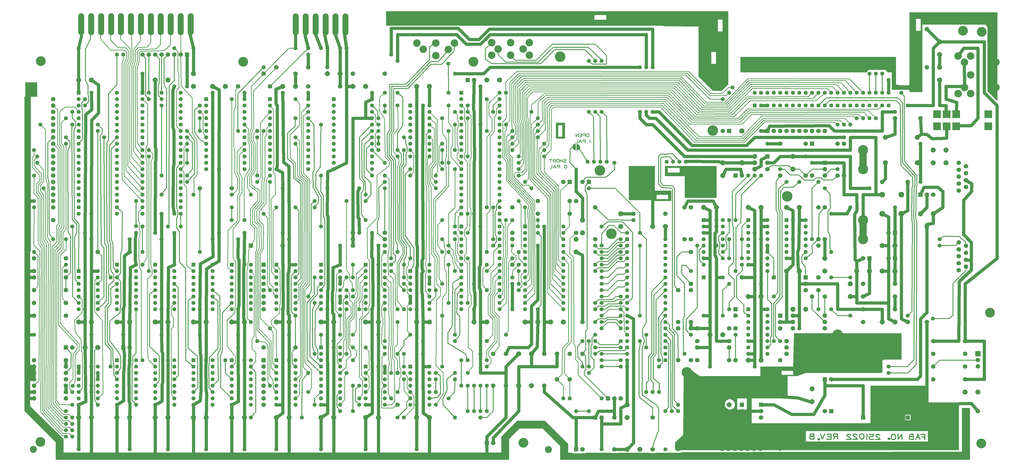
<source format=gbr>
G04 #@! TF.GenerationSoftware,KiCad,Pcbnew,(5.1.4)-1*
G04 #@! TF.CreationDate,2019-11-12T21:44:04+01:00*
G04 #@! TF.ProjectId,KU-14194HB-REV-B-KiCad,4b552d31-3431-4393-9448-422d5245562d,1.3*
G04 #@! TF.SameCoordinates,Original*
G04 #@! TF.FileFunction,Copper,L2,Bot*
G04 #@! TF.FilePolarity,Positive*
%FSLAX46Y46*%
G04 Gerber Fmt 4.6, Leading zero omitted, Abs format (unit mm)*
G04 Created by KiCad (PCBNEW (5.1.4)-1) date 2019-11-12 21:44:04*
%MOMM*%
%LPD*%
G04 APERTURE LIST*
%ADD10C,0.100000*%
%ADD11C,1.600000*%
%ADD12R,1.600000X1.600000*%
%ADD13C,1.800000*%
%ADD14R,1.800000X1.800000*%
%ADD15C,2.000000*%
%ADD16R,3.100000X3.100000*%
%ADD17C,1.905000*%
%ADD18O,2.000000X1.905000*%
%ADD19O,2.410000X8.760000*%
%ADD20C,3.000000*%
%ADD21C,2.300000*%
%ADD22C,4.000000*%
%ADD23C,3.900000*%
%ADD24C,2.800000*%
%ADD25C,2.100000*%
%ADD26C,4.200000*%
%ADD27C,1.500000*%
%ADD28C,0.222000*%
%ADD29C,0.400000*%
%ADD30C,1.300000*%
%ADD31C,0.250000*%
%ADD32C,1.200000*%
%ADD33C,0.300000*%
%ADD34C,0.254000*%
%ADD35C,2.000000*%
%ADD36C,2.900000*%
%ADD37C,0.600000*%
G04 APERTURE END LIST*
D10*
G36*
X392210000Y-206790000D02*
G01*
X390110000Y-206790000D01*
X390110000Y-204690000D01*
X392210000Y-204690000D01*
X392210000Y-206790000D01*
G37*
G36*
X397290000Y-183930000D02*
G01*
X395190000Y-183930000D01*
X395190000Y-181830000D01*
X397290000Y-181830000D01*
X397290000Y-183930000D01*
G37*
G36*
X21590000Y-80327500D02*
G01*
X16827500Y-80327500D01*
X16827500Y-74612500D01*
X21590000Y-74612500D01*
X21590000Y-80327500D01*
G37*
G36*
X19050000Y-141922500D02*
G01*
X18732500Y-141922500D01*
X18732500Y-187325000D01*
X20320000Y-187325000D01*
X20320000Y-193675000D01*
X18732500Y-193675000D01*
X18732500Y-203835000D01*
X32067500Y-216852500D01*
X32067500Y-222250000D01*
X209550000Y-222250000D01*
X209550000Y-225107500D01*
X28892500Y-225107500D01*
X28892500Y-218122500D01*
X16510000Y-205740000D01*
X16510000Y-80327500D01*
X19050000Y-80327500D01*
X19050000Y-141922500D01*
G37*
G36*
X393065000Y-225107500D02*
G01*
X229870000Y-225107500D01*
X229870000Y-219710000D01*
X222885000Y-212725000D01*
X213677500Y-212725000D01*
X209550000Y-216852500D01*
X209550000Y-222567500D01*
X206375000Y-222567500D01*
X206375000Y-215900000D01*
X212725000Y-209550000D01*
X223837500Y-209550000D01*
X233045000Y-218757500D01*
X233045000Y-222363100D01*
X234621200Y-222363100D01*
X234950000Y-222567500D01*
X239712500Y-222567500D01*
X240007400Y-222374400D01*
X250021400Y-222374000D01*
X250339600Y-222475100D01*
X252498700Y-222474100D01*
X252953400Y-222379000D01*
X265321300Y-222364500D01*
X265665600Y-222485200D01*
X267745000Y-222485500D01*
X268155600Y-222352900D01*
X277971600Y-222354800D01*
X278300400Y-222113500D01*
X389890000Y-221932500D01*
X389890000Y-204470000D01*
X393065000Y-204470000D01*
X393065000Y-225107500D01*
G37*
G36*
X235928300Y-99320400D02*
G01*
X235928300Y-101503300D01*
X235943600Y-101518700D01*
X235497800Y-101357300D01*
X235167300Y-101111300D01*
X234975200Y-100780800D01*
X234867600Y-100212000D01*
X235090500Y-99797000D01*
X235367200Y-99451100D01*
X235651600Y-99305000D01*
X235897600Y-99289700D01*
X235928300Y-99320400D01*
G37*
G36*
X236987000Y-99474000D02*
G01*
X237317600Y-99720000D01*
X237509700Y-100050500D01*
X237617300Y-100619300D01*
X237394400Y-101034300D01*
X237117700Y-101380200D01*
X236833300Y-101526300D01*
X236587400Y-101541600D01*
X236556600Y-101510900D01*
X236556600Y-99328000D01*
X236541200Y-99312600D01*
X236987000Y-99474000D01*
G37*
D11*
X170180000Y-86360000D03*
X170180000Y-101600000D03*
X177800000Y-101600000D03*
X177800000Y-91440000D03*
X177800000Y-93980000D03*
X170180000Y-104140000D03*
X170180000Y-91440000D03*
X177800000Y-99060000D03*
X170180000Y-88900000D03*
X177800000Y-88900000D03*
X177800000Y-96520000D03*
X170180000Y-96520000D03*
X170180000Y-93980000D03*
X170180000Y-99060000D03*
D12*
X170180000Y-83820000D03*
D11*
X177800000Y-104140000D03*
X177800000Y-86360000D03*
X177800000Y-83820000D03*
X240779188Y-106290876D03*
X243319188Y-106290876D03*
X245859188Y-106290876D03*
X248399188Y-106290876D03*
X272259188Y-106290876D03*
X274799188Y-106290876D03*
X277339188Y-106290876D03*
X279879188Y-106290876D03*
D13*
X368300000Y-170180000D03*
D14*
X368300000Y-208280000D03*
D13*
X375920000Y-170180000D03*
D14*
X375920000Y-132080000D03*
D13*
X210820000Y-147320000D03*
X210820000Y-137160000D03*
X210820000Y-134620000D03*
X210820000Y-124460000D03*
D15*
X213360000Y-182880000D03*
X213360000Y-195580000D03*
X218440000Y-195580000D03*
X218440000Y-182880000D03*
D13*
X233680000Y-193040000D03*
X233680000Y-182880000D03*
X228600000Y-193040000D03*
X228600000Y-182880000D03*
X284480000Y-180340000D03*
X297180000Y-180340000D03*
X302260000Y-152400000D03*
X314960000Y-152400000D03*
X45720000Y-142240000D03*
X58420000Y-142240000D03*
X33020000Y-190500000D03*
X20320000Y-190500000D03*
X33020000Y-193040000D03*
X20320000Y-193040000D03*
X33020000Y-198120000D03*
X20320000Y-198120000D03*
X33020000Y-187960000D03*
X20320000Y-187960000D03*
X20320000Y-152400000D03*
X33020000Y-152400000D03*
X116840000Y-68580000D03*
X129540000Y-68580000D03*
X165100000Y-203200000D03*
X165100000Y-190500000D03*
X33020000Y-200660000D03*
X20320000Y-200660000D03*
X20320000Y-149860000D03*
X33020000Y-149860000D03*
X20320000Y-167640000D03*
X33020000Y-167640000D03*
X111760000Y-71120000D03*
X124460000Y-71120000D03*
X327660000Y-111760000D03*
X327660000Y-99060000D03*
X342900000Y-111760000D03*
X342900000Y-99060000D03*
X340360000Y-111760000D03*
X340360000Y-99060000D03*
X160020000Y-134620000D03*
X147320000Y-134620000D03*
X160020000Y-137160000D03*
X147320000Y-137160000D03*
X160020000Y-139700000D03*
X147320000Y-139700000D03*
X378460000Y-193040000D03*
X391160000Y-193040000D03*
X322580000Y-172720000D03*
X335280000Y-172720000D03*
X322580000Y-170180000D03*
X335280000Y-170180000D03*
X335280000Y-167640000D03*
X322580000Y-167640000D03*
X317500000Y-172720000D03*
X317500000Y-185420000D03*
X299720000Y-172720000D03*
X299720000Y-185420000D03*
X332740000Y-137160000D03*
X332740000Y-124460000D03*
X335280000Y-137160000D03*
X335280000Y-124460000D03*
X332740000Y-139700000D03*
X332740000Y-152400000D03*
X363220000Y-160020000D03*
X350520000Y-160020000D03*
X111760000Y-180340000D03*
X124460000Y-180340000D03*
X203200000Y-182880000D03*
X203200000Y-195580000D03*
X317500000Y-99060000D03*
X317500000Y-111760000D03*
X350520000Y-154940000D03*
X363220000Y-154940000D03*
X233680000Y-127000000D03*
X220980000Y-127000000D03*
X236220000Y-121920000D03*
X236220000Y-134620000D03*
X238760000Y-182880000D03*
X238760000Y-170180000D03*
D11*
X205740000Y-78740000D03*
X205740000Y-81280000D03*
X205740000Y-83820000D03*
X205740000Y-86360000D03*
X205740000Y-88900000D03*
X205740000Y-91440000D03*
X205740000Y-93980000D03*
X205740000Y-96520000D03*
X205740000Y-99060000D03*
X205740000Y-101600000D03*
X205740000Y-104140000D03*
X205740000Y-106680000D03*
X205740000Y-109220000D03*
X205740000Y-111760000D03*
X205740000Y-114300000D03*
X205740000Y-116840000D03*
X205740000Y-119380000D03*
X205740000Y-121920000D03*
X205740000Y-124460000D03*
X205740000Y-127000000D03*
X190500000Y-127000000D03*
X190500000Y-124460000D03*
X190500000Y-121920000D03*
X190500000Y-119380000D03*
X190500000Y-116840000D03*
X190500000Y-114300000D03*
X190500000Y-111760000D03*
X190500000Y-109220000D03*
X190500000Y-106680000D03*
X190500000Y-104140000D03*
X190500000Y-101600000D03*
X190500000Y-99060000D03*
X190500000Y-96520000D03*
X190500000Y-93980000D03*
X190500000Y-91440000D03*
X190500000Y-88900000D03*
X190500000Y-86360000D03*
X190500000Y-83820000D03*
X190500000Y-81280000D03*
D12*
X190500000Y-78740000D03*
D11*
X78740000Y-78740000D03*
X78740000Y-81280000D03*
X78740000Y-83820000D03*
X78740000Y-86360000D03*
X78740000Y-88900000D03*
X78740000Y-91440000D03*
X78740000Y-93980000D03*
X78740000Y-96520000D03*
X78740000Y-99060000D03*
X78740000Y-101600000D03*
X78740000Y-104140000D03*
X78740000Y-106680000D03*
X78740000Y-109220000D03*
X78740000Y-111760000D03*
X78740000Y-114300000D03*
X78740000Y-116840000D03*
X78740000Y-119380000D03*
X78740000Y-121920000D03*
X78740000Y-124460000D03*
X78740000Y-127000000D03*
X63500000Y-127000000D03*
X63500000Y-124460000D03*
X63500000Y-121920000D03*
X63500000Y-119380000D03*
X63500000Y-116840000D03*
X63500000Y-114300000D03*
X63500000Y-111760000D03*
X63500000Y-109220000D03*
X63500000Y-106680000D03*
X63500000Y-104140000D03*
X63500000Y-101600000D03*
X63500000Y-99060000D03*
X63500000Y-96520000D03*
X63500000Y-93980000D03*
X63500000Y-91440000D03*
X63500000Y-88900000D03*
X63500000Y-86360000D03*
X63500000Y-83820000D03*
X63500000Y-81280000D03*
D12*
X63500000Y-78740000D03*
D11*
X53340000Y-78740000D03*
X53340000Y-81280000D03*
X53340000Y-83820000D03*
X53340000Y-86360000D03*
X53340000Y-88900000D03*
X53340000Y-91440000D03*
X53340000Y-93980000D03*
X53340000Y-96520000D03*
X53340000Y-99060000D03*
X53340000Y-101600000D03*
X53340000Y-104140000D03*
X53340000Y-106680000D03*
X53340000Y-109220000D03*
X53340000Y-111760000D03*
X53340000Y-114300000D03*
X53340000Y-116840000D03*
X53340000Y-119380000D03*
X53340000Y-121920000D03*
X53340000Y-124460000D03*
X53340000Y-127000000D03*
X38100000Y-127000000D03*
X38100000Y-124460000D03*
X38100000Y-121920000D03*
X38100000Y-119380000D03*
X38100000Y-116840000D03*
X38100000Y-114300000D03*
X38100000Y-111760000D03*
X38100000Y-109220000D03*
X38100000Y-106680000D03*
X38100000Y-104140000D03*
X38100000Y-101600000D03*
X38100000Y-99060000D03*
X38100000Y-96520000D03*
X38100000Y-93980000D03*
X38100000Y-91440000D03*
X38100000Y-88900000D03*
X38100000Y-86360000D03*
X38100000Y-83820000D03*
X38100000Y-81280000D03*
D12*
X38100000Y-78740000D03*
D11*
X106680000Y-147320000D03*
X106680000Y-149860000D03*
X99060000Y-165100000D03*
X99060000Y-152400000D03*
X99060000Y-154940000D03*
X106680000Y-154940000D03*
X99060000Y-149860000D03*
X99060000Y-157480000D03*
X106680000Y-165100000D03*
X106680000Y-157480000D03*
D12*
X99060000Y-147320000D03*
D11*
X106680000Y-162560000D03*
X99060000Y-162560000D03*
X106680000Y-152400000D03*
X99060000Y-160020000D03*
X106680000Y-160020000D03*
X312420000Y-165100000D03*
X312420000Y-167640000D03*
X304800000Y-182880000D03*
X304800000Y-170180000D03*
X304800000Y-172720000D03*
X312420000Y-172720000D03*
X304800000Y-167640000D03*
X304800000Y-175260000D03*
X312420000Y-182880000D03*
X312420000Y-175260000D03*
D12*
X304800000Y-165100000D03*
D11*
X312420000Y-180340000D03*
X304800000Y-180340000D03*
X312420000Y-170180000D03*
X304800000Y-177800000D03*
X312420000Y-177800000D03*
X327660000Y-129540000D03*
X327660000Y-132080000D03*
X327660000Y-134620000D03*
X327660000Y-137160000D03*
X327660000Y-139700000D03*
X327660000Y-142240000D03*
X327660000Y-144780000D03*
X320040000Y-144780000D03*
X320040000Y-142240000D03*
X320040000Y-139700000D03*
X320040000Y-137160000D03*
X320040000Y-134620000D03*
X320040000Y-132080000D03*
D12*
X320040000Y-129540000D03*
D11*
X312420000Y-129540000D03*
X312420000Y-132080000D03*
X304800000Y-147320000D03*
X304800000Y-134620000D03*
X304800000Y-137160000D03*
X312420000Y-137160000D03*
X304800000Y-132080000D03*
X304800000Y-139700000D03*
X312420000Y-147320000D03*
X312420000Y-139700000D03*
D12*
X304800000Y-129540000D03*
D11*
X312420000Y-144780000D03*
X304800000Y-144780000D03*
X312420000Y-134620000D03*
X304800000Y-142240000D03*
X312420000Y-142240000D03*
X294640000Y-129540000D03*
X294640000Y-132080000D03*
X294640000Y-134620000D03*
X294640000Y-137160000D03*
X294640000Y-139700000D03*
X294640000Y-142240000D03*
X294640000Y-144780000D03*
X287020000Y-144780000D03*
X287020000Y-142240000D03*
X287020000Y-139700000D03*
X287020000Y-137160000D03*
X287020000Y-134620000D03*
X287020000Y-132080000D03*
D12*
X287020000Y-129540000D03*
D11*
X45720000Y-187960000D03*
X45720000Y-190500000D03*
X45720000Y-193040000D03*
X45720000Y-195580000D03*
X45720000Y-198120000D03*
X45720000Y-200660000D03*
X45720000Y-203200000D03*
X38100000Y-203200000D03*
X38100000Y-200660000D03*
X38100000Y-198120000D03*
X38100000Y-195580000D03*
X38100000Y-193040000D03*
X38100000Y-190500000D03*
D12*
X38100000Y-187960000D03*
D11*
X45720000Y-149860000D03*
X45720000Y-152400000D03*
X45720000Y-154940000D03*
X45720000Y-157480000D03*
X45720000Y-160020000D03*
X45720000Y-162560000D03*
X45720000Y-165100000D03*
X38100000Y-165100000D03*
X38100000Y-162560000D03*
X38100000Y-160020000D03*
X38100000Y-157480000D03*
X38100000Y-154940000D03*
X38100000Y-152400000D03*
D12*
X38100000Y-149860000D03*
D11*
X177800000Y-187960000D03*
X177800000Y-190500000D03*
X177800000Y-193040000D03*
X177800000Y-195580000D03*
X177800000Y-198120000D03*
X177800000Y-200660000D03*
X177800000Y-203200000D03*
X170180000Y-203200000D03*
X170180000Y-200660000D03*
X170180000Y-198120000D03*
X170180000Y-195580000D03*
X170180000Y-193040000D03*
X170180000Y-190500000D03*
D12*
X170180000Y-187960000D03*
D11*
X160020000Y-187960000D03*
X160020000Y-190500000D03*
X160020000Y-193040000D03*
X160020000Y-195580000D03*
X160020000Y-198120000D03*
X160020000Y-200660000D03*
X160020000Y-203200000D03*
X152400000Y-203200000D03*
X152400000Y-200660000D03*
X152400000Y-198120000D03*
X152400000Y-195580000D03*
X152400000Y-193040000D03*
X152400000Y-190500000D03*
D12*
X152400000Y-187960000D03*
D11*
X124460000Y-185420000D03*
X124460000Y-187960000D03*
X116840000Y-203200000D03*
X116840000Y-190500000D03*
X116840000Y-193040000D03*
X124460000Y-193040000D03*
X116840000Y-187960000D03*
X116840000Y-195580000D03*
X124460000Y-203200000D03*
X124460000Y-195580000D03*
D12*
X116840000Y-185420000D03*
D11*
X124460000Y-200660000D03*
X116840000Y-200660000D03*
X124460000Y-190500000D03*
X116840000Y-198120000D03*
X124460000Y-198120000D03*
X124460000Y-147320000D03*
X124460000Y-149860000D03*
X116840000Y-165100000D03*
X116840000Y-152400000D03*
X116840000Y-154940000D03*
X124460000Y-154940000D03*
X116840000Y-149860000D03*
X116840000Y-157480000D03*
X124460000Y-165100000D03*
X124460000Y-157480000D03*
D12*
X116840000Y-147320000D03*
D11*
X124460000Y-162560000D03*
X116840000Y-162560000D03*
X124460000Y-152400000D03*
X116840000Y-160020000D03*
X124460000Y-160020000D03*
D13*
X332740000Y-157480000D03*
X330200000Y-160020000D03*
X335280000Y-160020000D03*
X335280000Y-111760000D03*
X335280000Y-109220000D03*
D14*
X335280000Y-106680000D03*
D13*
X312420000Y-109220000D03*
X312420000Y-106680000D03*
D14*
X312420000Y-104140000D03*
D13*
X327660000Y-157480000D03*
X327660000Y-154940000D03*
D14*
X327660000Y-152400000D03*
D13*
X320040000Y-180340000D03*
X320040000Y-182880000D03*
X320040000Y-177800000D03*
D15*
X304800000Y-160020000D03*
X309880000Y-160020000D03*
X73660000Y-73660000D03*
X68580000Y-73660000D03*
X83820000Y-76200000D03*
X83820000Y-71120000D03*
X200660000Y-73660000D03*
X205740000Y-73660000D03*
X43180000Y-208280000D03*
X38100000Y-208280000D03*
X45720000Y-180340000D03*
X40640000Y-180340000D03*
X38100000Y-170180000D03*
X43180000Y-170180000D03*
X172720000Y-208280000D03*
X177800000Y-208280000D03*
X152400000Y-208280000D03*
X157480000Y-208280000D03*
X38100000Y-73660000D03*
X43180000Y-73660000D03*
X137160000Y-71120000D03*
X142240000Y-71120000D03*
X322580000Y-109220000D03*
X322580000Y-104140000D03*
X297180000Y-208280000D03*
X297180000Y-203200000D03*
X330200000Y-201930000D03*
X330200000Y-196850000D03*
X396240000Y-198120000D03*
X391160000Y-198120000D03*
X373380000Y-127000000D03*
X378460000Y-127000000D03*
X381000000Y-73660000D03*
X381000000Y-68580000D03*
X383540000Y-101600000D03*
X383540000Y-106680000D03*
X378460000Y-106680000D03*
X378460000Y-101600000D03*
X381000000Y-58420000D03*
X381000000Y-63500000D03*
X358140000Y-139700000D03*
X363220000Y-139700000D03*
X304800000Y-124460000D03*
X309880000Y-124460000D03*
X320040000Y-124460000D03*
X325120000Y-124460000D03*
X347980000Y-149860000D03*
X353060000Y-149860000D03*
X363220000Y-170180000D03*
X358140000Y-170180000D03*
X320040000Y-149860000D03*
X325120000Y-149860000D03*
X335280000Y-149860000D03*
X335280000Y-144780000D03*
D13*
X281940000Y-137160000D03*
X279400000Y-137160000D03*
X281940000Y-124460000D03*
X279400000Y-124460000D03*
D16*
X400376375Y-87295006D03*
X400376375Y-92125006D03*
X379966375Y-87295006D03*
X387586375Y-87295006D03*
X383776375Y-87295006D03*
X379966375Y-92125006D03*
X387586375Y-92125006D03*
X383776375Y-92125006D03*
D13*
X391460000Y-108065000D03*
X391460000Y-110835000D03*
X391460000Y-113605000D03*
X391460000Y-116375000D03*
X388620000Y-106680000D03*
X388620000Y-109450000D03*
X388620000Y-112220000D03*
X388620000Y-114990000D03*
X388620000Y-117760000D03*
X391460000Y-139815000D03*
X391460000Y-142585000D03*
X391460000Y-145355000D03*
X391460000Y-148125000D03*
X388620000Y-138430000D03*
X388620000Y-141200000D03*
X388620000Y-143970000D03*
X388620000Y-146740000D03*
X388620000Y-149510000D03*
D17*
X307340000Y-109220000D03*
D18*
X307340000Y-106680000D03*
X307340000Y-104140000D03*
D19*
X39116000Y-51435000D03*
X43076000Y-51435000D03*
X47036000Y-51435000D03*
X50996000Y-51435000D03*
X54956000Y-51435000D03*
X58916000Y-51435000D03*
X62876000Y-51435000D03*
X66836000Y-51435000D03*
X70796000Y-51435000D03*
X74756000Y-51435000D03*
X78716000Y-51435000D03*
X82676000Y-51435000D03*
D13*
X20320000Y-185420000D03*
X33020000Y-185420000D03*
X119380000Y-139700000D03*
D14*
X106680000Y-139700000D03*
D13*
X33020000Y-195580000D03*
X20320000Y-195580000D03*
D14*
X33020000Y-180340000D03*
D13*
X35560000Y-180340000D03*
D14*
X81280000Y-63500000D03*
D13*
X78740000Y-63500000D03*
X76200000Y-63500000D03*
X73660000Y-63500000D03*
X71120000Y-63500000D03*
X68580000Y-63500000D03*
X66040000Y-63500000D03*
X63500000Y-63500000D03*
D14*
X312420000Y-93980000D03*
D13*
X314960000Y-93980000D03*
X317500000Y-93980000D03*
X320040000Y-93980000D03*
X322580000Y-93980000D03*
X325120000Y-93980000D03*
X327660000Y-93980000D03*
X330200000Y-93980000D03*
X332740000Y-93980000D03*
X335280000Y-93980000D03*
D19*
X124538970Y-51460801D03*
X128498970Y-51460801D03*
X132458970Y-51460801D03*
X136418970Y-51460801D03*
X140378970Y-51460801D03*
X144338970Y-51460801D03*
D14*
X330200000Y-99060000D03*
D13*
X330200000Y-111760000D03*
D14*
X193040000Y-73660000D03*
D13*
X195580000Y-73660000D03*
D14*
X302260000Y-203200000D03*
D13*
X302260000Y-205740000D03*
X360680000Y-134620000D03*
D14*
X363220000Y-134620000D03*
D13*
X101600000Y-76200000D03*
X114300000Y-76200000D03*
X147320000Y-71120000D03*
X160020000Y-71120000D03*
X142240000Y-76200000D03*
X129540000Y-76200000D03*
X86360000Y-116840000D03*
X99060000Y-116840000D03*
X20320000Y-144780000D03*
X33020000Y-144780000D03*
X33020000Y-157480000D03*
X20320000Y-157480000D03*
X33020000Y-162560000D03*
X20320000Y-162560000D03*
X378460000Y-177800000D03*
X391160000Y-177800000D03*
X378460000Y-187960000D03*
X391160000Y-187960000D03*
X378460000Y-182880000D03*
X391160000Y-182880000D03*
X335280000Y-205740000D03*
D14*
X335280000Y-193040000D03*
X337820000Y-205740000D03*
D13*
X337820000Y-193040000D03*
X363220000Y-88900000D03*
X373380000Y-88900000D03*
X368300000Y-114300000D03*
X358140000Y-114300000D03*
X309880000Y-205740000D03*
X309880000Y-208280000D03*
D14*
X309880000Y-203200000D03*
X373380000Y-119380000D03*
D13*
X378460000Y-119380000D03*
X375920000Y-119380000D03*
X350520000Y-170180000D03*
D14*
X350520000Y-208280000D03*
X391160000Y-205740000D03*
D13*
X396240000Y-205740000D03*
X27940000Y-129540000D03*
X27940000Y-124460000D03*
X27940000Y-121920000D03*
X27940000Y-119380000D03*
X27940000Y-116840000D03*
X27940000Y-114300000D03*
X27940000Y-111760000D03*
X27940000Y-109220000D03*
X27940000Y-106680000D03*
X27940000Y-104140000D03*
X27940000Y-101600000D03*
X27940000Y-99060000D03*
X27940000Y-96520000D03*
X27940000Y-93980000D03*
X27940000Y-91440000D03*
X27940000Y-88900000D03*
X27940000Y-86360000D03*
X27940000Y-83820000D03*
X27940000Y-81280000D03*
D20*
X393375585Y-64102692D03*
X393375585Y-71602692D03*
X393375585Y-79102692D03*
X390875585Y-66602692D03*
X390875585Y-76602692D03*
X388375585Y-64102692D03*
X388375585Y-79102692D03*
X403375585Y-66602692D03*
X403375585Y-76602692D03*
X172798917Y-58908903D03*
X175298917Y-61408903D03*
X180298917Y-58908903D03*
X185298917Y-61448903D03*
X187798917Y-58908903D03*
X180298917Y-63908903D03*
X175298917Y-48908903D03*
X185298917Y-48908903D03*
D14*
X396240000Y-182775000D03*
D13*
X396240000Y-185315000D03*
X396240000Y-187855000D03*
D21*
X365760000Y-119380000D03*
X358140000Y-119380000D03*
X358140000Y-127000000D03*
X365760000Y-127000000D03*
D22*
X350520000Y-137160000D03*
X350520000Y-129540000D03*
X350520000Y-109220000D03*
X350520000Y-101600000D03*
D15*
X359410000Y-106680000D03*
X359410000Y-96520000D03*
X372110000Y-96520000D03*
X372110000Y-106680000D03*
D13*
X375920000Y-53340000D03*
X375920000Y-68580000D03*
X281940000Y-154940000D03*
X281940000Y-142240000D03*
X297180000Y-185420000D03*
X284480000Y-185420000D03*
X363220000Y-165100000D03*
X350520000Y-165100000D03*
D15*
X322580000Y-165100000D03*
X327660000Y-165100000D03*
D13*
X111760000Y-165100000D03*
X111760000Y-162560000D03*
X111760000Y-160020000D03*
X111760000Y-157480000D03*
X111760000Y-154940000D03*
X111760000Y-152400000D03*
X111760000Y-149860000D03*
D14*
X111760000Y-147320000D03*
X111760000Y-185420000D03*
D13*
X111760000Y-187960000D03*
X111760000Y-190500000D03*
X111760000Y-193040000D03*
X111760000Y-195580000D03*
X111760000Y-198120000D03*
X111760000Y-200660000D03*
X111760000Y-203200000D03*
D15*
X53340000Y-170180000D03*
X58420000Y-170180000D03*
X68580000Y-170180000D03*
X73660000Y-170180000D03*
X83820000Y-170180000D03*
X88900000Y-170180000D03*
X99060000Y-170180000D03*
X104140000Y-170180000D03*
X116840000Y-170180000D03*
X121920000Y-170180000D03*
X58420000Y-208280000D03*
X53340000Y-208280000D03*
X73660000Y-208280000D03*
X68580000Y-208280000D03*
X88900000Y-208280000D03*
X83820000Y-208280000D03*
X104140000Y-208280000D03*
X99060000Y-208280000D03*
X121920000Y-208280000D03*
X116840000Y-208280000D03*
X96520000Y-76200000D03*
X91440000Y-76200000D03*
X119380000Y-76200000D03*
X124460000Y-76200000D03*
X147320000Y-76200000D03*
X152400000Y-76200000D03*
X195580000Y-170180000D03*
X200660000Y-170180000D03*
D13*
X243840000Y-124460000D03*
X243840000Y-137160000D03*
D11*
X88900000Y-101600000D03*
X88900000Y-83820000D03*
X88900000Y-93980000D03*
X104140000Y-106680000D03*
X104140000Y-86360000D03*
X104140000Y-88900000D03*
X104140000Y-109220000D03*
X104140000Y-104140000D03*
X104140000Y-81280000D03*
X104140000Y-99060000D03*
X104140000Y-96520000D03*
X88900000Y-86360000D03*
X88900000Y-91440000D03*
D12*
X88900000Y-81280000D03*
D11*
X88900000Y-96520000D03*
X88900000Y-99060000D03*
X104140000Y-101600000D03*
X104140000Y-91440000D03*
X104140000Y-83820000D03*
X104140000Y-93980000D03*
X88900000Y-109220000D03*
X88900000Y-106680000D03*
X88900000Y-104140000D03*
X88900000Y-88900000D03*
X114300000Y-88900000D03*
X114300000Y-104140000D03*
X114300000Y-106680000D03*
X114300000Y-109220000D03*
X129540000Y-93980000D03*
X129540000Y-83820000D03*
X129540000Y-91440000D03*
X129540000Y-101600000D03*
X114300000Y-99060000D03*
X114300000Y-96520000D03*
D12*
X114300000Y-81280000D03*
D11*
X114300000Y-91440000D03*
X114300000Y-86360000D03*
X129540000Y-96520000D03*
X129540000Y-99060000D03*
X129540000Y-81280000D03*
X129540000Y-104140000D03*
X129540000Y-109220000D03*
X129540000Y-88900000D03*
X129540000Y-86360000D03*
X129540000Y-106680000D03*
X114300000Y-93980000D03*
X114300000Y-83820000D03*
X114300000Y-101600000D03*
X139700000Y-88900000D03*
X139700000Y-104140000D03*
X139700000Y-106680000D03*
X139700000Y-109220000D03*
X154940000Y-93980000D03*
X154940000Y-83820000D03*
X154940000Y-91440000D03*
X154940000Y-101600000D03*
X139700000Y-99060000D03*
X139700000Y-96520000D03*
D12*
X139700000Y-81280000D03*
D11*
X139700000Y-91440000D03*
X139700000Y-86360000D03*
X154940000Y-96520000D03*
X154940000Y-99060000D03*
X154940000Y-81280000D03*
X154940000Y-104140000D03*
X154940000Y-109220000D03*
X154940000Y-88900000D03*
X154940000Y-86360000D03*
X154940000Y-106680000D03*
X139700000Y-93980000D03*
X139700000Y-83820000D03*
X139700000Y-101600000D03*
X205740000Y-162560000D03*
X205740000Y-152400000D03*
X205740000Y-144780000D03*
X205740000Y-154940000D03*
X190500000Y-160020000D03*
X190500000Y-157480000D03*
X190500000Y-154940000D03*
X190500000Y-139700000D03*
X190500000Y-152400000D03*
X190500000Y-134620000D03*
X190500000Y-144780000D03*
X190500000Y-165100000D03*
X205740000Y-147320000D03*
X205740000Y-149860000D03*
X190500000Y-162560000D03*
X205740000Y-165100000D03*
X205740000Y-142240000D03*
X205740000Y-160020000D03*
X205740000Y-157480000D03*
X190500000Y-137160000D03*
X190500000Y-142240000D03*
D12*
X190500000Y-132080000D03*
D11*
X190500000Y-147320000D03*
X190500000Y-149860000D03*
X205740000Y-139700000D03*
X205740000Y-137160000D03*
X205740000Y-134620000D03*
X205740000Y-132080000D03*
D14*
X297180000Y-93980000D03*
D13*
X294640000Y-93980000D03*
X350520000Y-144780000D03*
D14*
X353060000Y-144780000D03*
X317500000Y-167640000D03*
D13*
X317500000Y-170180000D03*
X299720000Y-167640000D03*
D14*
X299720000Y-165100000D03*
D15*
X345440000Y-154940000D03*
X345440000Y-160020000D03*
X358140000Y-149860000D03*
X363220000Y-149860000D03*
D14*
X363220000Y-144780000D03*
D13*
X360680000Y-144780000D03*
D11*
X309880000Y-83820000D03*
D12*
X307340000Y-83820000D03*
D11*
X312420000Y-83820000D03*
X314960000Y-83820000D03*
X317500000Y-83820000D03*
X320040000Y-83820000D03*
X322580000Y-83820000D03*
X325120000Y-83820000D03*
X327660000Y-83820000D03*
X330200000Y-83820000D03*
X332740000Y-83820000D03*
X335280000Y-83820000D03*
X337820000Y-83820000D03*
X340360000Y-83820000D03*
X342900000Y-83820000D03*
X345440000Y-83820000D03*
X347980000Y-83820000D03*
X350520000Y-83820000D03*
X353060000Y-83820000D03*
X355600000Y-83820000D03*
X358140000Y-83820000D03*
X360680000Y-83820000D03*
X307340000Y-78740000D03*
X309880000Y-78740000D03*
X312420000Y-78740000D03*
X314960000Y-78740000D03*
X317500000Y-78740000D03*
X320040000Y-78740000D03*
X322580000Y-78740000D03*
X325120000Y-78740000D03*
X327660000Y-78740000D03*
X330200000Y-78740000D03*
X332740000Y-78740000D03*
X335280000Y-78740000D03*
X337820000Y-78740000D03*
X340360000Y-78740000D03*
X342900000Y-78740000D03*
X345440000Y-78740000D03*
X347980000Y-78740000D03*
X350520000Y-78740000D03*
X353060000Y-78740000D03*
X355600000Y-78740000D03*
X358140000Y-78740000D03*
X360680000Y-78740000D03*
D15*
X152400000Y-170180000D03*
X157480000Y-170180000D03*
D11*
X160020000Y-160020000D03*
X152400000Y-160020000D03*
X160020000Y-152400000D03*
X152400000Y-162560000D03*
X160020000Y-162560000D03*
D12*
X152400000Y-147320000D03*
D11*
X160020000Y-157480000D03*
X160020000Y-165100000D03*
X152400000Y-157480000D03*
X152400000Y-149860000D03*
X160020000Y-154940000D03*
X152400000Y-154940000D03*
X152400000Y-152400000D03*
X152400000Y-165100000D03*
X160020000Y-149860000D03*
X160020000Y-147320000D03*
D15*
X172720000Y-76200000D03*
X177800000Y-76200000D03*
D14*
X241300000Y-114300000D03*
D13*
X238760000Y-114300000D03*
X302260000Y-111760000D03*
D14*
X299720000Y-111760000D03*
D15*
X294640000Y-111760000D03*
X294640000Y-106680000D03*
X139700000Y-170180000D03*
X134620000Y-170180000D03*
X172720000Y-170180000D03*
X177800000Y-170180000D03*
D14*
X200660000Y-218440000D03*
D13*
X203200000Y-218440000D03*
D15*
X238760000Y-134620000D03*
X238760000Y-129540000D03*
X134620000Y-208280000D03*
X139700000Y-208280000D03*
X215900000Y-170180000D03*
X220980000Y-170180000D03*
X226060000Y-170180000D03*
X231140000Y-170180000D03*
X256540000Y-208280000D03*
X256540000Y-203200000D03*
X256540000Y-220980000D03*
X261620000Y-220980000D03*
X254000000Y-127000000D03*
X254000000Y-132080000D03*
D14*
X236220000Y-220980000D03*
D13*
X238760000Y-220980000D03*
D14*
X243840000Y-208280000D03*
D13*
X246380000Y-208280000D03*
D15*
X271780000Y-132080000D03*
X266700000Y-132080000D03*
D13*
X208280000Y-195580000D03*
X208280000Y-182880000D03*
X223520000Y-182880000D03*
X223520000Y-195580000D03*
X251460000Y-208280000D03*
X251460000Y-220980000D03*
X233680000Y-121920000D03*
X220980000Y-121920000D03*
X276860000Y-170180000D03*
X276860000Y-157480000D03*
X276860000Y-185420000D03*
X276860000Y-172720000D03*
X271780000Y-127000000D03*
X259080000Y-127000000D03*
X266700000Y-208280000D03*
X266700000Y-220980000D03*
D14*
X248920000Y-200660000D03*
D13*
X251460000Y-200660000D03*
X254000000Y-200660000D03*
D11*
X60960000Y-147320000D03*
X60960000Y-149860000D03*
X53340000Y-165100000D03*
X53340000Y-152400000D03*
X53340000Y-154940000D03*
X60960000Y-154940000D03*
X53340000Y-149860000D03*
X53340000Y-157480000D03*
X60960000Y-165100000D03*
X60960000Y-157480000D03*
D12*
X53340000Y-147320000D03*
D11*
X60960000Y-162560000D03*
X53340000Y-162560000D03*
X60960000Y-152400000D03*
X53340000Y-160020000D03*
X60960000Y-160020000D03*
X76200000Y-160020000D03*
X68580000Y-160020000D03*
X76200000Y-152400000D03*
X68580000Y-162560000D03*
X76200000Y-162560000D03*
D12*
X68580000Y-147320000D03*
D11*
X76200000Y-157480000D03*
X76200000Y-165100000D03*
X68580000Y-157480000D03*
X68580000Y-149860000D03*
X76200000Y-154940000D03*
X68580000Y-154940000D03*
X68580000Y-152400000D03*
X68580000Y-165100000D03*
X76200000Y-149860000D03*
X76200000Y-147320000D03*
X91440000Y-160020000D03*
X83820000Y-160020000D03*
X91440000Y-152400000D03*
X83820000Y-162560000D03*
X91440000Y-162560000D03*
D12*
X83820000Y-147320000D03*
D11*
X91440000Y-157480000D03*
X91440000Y-165100000D03*
X83820000Y-157480000D03*
X83820000Y-149860000D03*
X91440000Y-154940000D03*
X83820000Y-154940000D03*
X83820000Y-152400000D03*
X83820000Y-165100000D03*
X91440000Y-149860000D03*
X91440000Y-147320000D03*
D12*
X256540000Y-137160000D03*
D11*
X256540000Y-139700000D03*
X256540000Y-142240000D03*
X256540000Y-144780000D03*
X256540000Y-147320000D03*
X256540000Y-149860000D03*
X256540000Y-152400000D03*
X256540000Y-154940000D03*
X256540000Y-157480000D03*
X256540000Y-160020000D03*
X256540000Y-162560000D03*
X256540000Y-165100000D03*
X256540000Y-167640000D03*
X256540000Y-170180000D03*
X256540000Y-172720000D03*
X256540000Y-175260000D03*
X256540000Y-177800000D03*
X256540000Y-180340000D03*
X256540000Y-182880000D03*
X256540000Y-185420000D03*
X271780000Y-185420000D03*
X271780000Y-182880000D03*
X271780000Y-180340000D03*
X271780000Y-177800000D03*
X271780000Y-175260000D03*
X271780000Y-172720000D03*
X271780000Y-170180000D03*
X271780000Y-167640000D03*
X271780000Y-165100000D03*
X271780000Y-162560000D03*
X271780000Y-160020000D03*
X271780000Y-157480000D03*
X271780000Y-154940000D03*
X271780000Y-152400000D03*
X271780000Y-149860000D03*
X271780000Y-147320000D03*
X271780000Y-144780000D03*
X271780000Y-142240000D03*
X271780000Y-139700000D03*
X271780000Y-137160000D03*
X60960000Y-198120000D03*
X53340000Y-198120000D03*
X60960000Y-190500000D03*
X53340000Y-200660000D03*
X60960000Y-200660000D03*
D12*
X53340000Y-185420000D03*
D11*
X60960000Y-195580000D03*
X60960000Y-203200000D03*
X53340000Y-195580000D03*
X53340000Y-187960000D03*
X60960000Y-193040000D03*
X53340000Y-193040000D03*
X53340000Y-190500000D03*
X53340000Y-203200000D03*
X60960000Y-187960000D03*
X60960000Y-185420000D03*
X76200000Y-198120000D03*
X68580000Y-198120000D03*
X76200000Y-190500000D03*
X68580000Y-200660000D03*
X76200000Y-200660000D03*
D12*
X68580000Y-185420000D03*
D11*
X76200000Y-195580000D03*
X76200000Y-203200000D03*
X68580000Y-195580000D03*
X68580000Y-187960000D03*
X76200000Y-193040000D03*
X68580000Y-193040000D03*
X68580000Y-190500000D03*
X68580000Y-203200000D03*
X76200000Y-187960000D03*
X76200000Y-185420000D03*
X91440000Y-185420000D03*
X91440000Y-187960000D03*
X83820000Y-203200000D03*
X83820000Y-190500000D03*
X83820000Y-193040000D03*
X91440000Y-193040000D03*
X83820000Y-187960000D03*
X83820000Y-195580000D03*
X91440000Y-203200000D03*
X91440000Y-195580000D03*
D12*
X83820000Y-185420000D03*
D11*
X91440000Y-200660000D03*
X83820000Y-200660000D03*
X91440000Y-190500000D03*
X83820000Y-198120000D03*
X91440000Y-198120000D03*
X106680000Y-198120000D03*
X99060000Y-198120000D03*
X106680000Y-190500000D03*
X99060000Y-200660000D03*
X106680000Y-200660000D03*
D12*
X99060000Y-185420000D03*
D11*
X106680000Y-195580000D03*
X106680000Y-203200000D03*
X99060000Y-195580000D03*
X99060000Y-187960000D03*
X106680000Y-193040000D03*
X99060000Y-193040000D03*
X99060000Y-190500000D03*
X99060000Y-203200000D03*
X106680000Y-187960000D03*
X106680000Y-185420000D03*
X142240000Y-160020000D03*
X134620000Y-160020000D03*
X142240000Y-152400000D03*
X134620000Y-162560000D03*
X142240000Y-162560000D03*
D12*
X134620000Y-147320000D03*
D11*
X142240000Y-157480000D03*
X142240000Y-165100000D03*
X134620000Y-157480000D03*
X134620000Y-149860000D03*
X142240000Y-154940000D03*
X134620000Y-154940000D03*
X134620000Y-152400000D03*
X134620000Y-165100000D03*
X142240000Y-149860000D03*
X142240000Y-147320000D03*
D12*
X170180000Y-149860000D03*
D11*
X170180000Y-152400000D03*
X170180000Y-154940000D03*
X170180000Y-157480000D03*
X170180000Y-160020000D03*
X170180000Y-162560000D03*
X170180000Y-165100000D03*
X177800000Y-165100000D03*
X177800000Y-162560000D03*
X177800000Y-160020000D03*
X177800000Y-157480000D03*
X177800000Y-154940000D03*
X177800000Y-152400000D03*
X177800000Y-149860000D03*
X134620000Y-182880000D03*
X142240000Y-198120000D03*
X134620000Y-198120000D03*
X142240000Y-203200000D03*
X142240000Y-193040000D03*
X142240000Y-195580000D03*
X134620000Y-200660000D03*
X134620000Y-187960000D03*
X142240000Y-200660000D03*
X134620000Y-185420000D03*
X142240000Y-190500000D03*
X134620000Y-193040000D03*
X134620000Y-190500000D03*
X134620000Y-195580000D03*
D12*
X134620000Y-180340000D03*
D11*
X134620000Y-203200000D03*
X142240000Y-187960000D03*
X142240000Y-185420000D03*
X142240000Y-182880000D03*
X142240000Y-180340000D03*
X231140000Y-162560000D03*
X231140000Y-152400000D03*
X231140000Y-144780000D03*
X231140000Y-154940000D03*
X215900000Y-160020000D03*
X215900000Y-157480000D03*
X215900000Y-154940000D03*
X215900000Y-139700000D03*
X215900000Y-152400000D03*
X215900000Y-134620000D03*
X215900000Y-144780000D03*
X215900000Y-165100000D03*
X231140000Y-147320000D03*
X231140000Y-149860000D03*
X215900000Y-162560000D03*
X231140000Y-165100000D03*
X231140000Y-142240000D03*
X231140000Y-160020000D03*
X231140000Y-157480000D03*
X215900000Y-137160000D03*
X215900000Y-142240000D03*
D12*
X215900000Y-132080000D03*
D11*
X215900000Y-147320000D03*
X215900000Y-149860000D03*
X231140000Y-139700000D03*
X231140000Y-137160000D03*
X231140000Y-134620000D03*
X231140000Y-132080000D03*
D14*
X233680000Y-114300000D03*
D13*
X231140000Y-114300000D03*
X281940000Y-157480000D03*
X281940000Y-170180000D03*
D11*
X287020000Y-167640000D03*
D12*
X287020000Y-152400000D03*
D11*
X294640000Y-152400000D03*
X294640000Y-167640000D03*
D13*
X281940000Y-185420000D03*
X281940000Y-172720000D03*
D15*
X294640000Y-175260000D03*
X289560000Y-175260000D03*
D13*
X297180000Y-172720000D03*
X284480000Y-172720000D03*
X284480000Y-177800000D03*
X297180000Y-177800000D03*
D15*
X309880000Y-185420000D03*
X304800000Y-185420000D03*
X236220000Y-137160000D03*
X236220000Y-142240000D03*
D20*
X202609428Y-58796403D03*
X215109428Y-48796403D03*
X205109428Y-48796403D03*
X217609428Y-58796403D03*
X215109428Y-61336403D03*
X210109428Y-58796403D03*
X205109428Y-61296403D03*
X217609428Y-63796403D03*
X210109428Y-63796403D03*
X202609428Y-63796403D03*
D14*
X55880000Y-180340000D03*
D13*
X58420000Y-180340000D03*
D23*
X397573500Y-218630500D03*
X215201500Y-218376500D03*
X22860000Y-218059000D03*
X22987000Y-66167000D03*
X103632000Y-66421000D03*
X195326000Y-66421000D03*
D24*
X225171000Y-221107000D03*
X20002500Y-220980000D03*
D11*
X309880000Y-93980000D03*
D25*
X302260000Y-93980000D03*
D11*
X312420000Y-99060000D03*
X368300000Y-83820000D03*
X363220000Y-86360000D03*
X43180000Y-195580000D03*
X43180000Y-198120000D03*
X43180000Y-175260000D03*
X55880000Y-175260000D03*
X71120000Y-175260000D03*
X86360000Y-175260000D03*
X86360000Y-165100000D03*
X71120000Y-165100000D03*
X55880000Y-165100000D03*
X43180000Y-137160000D03*
X43180000Y-127000000D03*
X58420000Y-137160000D03*
X71120000Y-137160000D03*
X71120000Y-127000000D03*
X76200000Y-127000000D03*
X20320000Y-121920000D03*
X20320000Y-175260000D03*
X121920000Y-185420000D03*
X101600000Y-180340000D03*
X101600000Y-175260000D03*
X121920000Y-175260000D03*
X157480000Y-175260000D03*
X175260000Y-182880000D03*
X175260000Y-177800000D03*
X198120000Y-182880000D03*
X157480000Y-139700000D03*
X121920000Y-137160000D03*
X142240000Y-139700000D03*
X139700000Y-180340000D03*
X139700000Y-177800000D03*
X91440000Y-137160000D03*
X101600000Y-137160000D03*
X76200000Y-76200000D03*
X81280000Y-76200000D03*
X20320000Y-78740000D03*
X20320000Y-76200000D03*
X91440000Y-78740000D03*
X104140000Y-78740000D03*
X154940000Y-78740000D03*
X119380000Y-78740000D03*
X129540000Y-78740000D03*
X198120000Y-91440000D03*
X198120000Y-76200000D03*
X198120000Y-132080000D03*
X43180000Y-187960000D03*
X157480000Y-147320000D03*
X175260000Y-149860000D03*
X101600000Y-165100000D03*
X175260000Y-83820000D03*
X157480000Y-187960000D03*
X154940000Y-81280000D03*
D23*
X401002500Y-166497000D03*
X397700500Y-54483000D03*
D26*
X280289000Y-190246000D03*
D11*
X266700000Y-109220000D03*
X264160000Y-109220000D03*
X261620000Y-109220000D03*
X259080000Y-109220000D03*
X276860000Y-220980000D03*
X294397700Y-220879200D03*
X296937700Y-220879200D03*
X299477700Y-220879200D03*
X302017700Y-220879200D03*
X304557700Y-220879200D03*
X307097700Y-220879200D03*
X309637700Y-220879200D03*
X317386300Y-220784900D03*
D26*
X250287600Y-134974000D03*
D11*
X259080000Y-119380000D03*
X261620000Y-119380000D03*
X264160000Y-119380000D03*
X281940000Y-119380000D03*
X284480000Y-119380000D03*
X289560000Y-119380000D03*
X287020000Y-109220000D03*
X284480000Y-109220000D03*
X289560000Y-109220000D03*
D26*
X229886900Y-64342900D03*
X245666100Y-109729900D03*
X274981500Y-48828200D03*
D11*
X266700000Y-119380000D03*
X330200000Y-106680000D03*
X40640000Y-165100000D03*
X40640000Y-134620000D03*
X60960000Y-134620000D03*
X76200000Y-134620000D03*
X68580000Y-134620000D03*
X43180000Y-78740000D03*
X38100000Y-220980000D03*
X58420000Y-220980000D03*
X73660000Y-220980000D03*
X88900000Y-220980000D03*
X104140000Y-220980000D03*
X116840000Y-220980000D03*
X58420000Y-185420000D03*
X73660000Y-185420000D03*
X88813700Y-185323000D03*
X104140000Y-185420000D03*
X172720000Y-203200000D03*
X172720000Y-165100000D03*
X154940000Y-165100000D03*
X137160000Y-165100000D03*
X119380000Y-165100000D03*
X154940000Y-134620000D03*
X149860000Y-134620000D03*
X119380000Y-134620000D03*
X104140000Y-147320000D03*
X104140000Y-134620000D03*
X93980000Y-134620000D03*
X119380000Y-116840000D03*
X63500000Y-71120000D03*
X83820000Y-60960000D03*
X93980000Y-109220000D03*
X116840000Y-109220000D03*
X137160000Y-116840000D03*
X149860000Y-116840000D03*
X144780000Y-60960000D03*
X195580000Y-127000000D03*
X195580000Y-154940000D03*
X195580000Y-165100000D03*
X210820000Y-165100000D03*
X210820000Y-154940000D03*
X220980000Y-134620000D03*
X220980000Y-165100000D03*
X281940000Y-109220000D03*
X360680000Y-73660000D03*
D27*
X172720000Y-220980000D03*
D11*
X152400000Y-220980000D03*
X134620000Y-220980000D03*
X172720000Y-104140000D03*
X38100000Y-60960000D03*
X246380000Y-220980000D03*
X256540000Y-187960000D03*
X289560000Y-170180000D03*
X307340000Y-187960000D03*
X307340000Y-134620000D03*
X289560000Y-187960000D03*
D26*
X340360000Y-175260000D03*
X320308200Y-120046200D03*
D11*
X287020000Y-119380000D03*
X322580000Y-137160000D03*
X322580000Y-129540000D03*
D15*
X287020000Y-124460000D03*
D24*
X372491000Y-76200000D03*
X293624000Y-76200000D03*
D23*
X390271000Y-54038500D03*
D24*
X400621500Y-51181000D03*
D26*
X290621000Y-93787600D03*
D11*
X20320000Y-124460000D03*
X33020000Y-96520000D03*
X48260000Y-96520000D03*
X162560000Y-144780000D03*
X20320000Y-142240000D03*
X165100000Y-142240000D03*
X33020000Y-147320000D03*
X162560000Y-147320000D03*
X83820000Y-119380000D03*
X71120000Y-119380000D03*
X134620000Y-60960000D03*
X71120000Y-78740000D03*
X71120000Y-81280000D03*
X66040000Y-78740000D03*
X66040000Y-81280000D03*
X33020000Y-210820000D03*
X24130000Y-116840000D03*
X35560000Y-213360000D03*
X21590000Y-106680000D03*
X33020000Y-213360000D03*
X21590000Y-104140000D03*
X35560000Y-215900000D03*
X20320000Y-101600000D03*
X35560000Y-198120000D03*
X33020000Y-99060000D03*
X40640000Y-81280000D03*
X167640000Y-208280000D03*
X167640000Y-190500000D03*
X35732200Y-195669200D03*
X27940000Y-137160000D03*
X33020000Y-137160000D03*
X165100000Y-208280000D03*
X167640000Y-193040000D03*
X35560000Y-210820000D03*
X22860000Y-91440000D03*
X35560000Y-203200000D03*
X33020000Y-88900000D03*
X33020000Y-205740000D03*
X35560000Y-208280000D03*
X33020000Y-208280000D03*
X40640000Y-83820000D03*
X35560000Y-86360000D03*
X45720000Y-91440000D03*
X35560000Y-91440000D03*
X55880000Y-63500000D03*
X180340000Y-190500000D03*
X233680000Y-200660000D03*
X180340000Y-198120000D03*
X180340000Y-193040000D03*
X231140000Y-200660000D03*
X381000000Y-137160000D03*
X241300000Y-205740000D03*
X236220000Y-205740000D03*
X381000000Y-139700000D03*
X162560000Y-63500000D03*
X266700000Y-68580000D03*
X266700000Y-86360000D03*
X342900000Y-96520000D03*
X373380000Y-99060000D03*
X373380000Y-114300000D03*
X129540000Y-63500000D03*
X63500000Y-185420000D03*
X160020000Y-182880000D03*
X165100000Y-170180000D03*
X106680000Y-170180000D03*
X76200000Y-60960000D03*
X45720000Y-93980000D03*
X101600000Y-93980000D03*
X111760000Y-68580000D03*
X185420000Y-78740000D03*
X185295400Y-67122400D03*
X200660000Y-124460000D03*
X213360000Y-121920000D03*
X50800000Y-152400000D03*
X53340000Y-63500000D03*
X193040000Y-190500000D03*
X193040000Y-144780000D03*
X365760000Y-78740000D03*
X360680000Y-190500000D03*
X86360000Y-142240000D03*
X99060000Y-81280000D03*
X203200000Y-86360000D03*
X63500000Y-142240000D03*
X60945600Y-131968700D03*
X63500000Y-132080000D03*
X160020000Y-142240000D03*
X60960000Y-121920000D03*
X99060000Y-129540000D03*
X99060000Y-124460000D03*
X182880000Y-129540000D03*
X182880000Y-142240000D03*
X200660000Y-142240000D03*
X213360000Y-142240000D03*
X314960000Y-160020000D03*
X246380000Y-132080000D03*
X193040000Y-127000000D03*
X193040000Y-162560000D03*
X309880000Y-111760000D03*
X246380000Y-160020000D03*
X299720000Y-149860000D03*
X71120000Y-111760000D03*
X71120000Y-83820000D03*
X134620000Y-111760000D03*
X147320000Y-157480000D03*
X144780000Y-121920000D03*
X160020000Y-78740000D03*
X165100000Y-66040000D03*
X264160000Y-68580000D03*
X264160000Y-86360000D03*
X106680000Y-119380000D03*
X124460000Y-60960000D03*
X99060000Y-119380000D03*
X137160000Y-60960000D03*
X137160000Y-68580000D03*
X261620000Y-68580000D03*
X261620000Y-86360000D03*
X187960000Y-71120000D03*
X317500000Y-109220000D03*
X340360000Y-109220000D03*
X142240000Y-60960000D03*
X129540000Y-60960000D03*
X160020000Y-116840000D03*
X187960000Y-134620000D03*
X160020000Y-114300000D03*
X187960000Y-137160000D03*
X187960000Y-109220000D03*
X185420000Y-139700000D03*
X180340000Y-203200000D03*
X182880000Y-88900000D03*
X353060000Y-116840000D03*
X327660000Y-104140000D03*
D25*
X302260000Y-106680000D03*
D11*
X314960000Y-177800000D03*
X320040000Y-114300000D03*
X325120000Y-172720000D03*
X309880000Y-154940000D03*
X309880000Y-137160000D03*
X292100000Y-129540000D03*
X292100000Y-132080000D03*
X292100000Y-139700000D03*
D15*
X292100000Y-124460000D03*
D11*
X299720000Y-175260000D03*
X332740000Y-165100000D03*
X297180000Y-154940000D03*
X281940000Y-149860000D03*
X312420000Y-149860000D03*
X279400000Y-182880000D03*
X302260000Y-137160000D03*
X302260000Y-144780000D03*
X302260000Y-147320000D03*
X297180000Y-129540000D03*
X287020000Y-147320000D03*
X297180000Y-137160000D03*
X297180000Y-144780000D03*
X200660000Y-185420000D03*
X144780000Y-165100000D03*
X269240000Y-185420000D03*
X254000000Y-185420000D03*
X246380000Y-185420000D03*
X200660000Y-187960000D03*
X144780000Y-160020000D03*
X269240000Y-187960000D03*
X254000000Y-187960000D03*
X246380000Y-187960000D03*
X149860000Y-195580000D03*
X149860000Y-203200000D03*
X200660000Y-195580000D03*
X200660000Y-205740000D03*
X276860000Y-203200000D03*
X147320000Y-195580000D03*
X147320000Y-205740000D03*
X193040000Y-195580000D03*
X193040000Y-205740000D03*
X271780000Y-205740000D03*
X132080000Y-203200000D03*
X198120000Y-195580000D03*
X198120000Y-205740000D03*
X276860000Y-205740000D03*
X195580000Y-195580000D03*
X195580000Y-205740000D03*
X274320000Y-205740000D03*
X142240000Y-205740000D03*
X35560000Y-132080000D03*
X73660000Y-132080000D03*
X78740000Y-132080000D03*
X193040000Y-86360000D03*
X193040000Y-83820000D03*
X193040000Y-134620000D03*
X96520000Y-185420000D03*
X144780000Y-190500000D03*
X167640000Y-182880000D03*
X167640000Y-187960000D03*
X243840000Y-182880000D03*
X193040000Y-185420000D03*
X147320000Y-152400000D03*
X147320000Y-147320000D03*
X246380000Y-182880000D03*
X50800000Y-187960000D03*
X167640000Y-157480000D03*
X165100000Y-101600000D03*
X165100000Y-78740000D03*
X218440000Y-86360000D03*
X246380000Y-157480000D03*
X167640000Y-165100000D03*
X165100000Y-104140000D03*
X165100000Y-83820000D03*
X220980000Y-88900000D03*
X355600000Y-88900000D03*
X246380000Y-154940000D03*
X66040000Y-101600000D03*
X182880000Y-154940000D03*
X185420000Y-93980000D03*
X185420000Y-106680000D03*
X220980000Y-91440000D03*
X353060000Y-88900000D03*
X246380000Y-152400000D03*
X66040000Y-104140000D03*
X66040000Y-149860000D03*
X182880000Y-99060000D03*
X182880000Y-109220000D03*
X170180000Y-109220000D03*
X220980000Y-93980000D03*
X350520000Y-88900000D03*
X246380000Y-149860000D03*
X81280000Y-101600000D03*
X81280000Y-106680000D03*
X182880000Y-101600000D03*
X182880000Y-106680000D03*
X220980000Y-96520000D03*
X347980000Y-88900000D03*
X246380000Y-147320000D03*
X81280000Y-99060000D03*
X223520000Y-99060000D03*
X345440000Y-91440000D03*
X246380000Y-144780000D03*
X81280000Y-96520000D03*
X81280000Y-111760000D03*
X160020000Y-106680000D03*
X223520000Y-101600000D03*
X342900000Y-91440000D03*
X246380000Y-142240000D03*
X81280000Y-93980000D03*
X81280000Y-114300000D03*
X154940000Y-111760000D03*
X223520000Y-104140000D03*
X340360000Y-91440000D03*
X246380000Y-139700000D03*
X256540000Y-134620000D03*
X129540000Y-160020000D03*
X132080000Y-121920000D03*
X203200000Y-139700000D03*
X116840000Y-124460000D03*
X203200000Y-124460000D03*
X203200000Y-137160000D03*
X220980000Y-129540000D03*
X114300000Y-157480000D03*
X111760000Y-127000000D03*
X220980000Y-132080000D03*
X124460000Y-124460000D03*
X132080000Y-124460000D03*
X187960000Y-132080000D03*
X124460000Y-99060000D03*
X157480000Y-101600000D03*
X157480000Y-93980000D03*
X200660000Y-93980000D03*
X200660000Y-81280000D03*
X298537100Y-76600200D03*
X358140000Y-71120000D03*
X86360000Y-83820000D03*
X208280000Y-78740000D03*
X124460000Y-96520000D03*
X86360000Y-86360000D03*
X297180000Y-78740000D03*
X355600000Y-71120000D03*
X208280000Y-91440000D03*
X111760000Y-93980000D03*
X86360000Y-93980000D03*
X86360000Y-88900000D03*
X157480000Y-99060000D03*
X157480000Y-96520000D03*
X210820000Y-93980000D03*
X294640000Y-81280000D03*
X353060000Y-71120000D03*
X187960000Y-91440000D03*
X187960000Y-101600000D03*
X210820000Y-96520000D03*
X144780000Y-157480000D03*
X124460000Y-88900000D03*
X193040000Y-104140000D03*
X193040000Y-88900000D03*
X210820000Y-99060000D03*
X144780000Y-182880000D03*
X144780000Y-162560000D03*
X109220000Y-114300000D03*
X114300000Y-114300000D03*
X187960000Y-86360000D03*
X210820000Y-101600000D03*
X132080000Y-152400000D03*
X185420000Y-83820000D03*
X213360000Y-104140000D03*
X132080000Y-182880000D03*
X132080000Y-162560000D03*
X160020000Y-86360000D03*
X160020000Y-83820000D03*
X124460000Y-81280000D03*
X180340000Y-111760000D03*
X213360000Y-106680000D03*
X127000000Y-208280000D03*
X129540000Y-190500000D03*
X187960000Y-208280000D03*
X187960000Y-190500000D03*
X162560000Y-190500000D03*
X157480000Y-88900000D03*
X180340000Y-114300000D03*
X213360000Y-109220000D03*
X269240000Y-198120000D03*
X129540000Y-198120000D03*
X185420000Y-200660000D03*
X187960000Y-193040000D03*
X162560000Y-200660000D03*
X157480000Y-91440000D03*
X180340000Y-116840000D03*
X215900000Y-114300000D03*
X266700000Y-198120000D03*
X114300000Y-195580000D03*
X109220000Y-177800000D03*
X147320000Y-180340000D03*
X147320000Y-185420000D03*
X190500000Y-185420000D03*
X190500000Y-195580000D03*
X109220000Y-93980000D03*
X152400000Y-119380000D03*
X213360000Y-111760000D03*
X264160000Y-198120000D03*
X114300000Y-172720000D03*
X147320000Y-175260000D03*
X114300000Y-111760000D03*
X109220000Y-111760000D03*
X109220000Y-96520000D03*
X152400000Y-121920000D03*
X218440000Y-116840000D03*
X264160000Y-180340000D03*
X264160000Y-175260000D03*
X254000000Y-172720000D03*
X246380000Y-172720000D03*
X124460000Y-167640000D03*
X200660000Y-149860000D03*
X198120000Y-208280000D03*
X106680000Y-208280000D03*
X307340000Y-111760000D03*
X259080000Y-129540000D03*
X299720000Y-129540000D03*
X152400000Y-180340000D03*
X241300000Y-177800000D03*
X241300000Y-187960000D03*
X104140000Y-129540000D03*
X205740000Y-129540000D03*
X134620000Y-132080000D03*
X134620000Y-91440000D03*
X208280000Y-129540000D03*
X152400000Y-129540000D03*
X210820000Y-129540000D03*
X182880000Y-187960000D03*
X182880000Y-167640000D03*
X182880000Y-137160000D03*
X337820000Y-165100000D03*
X368300000Y-167640000D03*
X345440000Y-167640000D03*
X246380000Y-165100000D03*
X134620000Y-175260000D03*
X142240000Y-175260000D03*
X142240000Y-167640000D03*
X170180000Y-175260000D03*
X165100000Y-182880000D03*
X165100000Y-198120000D03*
X167640000Y-154940000D03*
X254000000Y-165100000D03*
X246380000Y-167640000D03*
X208280000Y-175260000D03*
X210820000Y-144780000D03*
X261620000Y-167640000D03*
X254000000Y-170180000D03*
X337820000Y-142240000D03*
X335280000Y-116840000D03*
X246380000Y-170180000D03*
X261620000Y-139700000D03*
X200660000Y-177800000D03*
X254000000Y-177800000D03*
X281940000Y-175260000D03*
X284480000Y-139700000D03*
X332740000Y-114300000D03*
X243840000Y-177800000D03*
X330200000Y-137160000D03*
X187960000Y-177800000D03*
X241300000Y-190500000D03*
X360680000Y-187960000D03*
X243840000Y-175260000D03*
X187960000Y-175260000D03*
X254000000Y-167640000D03*
X304800000Y-111760000D03*
X243840000Y-170180000D03*
X297180000Y-165100000D03*
X160020000Y-180340000D03*
X254000000Y-180340000D03*
X317500000Y-177800000D03*
X325120000Y-114300000D03*
X243840000Y-180340000D03*
X160020000Y-177800000D03*
X238760000Y-177800000D03*
X238760000Y-187960000D03*
X147320000Y-160020000D03*
X149860000Y-200660000D03*
X162560000Y-149860000D03*
X165100000Y-165100000D03*
X213360000Y-157480000D03*
X149860000Y-165100000D03*
X246380000Y-162560000D03*
X215900000Y-124460000D03*
X210820000Y-139700000D03*
X251460000Y-106680000D03*
X246380000Y-200660000D03*
X220980000Y-139700000D03*
X223520000Y-132080000D03*
X241300000Y-116840000D03*
X271780000Y-220980000D03*
X261620000Y-134620000D03*
X33020000Y-215900000D03*
X20320000Y-111760000D03*
X337820000Y-152400000D03*
X345440000Y-152400000D03*
X378290600Y-168828800D03*
X254000000Y-160020000D03*
X243840000Y-162560000D03*
X254000000Y-162560000D03*
X243840000Y-165100000D03*
X167640000Y-147320000D03*
X167640000Y-152400000D03*
X167640000Y-101600000D03*
X200660000Y-147320000D03*
X200660000Y-157480000D03*
X243840000Y-149860000D03*
X254000000Y-144780000D03*
X170180000Y-144780000D03*
X167640000Y-96520000D03*
X213360000Y-154940000D03*
X213360000Y-149860000D03*
X243840000Y-147320000D03*
X254000000Y-142240000D03*
X180340000Y-157480000D03*
X243840000Y-142240000D03*
X254000000Y-139700000D03*
X210820000Y-152400000D03*
X213360000Y-147320000D03*
X243840000Y-139700000D03*
X254000000Y-137160000D03*
X160020000Y-111760000D03*
X170180000Y-111760000D03*
X144780000Y-152400000D03*
X261620000Y-177800000D03*
X337820000Y-127000000D03*
X345440000Y-124460000D03*
X363220000Y-124460000D03*
X243840000Y-86360000D03*
X243840000Y-66040000D03*
X246380000Y-86360000D03*
X246380000Y-66040000D03*
X241300000Y-86360000D03*
X241300000Y-66040000D03*
X187960000Y-149860000D03*
X63500000Y-147320000D03*
X185420000Y-142240000D03*
X185420000Y-162560000D03*
X185420000Y-147320000D03*
X177800000Y-147320000D03*
D28*
X232216400Y-106236500D02*
X232091900Y-106392000D01*
X232091900Y-106392000D02*
X231843000Y-106469800D01*
X231843000Y-106469800D02*
X231594100Y-106469800D01*
X231594100Y-106469800D02*
X231345200Y-106392000D01*
X231345200Y-106392000D02*
X231220800Y-106236500D01*
X231220800Y-106236500D02*
X231220800Y-106080900D01*
X231220800Y-106080900D02*
X231345200Y-105925400D01*
X231345200Y-105925400D02*
X231594100Y-105847600D01*
X231594100Y-105847600D02*
X231843000Y-105847600D01*
X231843000Y-105847600D02*
X232091900Y-105769800D01*
X232091900Y-105769800D02*
X232216400Y-105614300D01*
X232216400Y-105614300D02*
X232216400Y-105458700D01*
X232216400Y-105458700D02*
X232091900Y-105303200D01*
X232091900Y-105303200D02*
X231843000Y-105225400D01*
X231843000Y-105225400D02*
X231594100Y-105225400D01*
X231594100Y-105225400D02*
X231345200Y-105303200D01*
X231345200Y-105303200D02*
X231220800Y-105458700D01*
X230785200Y-106469800D02*
X230785200Y-105225400D01*
X229789600Y-106469800D02*
X229789600Y-105225400D01*
X230785200Y-105847600D02*
X229789600Y-105847600D01*
X228358400Y-105458700D02*
X228358400Y-106236500D01*
X228358400Y-106236500D02*
X228482800Y-106392000D01*
X228482800Y-106392000D02*
X228731700Y-106469800D01*
X228731700Y-106469800D02*
X228980600Y-106469800D01*
X228980600Y-106469800D02*
X229229500Y-106392000D01*
X229229500Y-106392000D02*
X229354000Y-106236500D01*
X229354000Y-106236500D02*
X229354000Y-105458700D01*
X229354000Y-105458700D02*
X229229500Y-105303200D01*
X229229500Y-105303200D02*
X228980600Y-105225400D01*
X228980600Y-105225400D02*
X228731700Y-105225400D01*
X228731700Y-105225400D02*
X228482800Y-105303200D01*
X228482800Y-105303200D02*
X228358400Y-105458700D01*
X227425000Y-105847600D02*
X227051600Y-106003200D01*
X227051600Y-106003200D02*
X226927200Y-106158700D01*
X226927200Y-106158700D02*
X226927200Y-106469800D01*
X227922800Y-106469800D02*
X227922800Y-105225400D01*
X227922800Y-105225400D02*
X227300500Y-105225400D01*
X227300500Y-105225400D02*
X227051600Y-105303200D01*
X227051600Y-105303200D02*
X226927200Y-105458700D01*
X226927200Y-105458700D02*
X226927200Y-105614300D01*
X226927200Y-105614300D02*
X227051600Y-105769800D01*
X227051600Y-105769800D02*
X227300500Y-105847600D01*
X227300500Y-105847600D02*
X227922800Y-105847600D01*
X225993800Y-106469800D02*
X225993800Y-105225400D01*
X226491600Y-105225400D02*
X225496000Y-105225400D01*
X230584200Y-108835500D02*
X230584200Y-108835500D01*
X229688100Y-108835500D02*
X229688100Y-107591100D01*
X229688100Y-107591100D02*
X229065900Y-107591100D01*
X229065900Y-107591100D02*
X228817000Y-107668900D01*
X228817000Y-107668900D02*
X228692600Y-107824400D01*
X228692600Y-107824400D02*
X228692600Y-107980000D01*
X228692600Y-107980000D02*
X228817000Y-108135500D01*
X228817000Y-108135500D02*
X229065900Y-108213300D01*
X229065900Y-108213300D02*
X229688100Y-108213300D01*
X228256900Y-108835500D02*
X227634700Y-107591100D01*
X227634700Y-107591100D02*
X227012400Y-108835500D01*
X228008000Y-108368900D02*
X227261400Y-108368900D01*
X226576900Y-107591100D02*
X226576900Y-108835500D01*
X226576900Y-108835500D02*
X225705800Y-108835500D01*
X240239800Y-95267000D02*
X240239800Y-96044800D01*
X240239800Y-96044800D02*
X240364200Y-96200300D01*
X240364200Y-96200300D02*
X240613100Y-96278100D01*
X240613100Y-96278100D02*
X240862000Y-96278100D01*
X240862000Y-96278100D02*
X241110800Y-96200300D01*
X241110800Y-96200300D02*
X241235300Y-96044800D01*
X241235300Y-96044800D02*
X241235300Y-95267000D01*
X241235300Y-95267000D02*
X241110800Y-95111400D01*
X241110800Y-95111400D02*
X240862000Y-95033700D01*
X240862000Y-95033700D02*
X240613100Y-95033700D01*
X240613100Y-95033700D02*
X240364200Y-95111400D01*
X240364200Y-95111400D02*
X240239800Y-95267000D01*
X239804100Y-96278100D02*
X239804100Y-95033700D01*
X239804100Y-95033700D02*
X239181900Y-95033700D01*
X239181900Y-95033700D02*
X238933000Y-95111400D01*
X238933000Y-95111400D02*
X238808600Y-95267000D01*
X238808600Y-95267000D02*
X238808600Y-95422500D01*
X238808600Y-95422500D02*
X238933000Y-95578100D01*
X238933000Y-95578100D02*
X239181900Y-95655900D01*
X239181900Y-95655900D02*
X239804100Y-95655900D01*
X237501800Y-96278100D02*
X238372900Y-96278100D01*
X238372900Y-96278100D02*
X238372900Y-95033700D01*
X238372900Y-95033700D02*
X237501800Y-95033700D01*
X238372900Y-95655900D02*
X237501800Y-95655900D01*
X237066200Y-96278100D02*
X237066200Y-95033700D01*
X237066200Y-95033700D02*
X236070600Y-96278100D01*
X236070600Y-96278100D02*
X236070600Y-95033700D01*
X241667000Y-98723000D02*
X241667000Y-97478600D01*
X240770900Y-98723000D02*
X240770900Y-98723000D01*
X239874800Y-98723000D02*
X239874800Y-97478600D01*
X239874800Y-97478600D02*
X239252600Y-97478600D01*
X239252600Y-97478600D02*
X239003700Y-97556400D01*
X239003700Y-97556400D02*
X238879200Y-97711900D01*
X238879200Y-97711900D02*
X238879200Y-97867500D01*
X238879200Y-97867500D02*
X239003700Y-98023000D01*
X239003700Y-98023000D02*
X239252600Y-98100800D01*
X239252600Y-98100800D02*
X239874800Y-98100800D01*
X238443600Y-98723000D02*
X237821400Y-97478600D01*
X237821400Y-97478600D02*
X237199100Y-98723000D01*
X238194700Y-98256400D02*
X237448000Y-98256400D01*
X236763600Y-97478600D02*
X236763600Y-98723000D01*
X236763600Y-98723000D02*
X235892500Y-98723000D01*
D29*
X375041500Y-216998500D02*
X375053600Y-214962000D01*
X375053600Y-214962000D02*
X373419500Y-214949800D01*
X373895100Y-215974200D02*
X375029300Y-215986300D01*
X373078000Y-217035100D02*
X372297600Y-214925400D01*
X372297600Y-214925400D02*
X371456100Y-216962000D01*
X372700000Y-216181500D02*
X371822000Y-216181500D01*
X370480500Y-216925400D02*
X370480500Y-214913200D01*
X370480500Y-214913200D02*
X369468300Y-214901000D01*
X369468300Y-214901000D02*
X369139000Y-215023000D01*
X369139000Y-215023000D02*
X368956100Y-215352200D01*
X368956100Y-215352200D02*
X369055000Y-215685600D01*
X369055000Y-215685600D02*
X369285400Y-215815600D01*
X369285400Y-215815600D02*
X370382900Y-215827800D01*
X370382900Y-215827800D02*
X369273200Y-215840000D01*
X369273200Y-215840000D02*
X368984300Y-216052800D01*
X368984300Y-216052800D02*
X368882900Y-216352200D01*
X368882900Y-216352200D02*
X368895100Y-216693700D01*
X368895100Y-216693700D02*
X369114600Y-216913200D01*
X369114600Y-216913200D02*
X369407300Y-217022900D01*
X369407300Y-217022900D02*
X370492700Y-217010700D01*
X365931700Y-216962000D02*
X365907300Y-214949800D01*
X365907300Y-214949800D02*
X364341900Y-216955300D01*
X364341900Y-216955300D02*
X364346400Y-214845600D01*
X362687800Y-214925400D02*
X363041500Y-215071700D01*
X363041500Y-215071700D02*
X363334200Y-215315600D01*
X363334200Y-215315600D02*
X363456100Y-215644900D01*
X363456100Y-215644900D02*
X363480500Y-216108300D01*
X363480500Y-216108300D02*
X363382900Y-216486300D01*
X363382900Y-216486300D02*
X363212200Y-216815600D01*
X363212200Y-216815600D02*
X362882900Y-217022900D01*
X362882900Y-217022900D02*
X362395100Y-217059500D01*
X362395100Y-217059500D02*
X362078000Y-216974200D01*
X362078000Y-216974200D02*
X361834200Y-216754600D01*
X361834200Y-216754600D02*
X361699400Y-216522100D01*
X361699400Y-216522100D02*
X361677000Y-216233100D01*
X361677000Y-216233100D02*
X361683100Y-215885500D01*
X361683100Y-215885500D02*
X361748800Y-215547300D01*
X361748800Y-215547300D02*
X361931700Y-215230200D01*
X361931700Y-215230200D02*
X362187800Y-215035100D01*
X362187800Y-215035100D02*
X362541500Y-214913200D01*
X362541500Y-214913200D02*
X362639000Y-214925400D01*
X360839200Y-216486200D02*
X360984000Y-216555900D01*
X360984000Y-216555900D02*
X361056800Y-216695300D01*
X361056800Y-216695300D02*
X361039700Y-216814800D01*
X361039700Y-216814800D02*
X360984200Y-216938600D01*
X360984200Y-216938600D02*
X360894600Y-217011200D01*
X360894600Y-217011200D02*
X360775100Y-217019700D01*
X360775100Y-217019700D02*
X360634300Y-217011200D01*
X360634300Y-217011200D02*
X360536100Y-216942900D01*
X360536100Y-216942900D02*
X360480600Y-216866000D01*
X360480600Y-216866000D02*
X360438000Y-216780700D01*
X360438000Y-216780700D02*
X360438000Y-216699600D01*
X360438000Y-216699600D02*
X360446500Y-216618500D01*
X360446500Y-216618500D02*
X360514800Y-216520300D01*
X360514800Y-216520300D02*
X360570200Y-216499000D01*
X360570200Y-216499000D02*
X360668400Y-216473400D01*
X360668400Y-216473400D02*
X360758000Y-216473400D01*
X360758000Y-216473400D02*
X360886100Y-216516100D01*
X360886100Y-216516100D02*
X360817800Y-216712400D01*
X360817800Y-216712400D02*
X360766600Y-216729500D01*
X357111800Y-215310600D02*
X356878700Y-215133000D01*
X356878700Y-215133000D02*
X356623400Y-215022000D01*
X356623400Y-215022000D02*
X356318200Y-214999800D01*
X356318200Y-214999800D02*
X356118400Y-214983200D01*
X356118400Y-214983200D02*
X355896400Y-214999800D01*
X355896400Y-214999800D02*
X355724400Y-215077500D01*
X355724400Y-215077500D02*
X355635600Y-215221800D01*
X355635600Y-215221800D02*
X355607900Y-215393800D01*
X355607900Y-215393800D02*
X355602300Y-215532600D01*
X355602300Y-215532600D02*
X355646700Y-215632400D01*
X355646700Y-215632400D02*
X355746600Y-215765600D01*
X355746600Y-215765600D02*
X355990800Y-215926600D01*
X355990800Y-215926600D02*
X356301600Y-216087500D01*
X356301600Y-216087500D02*
X356545700Y-216226200D01*
X356545700Y-216226200D02*
X356745500Y-216348300D01*
X356745500Y-216348300D02*
X356878700Y-216470400D01*
X356878700Y-216470400D02*
X357000800Y-216620200D01*
X357000800Y-216620200D02*
X357089600Y-216753400D01*
X357089600Y-216753400D02*
X357145000Y-216870000D01*
X357145000Y-216870000D02*
X357161700Y-216931000D01*
X357161700Y-216931000D02*
X357161700Y-216986500D01*
X357161700Y-216986500D02*
X355430300Y-216975400D01*
X353003000Y-215008800D02*
X354467700Y-214987200D01*
X354467700Y-214987200D02*
X354474900Y-215932400D01*
X354474900Y-215932400D02*
X354222400Y-215838600D01*
X354222400Y-215838600D02*
X353883200Y-215816900D01*
X353883200Y-215816900D02*
X353327700Y-215816900D01*
X353327700Y-215816900D02*
X353147300Y-215881800D01*
X353147300Y-215881800D02*
X353003000Y-216055000D01*
X353003000Y-216055000D02*
X352902000Y-216257000D01*
X352902000Y-216257000D02*
X352894800Y-216459000D01*
X352894800Y-216459000D02*
X352967000Y-216661100D01*
X352967000Y-216661100D02*
X353068000Y-216798200D01*
X353068000Y-216798200D02*
X353169000Y-216906400D01*
X353169000Y-216906400D02*
X353363800Y-217029000D01*
X353363800Y-217029000D02*
X353717300Y-217057900D01*
X353717300Y-217057900D02*
X354070800Y-217072300D01*
X354070800Y-217072300D02*
X354316200Y-217021800D01*
X354316200Y-217021800D02*
X354511000Y-216913600D01*
X354511000Y-216913600D02*
X354619200Y-216812600D01*
X351978500Y-214871800D02*
X351928000Y-217021800D01*
X348051500Y-215229200D02*
X347818400Y-215051600D01*
X347818400Y-215051600D02*
X347563200Y-214940700D01*
X347563200Y-214940700D02*
X347257900Y-214918500D01*
X347257900Y-214918500D02*
X347058200Y-214901800D01*
X347058200Y-214901800D02*
X346836200Y-214918500D01*
X346836200Y-214918500D02*
X346664200Y-214996200D01*
X346664200Y-214996200D02*
X346575400Y-215140400D01*
X346575400Y-215140400D02*
X346547600Y-215312500D01*
X346547600Y-215312500D02*
X346542000Y-215451200D01*
X346542000Y-215451200D02*
X346586400Y-215551100D01*
X346586400Y-215551100D02*
X346686400Y-215684300D01*
X346686400Y-215684300D02*
X346930500Y-215845200D01*
X346930500Y-215845200D02*
X347241300Y-216006100D01*
X347241300Y-216006100D02*
X347485400Y-216144900D01*
X347485400Y-216144900D02*
X347685200Y-216267000D01*
X347685200Y-216267000D02*
X347818400Y-216389000D01*
X347818400Y-216389000D02*
X347940500Y-216538900D01*
X347940500Y-216538900D02*
X348029300Y-216672100D01*
X348029300Y-216672100D02*
X348084800Y-216788600D01*
X348084800Y-216788600D02*
X348101400Y-216849600D01*
X348101400Y-216849600D02*
X348101400Y-216905100D01*
X348101400Y-216905100D02*
X346370000Y-216894000D01*
X345579200Y-215260900D02*
X345346200Y-215083300D01*
X345346200Y-215083300D02*
X345090900Y-214972400D01*
X345090900Y-214972400D02*
X344785700Y-214950200D01*
X344785700Y-214950200D02*
X344585900Y-214933500D01*
X344585900Y-214933500D02*
X344363900Y-214950200D01*
X344363900Y-214950200D02*
X344191900Y-215027800D01*
X344191900Y-215027800D02*
X344103100Y-215172100D01*
X344103100Y-215172100D02*
X344075400Y-215344200D01*
X344075400Y-215344200D02*
X344069800Y-215482900D01*
X344069800Y-215482900D02*
X344114200Y-215582800D01*
X344114200Y-215582800D02*
X344214100Y-215716000D01*
X344214100Y-215716000D02*
X344458300Y-215876900D01*
X344458300Y-215876900D02*
X344769000Y-216037800D01*
X344769000Y-216037800D02*
X345013200Y-216176600D01*
X345013200Y-216176600D02*
X345213000Y-216298600D01*
X345213000Y-216298600D02*
X345346200Y-216420700D01*
X345346200Y-216420700D02*
X345468200Y-216570600D01*
X345468200Y-216570600D02*
X345557000Y-216703800D01*
X345557000Y-216703800D02*
X345612500Y-216820300D01*
X345612500Y-216820300D02*
X345629200Y-216881300D01*
X345629200Y-216881300D02*
X345629200Y-216936800D01*
X345629200Y-216936800D02*
X343897800Y-216925700D01*
X332916000Y-216658200D02*
X333108000Y-216705200D01*
X333108000Y-216705200D02*
X333133600Y-216867400D01*
X333133600Y-216867400D02*
X333116600Y-216986900D01*
X333116600Y-216986900D02*
X333061100Y-217110600D01*
X333061100Y-217110600D02*
X332971400Y-217183200D01*
X332971400Y-217183200D02*
X332852000Y-217191700D01*
X332852000Y-217191700D02*
X332711100Y-217183200D01*
X332711100Y-217183200D02*
X332612900Y-217114900D01*
X332612900Y-217114900D02*
X332557400Y-217038100D01*
X332557400Y-217038100D02*
X332514800Y-216952700D01*
X332514800Y-216952700D02*
X332514800Y-216871600D01*
X332514800Y-216871600D02*
X332523300Y-216790500D01*
X332523300Y-216790500D02*
X332591600Y-216692400D01*
X332591600Y-216692400D02*
X332647100Y-216671000D01*
X332647100Y-216671000D02*
X332745200Y-216645400D01*
X332745200Y-216645400D02*
X332834900Y-216645400D01*
X332834900Y-216645400D02*
X332962900Y-216688100D01*
X332962900Y-216688100D02*
X332894600Y-216884400D01*
X332894600Y-216884400D02*
X332843400Y-216901500D01*
X350024000Y-214821600D02*
X350173300Y-214821600D01*
X350173300Y-214821600D02*
X350403800Y-214872900D01*
X350403800Y-214872900D02*
X350566000Y-215026500D01*
X350566000Y-215026500D02*
X350698300Y-215235600D01*
X350698300Y-215235600D02*
X350830600Y-215555800D01*
X350830600Y-215555800D02*
X350843400Y-215730700D01*
X350843400Y-215730700D02*
X350834900Y-216025200D01*
X350834900Y-216025200D02*
X350787900Y-216191700D01*
X350787900Y-216191700D02*
X350668400Y-216435000D01*
X350668400Y-216435000D02*
X350557400Y-216567300D01*
X350557400Y-216567300D02*
X350433700Y-216686800D01*
X350433700Y-216686800D02*
X350339800Y-216793500D01*
X350339800Y-216793500D02*
X350173300Y-216861800D01*
X350173300Y-216861800D02*
X349951400Y-216870300D01*
X349951400Y-216870300D02*
X349746500Y-216840400D01*
X349746500Y-216840400D02*
X349588600Y-216780700D01*
X349588600Y-216780700D02*
X349353900Y-216597200D01*
X349353900Y-216597200D02*
X349230100Y-216456300D01*
X349230100Y-216456300D02*
X349106300Y-216255700D01*
X349106300Y-216255700D02*
X349050800Y-216093500D01*
X349050800Y-216093500D02*
X349038000Y-215897200D01*
X349038000Y-215897200D02*
X349050800Y-215709400D01*
X349050800Y-215709400D02*
X349097800Y-215513100D01*
X349097800Y-215513100D02*
X349178900Y-215286900D01*
X349178900Y-215286900D02*
X349260000Y-215124700D01*
X349260000Y-215124700D02*
X349366700Y-215000900D01*
X349366700Y-215000900D02*
X349520300Y-214894200D01*
X349520300Y-214894200D02*
X349644100Y-214838700D01*
X349644100Y-214838700D02*
X349836200Y-214808800D01*
X349836200Y-214808800D02*
X349959900Y-214804600D01*
X349959900Y-214804600D02*
X350066600Y-214804600D01*
X340341500Y-216797800D02*
X340291600Y-214794500D01*
X340291600Y-214794500D02*
X339276000Y-214800000D01*
X339276000Y-214800000D02*
X338998600Y-214816700D01*
X338998600Y-214816700D02*
X338798800Y-214894400D01*
X338798800Y-214894400D02*
X338704400Y-215099700D01*
X338704400Y-215099700D02*
X338649000Y-215299500D01*
X338649000Y-215299500D02*
X338682200Y-215482600D01*
X338682200Y-215482600D02*
X338715600Y-215671300D01*
X338715600Y-215671300D02*
X338798800Y-215787800D01*
X338798800Y-215787800D02*
X338915300Y-215865500D01*
X338915300Y-215865500D02*
X339081800Y-215904400D01*
X339081800Y-215904400D02*
X339220500Y-215909900D01*
X339220500Y-215909900D02*
X340297100Y-215871100D01*
X340297100Y-215871100D02*
X339326000Y-215909900D01*
X339326000Y-215909900D02*
X338649000Y-216870000D01*
X336157000Y-214918200D02*
X337705600Y-214916600D01*
X337705600Y-214916600D02*
X337683400Y-216931000D01*
X337683400Y-216931000D02*
X336003600Y-216931600D01*
X336456500Y-215933200D02*
X337672200Y-215932100D01*
X335191700Y-214872200D02*
X334242700Y-216853300D01*
X334242700Y-216853300D02*
X333515700Y-214872100D01*
X330860400Y-216811800D02*
X330860400Y-214799700D01*
X330860400Y-214799700D02*
X329848200Y-214787500D01*
X329848200Y-214787500D02*
X329518900Y-214909400D01*
X329518900Y-214909400D02*
X329336000Y-215238700D01*
X329336000Y-215238700D02*
X329434900Y-215572100D01*
X329434900Y-215572100D02*
X329665300Y-215702100D01*
X329665300Y-215702100D02*
X330762800Y-215714300D01*
X330762800Y-215714300D02*
X329653100Y-215726500D01*
X329653100Y-215726500D02*
X329364200Y-215939200D01*
X329364200Y-215939200D02*
X329262800Y-216238700D01*
X329262800Y-216238700D02*
X329275000Y-216580200D01*
X329275000Y-216580200D02*
X329494600Y-216799700D01*
X329494600Y-216799700D02*
X329787200Y-216909400D01*
X329787200Y-216909400D02*
X330872600Y-216897200D01*
D28*
X231978100Y-108213300D02*
X231480400Y-108213300D01*
X231480400Y-108213300D02*
X231480400Y-108602200D01*
X231480400Y-108602200D02*
X231604800Y-108757800D01*
X231604800Y-108757800D02*
X231853700Y-108835500D01*
X231853700Y-108835500D02*
X232102600Y-108835500D01*
X232102600Y-108835500D02*
X232351400Y-108757800D01*
X232351400Y-108757800D02*
X232475900Y-108602200D01*
X232475900Y-108602200D02*
X232475900Y-107824400D01*
X232475900Y-107824400D02*
X232351400Y-107668900D01*
X232351400Y-107668900D02*
X232102600Y-107591100D01*
X232102600Y-107591100D02*
X231853700Y-107591100D01*
X231853700Y-107591100D02*
X231604800Y-107668900D01*
X231604800Y-107668900D02*
X231480400Y-107824400D01*
D30*
X309880000Y-83820000D02*
X312420000Y-83820000D01*
X312420000Y-93980000D02*
X313243000Y-92030000D01*
X313243000Y-92030000D02*
X336953400Y-91849000D01*
X336953400Y-91849000D02*
X339090000Y-93980000D01*
X339090000Y-93980000D02*
X358140000Y-93980000D01*
X358140000Y-93980000D02*
X358140000Y-86360000D01*
X358140000Y-86360000D02*
X363220000Y-86360000D01*
X391160000Y-193040000D02*
X398780000Y-193040000D01*
X398780000Y-193040000D02*
X398780000Y-177800000D01*
X398780000Y-177800000D02*
X391160000Y-177800000D01*
X391160000Y-177800000D02*
X391160000Y-154940000D01*
X391160000Y-154940000D02*
X403860000Y-144780000D01*
X403860000Y-144780000D02*
X403860000Y-83820000D01*
X403860000Y-83820000D02*
X398780000Y-78740000D01*
X398780000Y-78740000D02*
X398780000Y-58420000D01*
X398780000Y-58420000D02*
X381000000Y-58420000D01*
X375920000Y-53340000D02*
X381000000Y-58420000D01*
X381000000Y-58420000D02*
X378460000Y-60960000D01*
X378460000Y-60960000D02*
X378460000Y-83820000D01*
X378460000Y-83820000D02*
X368300000Y-83820000D01*
X312420000Y-99060000D02*
X317500000Y-99060000D01*
X20320000Y-149860000D02*
X17780000Y-149860000D01*
X20320000Y-167640000D02*
X17780000Y-167640000D01*
X20320000Y-200660000D02*
X17780000Y-200660000D01*
X20320000Y-198120000D02*
X17780000Y-198120000D01*
X20320000Y-187960000D02*
X20320000Y-193040000D01*
X20320000Y-193040000D02*
X17780000Y-193040000D01*
X20320000Y-190500000D02*
X17780000Y-190500000D01*
X20320000Y-187960000D02*
X17780000Y-187960000D01*
X43180000Y-73660000D02*
X45975200Y-75617000D01*
X45975200Y-75617000D02*
X45984000Y-86862600D01*
X45984000Y-86862600D02*
X43206600Y-89641200D01*
X43206600Y-89641200D02*
X43180000Y-127000000D01*
X43180000Y-127000000D02*
X43180000Y-137160000D01*
X43180000Y-137160000D02*
X43180000Y-149860000D01*
X43180000Y-149860000D02*
X45720000Y-149860000D01*
X45720000Y-149860000D02*
X43180000Y-149860000D01*
X43180000Y-149860000D02*
X43180000Y-175260000D01*
X43180000Y-175260000D02*
X43182200Y-177799700D01*
X43182200Y-177799700D02*
X43180000Y-187960000D01*
X43180000Y-187960000D02*
X43180000Y-195580000D01*
X43180000Y-195580000D02*
X43180000Y-198120000D01*
X43180000Y-198120000D02*
X43180000Y-223520000D01*
X76200000Y-127000000D02*
X75698600Y-124027500D01*
X75698600Y-124027500D02*
X75766300Y-108543800D01*
X75766300Y-108543800D02*
X76045000Y-106946600D01*
X76045000Y-106946600D02*
X76036100Y-94016400D01*
X76036100Y-94016400D02*
X75592000Y-92306900D01*
X75592000Y-92306900D02*
X75592000Y-77777300D01*
X75592000Y-77777300D02*
X76200000Y-76200000D01*
X81280000Y-76200000D02*
X81280000Y-63500000D01*
X91440000Y-78740000D02*
X91440000Y-137160000D01*
X91440000Y-137160000D02*
X91585000Y-144083900D01*
X91585000Y-144083900D02*
X86463100Y-146975900D01*
X86463100Y-146975900D02*
X86360000Y-165100000D01*
X86360000Y-165100000D02*
X86360000Y-175260000D01*
X86360000Y-175260000D02*
X86497900Y-182341700D01*
X86497900Y-182341700D02*
X86797200Y-184310000D01*
X86797200Y-184310000D02*
X86776600Y-186662300D01*
X86776600Y-186662300D02*
X86776600Y-197603100D01*
X86776600Y-197603100D02*
X86497900Y-201575200D01*
X86497900Y-201575200D02*
X83820000Y-203200000D01*
X83820000Y-203200000D02*
X83820000Y-223520000D01*
X58420000Y-137160000D02*
X58420000Y-142240000D01*
X58420000Y-142240000D02*
X56294600Y-143765900D01*
X56294600Y-143765900D02*
X56171600Y-163738300D01*
X56171600Y-163738300D02*
X55880000Y-165100000D01*
X55880000Y-165100000D02*
X55880000Y-175260000D01*
X55880000Y-175260000D02*
X55880000Y-180340000D01*
X55880000Y-180340000D02*
X56288800Y-182864400D01*
X56288800Y-182864400D02*
X56149500Y-189484600D01*
X56149500Y-189484600D02*
X55940400Y-190390500D01*
X55940400Y-190390500D02*
X55905600Y-201575200D01*
X55905600Y-201575200D02*
X53340000Y-203200000D01*
X53340000Y-203200000D02*
X53340000Y-223520000D01*
X68580000Y-208280000D02*
X68580000Y-223520000D01*
X99060000Y-208280000D02*
X99060000Y-223520000D01*
X121920000Y-208280000D02*
X121920000Y-223520000D01*
X139700000Y-208280000D02*
X139700000Y-223520000D01*
X157480000Y-208280000D02*
X157480000Y-223520000D01*
X177800000Y-208280000D02*
X177800000Y-223520000D01*
X68580000Y-208280000D02*
X68580000Y-203200000D01*
X68580000Y-203200000D02*
X71225500Y-201802500D01*
X71225500Y-201802500D02*
X71252300Y-195207300D01*
X71252300Y-195207300D02*
X71520400Y-194322600D01*
X71520400Y-194322600D02*
X71520400Y-182526300D01*
X71520400Y-182526300D02*
X71198600Y-181856100D01*
X71198600Y-181856100D02*
X71120000Y-175260000D01*
X71120000Y-175260000D02*
X71120000Y-165100000D01*
X71120000Y-165100000D02*
X71120000Y-137160000D01*
X71120000Y-137160000D02*
X71120000Y-127000000D01*
X99060000Y-208280000D02*
X99060000Y-203200000D01*
X99060000Y-203200000D02*
X101648400Y-201881200D01*
X101648400Y-201881200D02*
X101600000Y-180340000D01*
X101600000Y-180340000D02*
X101600000Y-175260000D01*
X101600000Y-175260000D02*
X101600000Y-165100000D01*
X101600000Y-165100000D02*
X101895900Y-163448200D01*
X101895900Y-163448200D02*
X101895900Y-145448200D01*
X101895900Y-145448200D02*
X101462900Y-144479200D01*
X101462900Y-144479200D02*
X101600000Y-137160000D01*
X124460000Y-76200000D02*
X124460000Y-71120000D01*
X121920000Y-208280000D02*
X121920000Y-185420000D01*
X121920000Y-185420000D02*
X121920000Y-175260000D01*
X121920000Y-175260000D02*
X121920000Y-170180000D01*
X121920000Y-170180000D02*
X121922500Y-167512900D01*
X121922500Y-167512900D02*
X121466800Y-166869500D01*
X121466800Y-166869500D02*
X121440000Y-150837300D01*
X121440000Y-150837300D02*
X121815300Y-150059800D01*
X121815300Y-150059800D02*
X121920000Y-147320000D01*
X121920000Y-147320000D02*
X124460000Y-147320000D01*
X124460000Y-147320000D02*
X121920000Y-147320000D01*
X121920000Y-147320000D02*
X121920000Y-137160000D01*
X121920000Y-137160000D02*
X121794100Y-108125700D01*
X121794100Y-108125700D02*
X119668600Y-106453200D01*
X119668600Y-106453200D02*
X119380000Y-78740000D01*
X139700000Y-208280000D02*
X139700000Y-180340000D01*
X139700000Y-180340000D02*
X139700000Y-177800000D01*
X139700000Y-177800000D02*
X139700000Y-170180000D01*
X139700000Y-170180000D02*
X139669100Y-167180200D01*
X139669100Y-167180200D02*
X139153600Y-166499800D01*
X139153600Y-166499800D02*
X139091800Y-158458600D01*
X139091800Y-158458600D02*
X139298000Y-157613200D01*
X139298000Y-157613200D02*
X139318600Y-148479200D01*
X139318600Y-148479200D02*
X142240000Y-147320000D01*
X142240000Y-147320000D02*
X142240000Y-139700000D01*
X157480000Y-208280000D02*
X157480000Y-187960000D01*
X157480000Y-187960000D02*
X157480000Y-175260000D01*
X157480000Y-175260000D02*
X157480000Y-170180000D01*
X157480000Y-170180000D02*
X157480000Y-147320000D01*
X157480000Y-147320000D02*
X157480000Y-139700000D01*
X177800000Y-76200000D02*
X177800000Y-83820000D01*
X175260000Y-83820000D02*
X175138000Y-84735600D01*
X175138000Y-84735600D02*
X175093100Y-114300000D01*
X175093100Y-114300000D02*
X175260000Y-144780000D01*
X175260000Y-144780000D02*
X174823700Y-145572000D01*
X174823700Y-145572000D02*
X174844300Y-148747200D01*
X174844300Y-148747200D02*
X175260000Y-149860000D01*
X175260000Y-149860000D02*
X174720600Y-150932800D01*
X174720600Y-150932800D02*
X174712200Y-158340000D01*
X174712200Y-158340000D02*
X175004900Y-159193700D01*
X175004900Y-159193700D02*
X175260000Y-170180000D01*
X175260000Y-170180000D02*
X177800000Y-170180000D01*
X177800000Y-170180000D02*
X175260000Y-170180000D01*
X175260000Y-170180000D02*
X175260000Y-177800000D01*
X175260000Y-177800000D02*
X175260000Y-182880000D01*
X175260000Y-182880000D02*
X175260000Y-187960000D01*
X175260000Y-187960000D02*
X177800000Y-187960000D01*
X177800000Y-187960000D02*
X175260000Y-187960000D01*
X175260000Y-187960000D02*
X175346400Y-206547300D01*
X175346400Y-206547300D02*
X177800000Y-208280000D01*
X147320000Y-139700000D02*
X147320000Y-88900000D01*
X147320000Y-88900000D02*
X152400000Y-88900000D01*
X152400000Y-88900000D02*
X152411400Y-82458600D01*
X152411400Y-82458600D02*
X154940000Y-81280000D01*
X208280000Y-190500000D02*
X198120000Y-190500000D01*
X198120000Y-190500000D02*
X198120000Y-182880000D01*
X198120000Y-182880000D02*
X198120000Y-157480000D01*
X198120000Y-157480000D02*
X197666100Y-156519900D01*
X197666100Y-156519900D02*
X197659200Y-148186000D01*
X197659200Y-148186000D02*
X198120000Y-147320000D01*
X198120000Y-147320000D02*
X198120000Y-132080000D01*
X198120000Y-132080000D02*
X198120000Y-91440000D01*
X198120000Y-91440000D02*
X198120000Y-76200000D01*
X104140000Y-78740000D02*
X104140000Y-81280000D01*
X129540000Y-78740000D02*
X129540000Y-81280000D01*
X154940000Y-78740000D02*
X154940000Y-81280000D01*
X99060000Y-170180000D02*
X101600000Y-170180000D01*
X83820000Y-170180000D02*
X86360000Y-170180000D01*
X68580000Y-170180000D02*
X71120000Y-170180000D01*
X53340000Y-170180000D02*
X55880000Y-170180000D01*
X20320000Y-175260000D02*
X17780000Y-175260000D01*
X160020000Y-187960000D02*
X160020000Y-190500000D01*
X20320000Y-121920000D02*
X18415000Y-121920000D01*
X154940000Y-88900000D02*
X152400000Y-88900000D01*
X200660000Y-170180000D02*
X198120000Y-170180000D01*
X20320000Y-152400000D02*
X17780000Y-152400000D01*
D31*
X17780000Y-152400000D02*
X17780000Y-149860000D01*
X17780000Y-185420000D02*
X17780000Y-187960000D01*
X17780000Y-167640000D02*
X17780000Y-185420000D01*
X17780000Y-187960000D02*
X17780000Y-190500000D01*
X17780000Y-190500000D02*
X17780000Y-193040000D01*
X17780000Y-193040000D02*
X17780000Y-198120000D01*
X17780000Y-198120000D02*
X17780000Y-200660000D01*
X17780000Y-149860000D02*
X17780000Y-121920000D01*
X17780000Y-121920000D02*
X18415000Y-121920000D01*
X207010000Y-223520000D02*
X200660000Y-223520000D01*
X207010000Y-218440000D02*
X207010000Y-223520000D01*
X213360000Y-212090000D02*
X207010000Y-218440000D01*
X223520000Y-212090000D02*
X213360000Y-212090000D01*
X231140000Y-219710000D02*
X223520000Y-212090000D01*
X231140000Y-222250000D02*
X231140000Y-219710000D01*
X232410000Y-223520000D02*
X231140000Y-222250000D01*
X391160000Y-223520000D02*
X232410000Y-223520000D01*
X391160000Y-205740000D02*
X391160000Y-223520000D01*
D30*
X208280000Y-187960000D02*
X213360000Y-182880000D01*
X208280000Y-208280000D02*
X208280000Y-187960000D01*
X200660000Y-215900000D02*
X208280000Y-208280000D01*
X200660000Y-218440000D02*
X200660000Y-215900000D01*
X200660000Y-223520000D02*
X200660000Y-218440000D01*
X312420000Y-93980000D02*
X309880000Y-93980000D01*
X266700000Y-119380000D02*
X266700000Y-132080000D01*
X309880000Y-205740000D02*
X305752500Y-205740000D01*
X358140000Y-127000000D02*
X360680000Y-128270000D01*
X360680000Y-128270000D02*
X360680000Y-149860000D01*
X360680000Y-149860000D02*
X358140000Y-149860000D01*
X360680000Y-149860000D02*
X360680000Y-168910000D01*
X360680000Y-168910000D02*
X363220000Y-170180000D01*
X360680000Y-162560000D02*
X347980000Y-162560000D01*
X347980000Y-162560000D02*
X347980000Y-160020000D01*
X347980000Y-160020000D02*
X345440000Y-160020000D01*
X347980000Y-160020000D02*
X347980000Y-154940000D01*
X347980000Y-149860000D02*
X347980000Y-154940000D01*
X347980000Y-149860000D02*
X347980000Y-146050000D01*
X347980000Y-146050000D02*
X350520000Y-144780000D01*
X375920000Y-119380000D02*
X375920000Y-124460000D01*
X375920000Y-124460000D02*
X373380000Y-127000000D01*
X375920000Y-170240300D02*
X375920000Y-199390000D01*
X396240000Y-205740000D02*
X393641200Y-202722400D01*
X393641200Y-202722400D02*
X389158400Y-202715100D01*
X389158400Y-202715100D02*
X386029600Y-203334000D01*
X330200000Y-106680000D02*
X342900000Y-106680000D01*
X342900000Y-106680000D02*
X342900000Y-119380000D01*
X342900000Y-119380000D02*
X347980000Y-119380000D01*
X347980000Y-119380000D02*
X348039400Y-125785700D01*
X348039400Y-125785700D02*
X347089200Y-127278900D01*
X347089200Y-127278900D02*
X347270100Y-145242700D01*
X347270100Y-145242700D02*
X347980000Y-146050000D01*
X330099500Y-202177800D02*
X324389000Y-200462000D01*
X324389000Y-200462000D02*
X322941300Y-200327900D01*
X322941300Y-200327900D02*
X318705400Y-200113500D01*
X358140000Y-139700000D02*
X360680000Y-139700000D01*
D32*
X38100000Y-78740000D02*
X38100000Y-73660000D01*
X38100000Y-73660000D02*
X38100000Y-60960000D01*
X38100000Y-60960000D02*
X39193800Y-56282200D01*
X39193800Y-56282200D02*
X39298400Y-54796300D01*
D30*
X43180000Y-78740000D02*
X43222600Y-85512500D01*
X43222600Y-85512500D02*
X40888200Y-87394000D01*
X40888200Y-87394000D02*
X40640000Y-134620000D01*
X40640000Y-134620000D02*
X40640000Y-165100000D01*
X40640000Y-165100000D02*
X40640000Y-180340000D01*
X40640000Y-180340000D02*
X40882500Y-201931600D01*
X40882500Y-201931600D02*
X38100000Y-203200000D01*
X38100000Y-203200000D02*
X38100000Y-220980000D01*
X63500000Y-71120000D02*
X63500000Y-78740000D01*
X68580000Y-73660000D02*
X68557900Y-100160900D01*
X68557900Y-100160900D02*
X68806800Y-101395600D01*
X68806800Y-101395600D02*
X68798200Y-105310400D01*
X68798200Y-105310400D02*
X68599400Y-106345800D01*
X68599400Y-106345800D02*
X68580000Y-134620000D01*
X83820000Y-71120000D02*
X83820000Y-60960000D01*
X83820000Y-60960000D02*
X82421200Y-55617000D01*
X60960000Y-134620000D02*
X60574600Y-137150100D01*
X60574600Y-137150100D02*
X60574600Y-145582200D01*
X60574600Y-145582200D02*
X60960000Y-147320000D01*
X60960000Y-147320000D02*
X58623400Y-148543800D01*
X58623400Y-148543800D02*
X58420000Y-170180000D01*
X58420000Y-170180000D02*
X58420000Y-185420000D01*
X58420000Y-185420000D02*
X58065800Y-188962000D01*
X58065800Y-188962000D02*
X58135600Y-201679700D01*
X58135600Y-201679700D02*
X58484000Y-202829600D01*
X58484000Y-202829600D02*
X58420000Y-208280000D01*
X58420000Y-208280000D02*
X58420000Y-220980000D01*
X73660000Y-208280000D02*
X73660000Y-220980000D01*
X88900000Y-208280000D02*
X88900000Y-220980000D01*
X104140000Y-208280000D02*
X104140000Y-220980000D01*
X116840000Y-208280000D02*
X116840000Y-220980000D01*
X134620000Y-208280000D02*
X134620000Y-220980000D01*
X152400000Y-208280000D02*
X152400000Y-220980000D01*
X172720000Y-208280000D02*
X172720000Y-220980000D01*
X88900000Y-208280000D02*
X89080700Y-198370800D01*
X89080700Y-198370800D02*
X88759000Y-197539700D01*
X88759000Y-197539700D02*
X88732200Y-187647000D01*
X88732200Y-187647000D02*
X88900000Y-185420000D01*
X88900000Y-185420000D02*
X88900000Y-170180000D01*
X88900000Y-170180000D02*
X88944000Y-149022200D01*
X88944000Y-149022200D02*
X91440000Y-147320000D01*
X91440000Y-147320000D02*
X93936100Y-145884400D01*
X93936100Y-145884400D02*
X93980000Y-134620000D01*
X93980000Y-134620000D02*
X93980000Y-109220000D01*
X93980000Y-109220000D02*
X93999500Y-77595900D01*
X93999500Y-77595900D02*
X91440000Y-76200000D01*
X104140000Y-208280000D02*
X104140000Y-185420000D01*
X104140000Y-185420000D02*
X104140000Y-170180000D01*
X104140000Y-170180000D02*
X103772200Y-168541000D01*
X103772200Y-168541000D02*
X103772200Y-148293600D01*
X103772200Y-148293600D02*
X104140000Y-147320000D01*
X104140000Y-147320000D02*
X103978400Y-146396700D01*
X103978400Y-146396700D02*
X104140000Y-134620000D01*
X116840000Y-208280000D02*
X119324400Y-206518300D01*
X119324400Y-206518300D02*
X119380000Y-165100000D01*
X119380000Y-165100000D02*
X119546300Y-163634000D01*
X119546300Y-163634000D02*
X119324400Y-141383600D01*
X119324400Y-141383600D02*
X119380000Y-139700000D01*
X119380000Y-139700000D02*
X119380000Y-134620000D01*
X119380000Y-134620000D02*
X119380000Y-116840000D01*
X119380000Y-116840000D02*
X119236100Y-110561600D01*
X119236100Y-110561600D02*
X116840000Y-109220000D01*
X116840000Y-109220000D02*
X117174200Y-107943100D01*
X117174200Y-107943100D02*
X117153600Y-83798800D01*
X117153600Y-83798800D02*
X116638200Y-83077100D01*
X116638200Y-83077100D02*
X116658800Y-77324500D01*
X116658800Y-77324500D02*
X119380000Y-76200000D01*
X144780000Y-60960000D02*
X143921700Y-55197500D01*
X144780000Y-60960000D02*
X144780000Y-76200000D01*
X144780000Y-76200000D02*
X147320000Y-76200000D01*
X147320000Y-76200000D02*
X144780000Y-76200000D01*
X144780000Y-76200000D02*
X144780000Y-106680000D01*
X144780000Y-106680000D02*
X139700000Y-109220000D01*
X139700000Y-109220000D02*
X137224900Y-110265300D01*
X137224900Y-110265300D02*
X137160000Y-116840000D01*
X137160000Y-116840000D02*
X137043900Y-127369400D01*
X137043900Y-127369400D02*
X137405900Y-128229100D01*
X137405900Y-128229100D02*
X137405900Y-156962200D01*
X137405900Y-156962200D02*
X137179600Y-157867200D01*
X137179600Y-157867200D02*
X137160000Y-165100000D01*
X137160000Y-165100000D02*
X137179600Y-206600200D01*
X137179600Y-206600200D02*
X134620000Y-208280000D01*
X152400000Y-208280000D02*
X155034500Y-206592600D01*
X155034500Y-206592600D02*
X154940000Y-165100000D01*
X154940000Y-165100000D02*
X155243600Y-163596100D01*
X155243600Y-163596100D02*
X155173800Y-145024700D01*
X155173800Y-145024700D02*
X154755800Y-144327800D01*
X154755800Y-144327800D02*
X154940000Y-134620000D01*
X172720000Y-208280000D02*
X172720000Y-203200000D01*
X172720000Y-203200000D02*
X172720000Y-170180000D01*
X172720000Y-170180000D02*
X172720000Y-165100000D01*
X172720000Y-165100000D02*
X172720000Y-148590000D01*
X172720000Y-148590000D02*
X172909000Y-147533400D01*
X172909000Y-147533400D02*
X172909000Y-140216300D01*
X172909000Y-140216300D02*
X172665200Y-139205900D01*
X172665200Y-139205900D02*
X172720000Y-104140000D01*
X172720000Y-104140000D02*
X172720000Y-76200000D01*
X73660000Y-208280000D02*
X73660000Y-185420000D01*
X73660000Y-185420000D02*
X73660000Y-170180000D01*
X73660000Y-170180000D02*
X73815000Y-148404500D01*
X73815000Y-148404500D02*
X76200000Y-147320000D01*
X76200000Y-147320000D02*
X76200000Y-134620000D01*
X195580000Y-170180000D02*
X195580000Y-165100000D01*
X195580000Y-165100000D02*
X195876500Y-163369400D01*
X195876500Y-163369400D02*
X195876500Y-158604700D01*
X195876500Y-158604700D02*
X195580000Y-157480000D01*
X195580000Y-157480000D02*
X195580000Y-154940000D01*
X195580000Y-154940000D02*
X195580000Y-127000000D01*
X195580000Y-127000000D02*
X195580000Y-106680000D01*
X195580000Y-106680000D02*
X195758800Y-105251800D01*
X195758800Y-105251800D02*
X195580000Y-86360000D01*
X195580000Y-86360000D02*
X195288200Y-85369400D01*
X195288200Y-85369400D02*
X195540000Y-73660000D01*
X203160000Y-218440000D02*
X203152500Y-216464400D01*
X203152500Y-216464400D02*
X213360000Y-205740000D01*
X213360000Y-205740000D02*
X213360000Y-187960000D01*
X213360000Y-187960000D02*
X218440000Y-187960000D01*
X218440000Y-187960000D02*
X218440000Y-182880000D01*
X218440000Y-182880000D02*
X220709000Y-180129600D01*
X220709000Y-180129600D02*
X220980000Y-170180000D01*
X220980000Y-170180000D02*
X220980000Y-165100000D01*
X218440000Y-187960000D02*
X228600000Y-187960000D01*
X228600000Y-187960000D02*
X228600000Y-182880000D01*
X238760000Y-170180000D02*
X238760000Y-143510000D01*
X238760000Y-143510000D02*
X236220000Y-142240000D01*
X238760000Y-129540000D02*
X238760000Y-120650000D01*
X238760000Y-120650000D02*
X236220000Y-118110000D01*
X236220000Y-118110000D02*
X236220000Y-109220000D01*
X294640000Y-111760000D02*
X295910000Y-109220000D01*
X295910000Y-109220000D02*
X301727800Y-109225800D01*
X301727800Y-109225800D02*
X302220000Y-111760000D01*
X152400000Y-170180000D02*
X154940000Y-170180000D01*
X134620000Y-170180000D02*
X137160000Y-170180000D01*
X116840000Y-170180000D02*
X119380000Y-170180000D01*
X38100000Y-170180000D02*
X40640000Y-170180000D01*
X149860000Y-134620000D02*
X149792800Y-129035900D01*
X149792800Y-129035900D02*
X149318600Y-128376100D01*
X149318600Y-128376100D02*
X149236100Y-118149300D01*
X149236100Y-118149300D02*
X149860000Y-116840000D01*
X210820000Y-154940000D02*
X210820000Y-165100000D01*
D33*
X220980000Y-165100000D02*
X222205200Y-163427600D01*
X222205200Y-163427600D02*
X222328800Y-136108000D01*
X222328800Y-136108000D02*
X220980000Y-134620000D01*
D30*
X381000000Y-63500000D02*
X381000000Y-68580000D01*
X360680000Y-78740000D02*
X360680000Y-73660000D01*
X116840000Y-203200000D02*
X119380000Y-203200000D01*
X134620000Y-203200000D02*
X137160000Y-203200000D01*
X152400000Y-203200000D02*
X154940000Y-203200000D01*
D33*
X235928300Y-99320400D02*
X235928300Y-101503300D01*
X235928300Y-101503300D02*
X235943600Y-101518700D01*
X235943600Y-101518700D02*
X235497800Y-101357300D01*
X235497800Y-101357300D02*
X235167300Y-101111300D01*
X235167300Y-101111300D02*
X234975200Y-100780800D01*
X234975200Y-100780800D02*
X234867600Y-100212000D01*
X234867600Y-100212000D02*
X235090500Y-99797000D01*
X235090500Y-99797000D02*
X235367200Y-99451100D01*
X235367200Y-99451100D02*
X235651600Y-99305000D01*
X235651600Y-99305000D02*
X235897600Y-99289700D01*
X235897600Y-99289700D02*
X235928300Y-99320400D01*
X235161600Y-100125700D02*
X233842800Y-101246600D01*
X233842800Y-101246600D02*
X233776900Y-106609200D01*
X233776900Y-106609200D02*
X236216500Y-109136700D01*
D30*
X246380000Y-208280000D02*
X246380000Y-220980000D01*
X246380000Y-210820000D02*
X254000000Y-210820000D01*
X254000000Y-210820000D02*
X254000000Y-204470000D01*
X254000000Y-204470000D02*
X256540000Y-203200000D01*
X256540000Y-203200000D02*
X256540000Y-187960000D01*
X256540000Y-187960000D02*
X256540000Y-185420000D01*
X289560000Y-187960000D02*
X289560000Y-180340000D01*
X289560000Y-180340000D02*
X289560000Y-175260000D01*
X289560000Y-175260000D02*
X289560000Y-172720000D01*
X289560000Y-172720000D02*
X284480000Y-172720000D01*
X289560000Y-172720000D02*
X289560000Y-170180000D01*
X289560000Y-170180000D02*
X289560000Y-167640000D01*
X289560000Y-167640000D02*
X287020000Y-167640000D01*
X289560000Y-167640000D02*
X289560000Y-144780000D01*
X289560000Y-144780000D02*
X287020000Y-144780000D01*
X289560000Y-144780000D02*
X289560000Y-134620000D01*
X289560000Y-134620000D02*
X287020000Y-134620000D01*
X289560000Y-134620000D02*
X289560000Y-132080000D01*
X289560000Y-132080000D02*
X287020000Y-132080000D01*
X289560000Y-132080000D02*
X289560000Y-129540000D01*
X289560000Y-129540000D02*
X287020000Y-129540000D01*
X289560000Y-129540000D02*
X289560000Y-125730000D01*
X289560000Y-125730000D02*
X287020000Y-124460000D01*
X317500000Y-170180000D02*
X322580000Y-170180000D01*
X320040000Y-170180000D02*
X320040000Y-149860000D01*
X320040000Y-149860000D02*
X322580000Y-147320000D01*
X322580000Y-147320000D02*
X322580000Y-137160000D01*
X322580000Y-137160000D02*
X322580000Y-129540000D01*
X322580000Y-129540000D02*
X322580000Y-125730000D01*
X322580000Y-125730000D02*
X320040000Y-124460000D01*
X322580000Y-144780000D02*
X320040000Y-144780000D01*
X307340000Y-187960000D02*
X307340000Y-185420000D01*
X307340000Y-185420000D02*
X304800000Y-185420000D01*
X307340000Y-185420000D02*
X307340000Y-177800000D01*
X307340000Y-177800000D02*
X304800000Y-177800000D01*
X307340000Y-177800000D02*
X307340000Y-170180000D01*
X307340000Y-170180000D02*
X307340000Y-152400000D01*
X307340000Y-152400000D02*
X302260000Y-152400000D01*
X307340000Y-182880000D02*
X304800000Y-182880000D01*
X307340000Y-160020000D02*
X304800000Y-160020000D01*
X307340000Y-134620000D02*
X307340000Y-125730000D01*
X307340000Y-125730000D02*
X304800000Y-124460000D01*
X304800000Y-147320000D02*
X307340000Y-147320000D01*
X307340000Y-147320000D02*
X307340000Y-134620000D01*
X307340000Y-152400000D02*
X307340000Y-147320000D01*
X289560000Y-180340000D02*
X284480000Y-180340000D01*
X284480000Y-172720000D02*
X281940000Y-172720000D01*
X281940000Y-172720000D02*
X281940000Y-170180000D01*
X33020000Y-185420000D02*
X33020000Y-187960000D01*
X38100000Y-187960000D02*
X38100000Y-190500000D01*
D34*
X20320000Y-195580000D02*
X22285000Y-193610600D01*
X22285000Y-193610600D02*
X22408700Y-155981000D01*
X22408700Y-155981000D02*
X22497600Y-141851600D01*
X22497600Y-141851600D02*
X20241500Y-139637300D01*
X20241500Y-139637300D02*
X20320000Y-124460000D01*
D33*
X33020000Y-96520000D02*
X34622000Y-98315000D01*
X34622000Y-98315000D02*
X34623400Y-100014900D01*
X34623400Y-100014900D02*
X33780400Y-101761600D01*
X33780400Y-101761600D02*
X33834000Y-134128700D01*
X33834000Y-134128700D02*
X34848800Y-136005000D01*
X34848800Y-136005000D02*
X34849500Y-150545500D01*
X34849500Y-150545500D02*
X33020000Y-152400000D01*
X33020000Y-152400000D02*
X33020000Y-157480000D01*
X45720000Y-165100000D02*
X49107500Y-161936500D01*
X49107500Y-161936500D02*
X49134300Y-140193900D01*
X49134300Y-140193900D02*
X48383600Y-138799800D01*
X48383600Y-138799800D02*
X48205200Y-114850300D01*
X48205200Y-114850300D02*
X48184600Y-98706000D01*
X48184600Y-98706000D02*
X48260000Y-96520000D01*
X162560000Y-144780000D02*
X162609500Y-106011900D01*
X162609500Y-106011900D02*
X160973500Y-104048500D01*
X160973500Y-104048500D02*
X160967300Y-95451200D01*
X160967300Y-95451200D02*
X162059400Y-93504700D01*
X162059400Y-93504700D02*
X162050400Y-75337600D01*
X162050400Y-75337600D02*
X168355200Y-75332400D01*
X168355200Y-75332400D02*
X177863700Y-65444300D01*
X177863700Y-65444300D02*
X177858400Y-60491600D01*
X177858400Y-60491600D02*
X180340100Y-58578800D01*
D34*
X20320000Y-142240000D02*
X21808900Y-143705600D01*
X21808900Y-143705600D02*
X21776600Y-149038700D01*
X21776600Y-149038700D02*
X21789900Y-151827200D01*
X21789900Y-151827200D02*
X21789300Y-153436500D01*
X21789300Y-153436500D02*
X21787200Y-155684700D01*
X21787200Y-155684700D02*
X21371600Y-156306400D01*
X21371600Y-156306400D02*
X20320000Y-157480000D01*
D33*
X165100000Y-142240000D02*
X165032400Y-139309200D01*
X165032400Y-139309200D02*
X164335400Y-137861400D01*
X164335400Y-137861400D02*
X164255000Y-105609400D01*
X164255000Y-105609400D02*
X162611300Y-103519100D01*
X162611300Y-103519100D02*
X162601400Y-95486100D01*
X162601400Y-95486100D02*
X163565600Y-93929000D01*
X163565600Y-93929000D02*
X163574700Y-77071900D01*
X163574700Y-77071900D02*
X169277400Y-77072600D01*
X169277400Y-77072600D02*
X178397500Y-67379700D01*
X178397500Y-67379700D02*
X182711200Y-67375900D01*
X182711200Y-67375900D02*
X187606200Y-62097400D01*
X187606200Y-62097400D02*
X187801400Y-58737600D01*
X184464800Y-62861500D02*
X185261400Y-61118800D01*
X181307600Y-66342100D02*
X184464800Y-62861500D01*
X178297400Y-66344300D02*
X181307600Y-66342100D01*
X168831200Y-76222800D02*
X178297400Y-66344300D01*
X162816000Y-76220800D02*
X168831200Y-76222800D01*
X162796700Y-93727600D02*
X162816000Y-76220800D01*
X161786200Y-95486700D02*
X162796700Y-93727600D01*
X161787400Y-103782700D02*
X161786200Y-95486700D01*
X163466600Y-105826100D02*
X161787400Y-103782700D01*
X163501400Y-140495000D02*
X163466600Y-105826100D01*
X163292400Y-140948000D02*
X163501400Y-140495000D01*
X163396800Y-142690200D02*
X163292400Y-140948000D01*
X164268000Y-143909700D02*
X163396800Y-142690200D01*
X164233100Y-145791200D02*
X164268000Y-143909700D01*
X162560000Y-147320000D02*
X164233100Y-145791200D01*
D34*
X31449100Y-160584200D02*
X33020000Y-162560000D01*
X31447900Y-148682800D02*
X31449100Y-160584200D01*
X33020000Y-147320000D02*
X31447900Y-148682800D01*
X83820000Y-119380000D02*
X83952000Y-118158900D01*
X83952000Y-118158900D02*
X83954400Y-112968900D01*
X83954400Y-112968900D02*
X85225600Y-111610000D01*
X85225600Y-111610000D02*
X85186300Y-97814500D01*
X85186300Y-97814500D02*
X83293500Y-94568300D01*
X83293500Y-94568300D02*
X83292400Y-80878300D01*
X83292400Y-80878300D02*
X78902100Y-76000300D01*
X78902100Y-76000300D02*
X78740000Y-63500000D01*
X78740000Y-63500000D02*
X78740000Y-54610000D01*
D33*
X73660000Y-63500000D02*
X72115400Y-65229100D01*
X72115400Y-65229100D02*
X72121200Y-75497600D01*
X72121200Y-75497600D02*
X73153600Y-77324500D01*
X73153600Y-77324500D02*
X73075400Y-116655000D01*
X73075400Y-116655000D02*
X71120000Y-119380000D01*
D30*
X134620000Y-60960000D02*
X132080000Y-54610000D01*
D33*
X71120000Y-78740000D02*
X71067700Y-77316600D01*
X71067700Y-77316600D02*
X71061700Y-65150800D01*
X71061700Y-65150800D02*
X71120000Y-63500000D01*
X71120000Y-81280000D02*
X69789800Y-79739900D01*
X69789800Y-79739900D02*
X69789700Y-75792800D01*
X69789700Y-75792800D02*
X70205400Y-74772500D01*
X70205400Y-74772500D02*
X70207900Y-65213400D01*
X70207900Y-65213400D02*
X68580000Y-63500000D01*
X66040000Y-78740000D02*
X66040000Y-63500000D01*
X63500000Y-63500000D02*
X64762700Y-64975000D01*
X64762700Y-64975000D02*
X64766800Y-79808500D01*
X64766800Y-79808500D02*
X66040000Y-81280000D01*
D34*
X33020000Y-210820000D02*
X31792900Y-210665000D01*
X31792900Y-210665000D02*
X25836600Y-204250400D01*
X25836600Y-204250400D02*
X25975400Y-138900600D01*
X25975400Y-138900600D02*
X24860500Y-136998100D01*
X24860500Y-136998100D02*
X24834100Y-118172700D01*
X24834100Y-118172700D02*
X24130000Y-116840000D01*
X35560000Y-213360000D02*
X34147600Y-212077800D01*
X34147600Y-212077800D02*
X31863400Y-212078500D01*
X31863400Y-212078500D02*
X25078000Y-204912000D01*
X25078000Y-204912000D02*
X25227200Y-139218400D01*
X25227200Y-139218400D02*
X24078800Y-137250000D01*
X24078800Y-137250000D02*
X24083900Y-119643500D01*
X24083900Y-119643500D02*
X22802200Y-117748000D01*
X22802200Y-117748000D02*
X22789400Y-115832300D01*
X22789400Y-115832300D02*
X24028200Y-114274200D01*
X24028200Y-114274200D02*
X24023400Y-109492800D01*
X24023400Y-109492800D02*
X21590000Y-106680000D01*
X21590000Y-104140000D02*
X20286200Y-105653500D01*
X20286200Y-105653500D02*
X20287900Y-107916800D01*
X20287900Y-107916800D02*
X23296300Y-111135600D01*
X23296300Y-111135600D02*
X23298000Y-114100600D01*
X23298000Y-114100600D02*
X21933700Y-115679100D01*
X21933700Y-115679100D02*
X21984800Y-118131200D01*
X21984800Y-118131200D02*
X23354100Y-119959200D01*
X23354100Y-119959200D02*
X23334000Y-137703000D01*
X23334000Y-137703000D02*
X24567400Y-139878800D01*
X24567400Y-139878800D02*
X24296400Y-205283200D01*
X24296400Y-205283200D02*
X31587000Y-213325000D01*
X31587000Y-213325000D02*
X33020000Y-213360000D01*
X35560000Y-215900000D02*
X34449500Y-214627800D01*
X34449500Y-214627800D02*
X31633600Y-214625400D01*
X31633600Y-214625400D02*
X23568500Y-205615200D01*
X23568500Y-205615200D02*
X23836000Y-140113600D01*
X23836000Y-140113600D02*
X22672000Y-138191600D01*
X22672000Y-138191600D02*
X22641100Y-120383500D01*
X22641100Y-120383500D02*
X21217800Y-118527900D01*
X21217800Y-118527900D02*
X21216200Y-115167500D01*
X21216200Y-115167500D02*
X22615400Y-113715900D01*
X22615400Y-113715900D02*
X22613200Y-111865700D01*
X22613200Y-111865700D02*
X19609300Y-108552600D01*
X19609300Y-108552600D02*
X19613400Y-104466100D01*
X19613400Y-104466100D02*
X20337700Y-103539500D01*
X20337700Y-103539500D02*
X20320000Y-101600000D01*
X33020000Y-99060000D02*
X32983800Y-100797600D01*
X32983800Y-100797600D02*
X32976000Y-133111100D01*
X32976000Y-133111100D02*
X31782500Y-134629200D01*
X31782500Y-134629200D02*
X31790900Y-141199400D01*
X31790900Y-141199400D02*
X30019600Y-142974000D01*
X30019600Y-142974000D02*
X30068600Y-171458400D01*
X30068600Y-171458400D02*
X37404200Y-179265600D01*
X37404200Y-179265600D02*
X37405700Y-181150700D01*
X37405700Y-181150700D02*
X35785800Y-182892100D01*
X35785800Y-182892100D02*
X35795500Y-192720100D01*
X35795500Y-192720100D02*
X34441700Y-194461200D01*
X34441700Y-194461200D02*
X34440800Y-196737100D01*
X34440800Y-196737100D02*
X35560000Y-198120000D01*
X170180000Y-198120000D02*
X168898900Y-196596400D01*
X168898900Y-196596400D02*
X168905800Y-191725000D01*
X168905800Y-191725000D02*
X167640000Y-190500000D01*
X170180000Y-198120000D02*
X171478300Y-199315100D01*
X171478300Y-199315100D02*
X171485300Y-204337800D01*
X171485300Y-204337800D02*
X167640000Y-208280000D01*
D33*
X40640000Y-81280000D02*
X39380400Y-82829700D01*
X39380400Y-82829700D02*
X39318600Y-84891500D01*
X39318600Y-84891500D02*
X39566000Y-86087400D01*
X39566000Y-86087400D02*
X39566000Y-97262700D01*
X39566000Y-97262700D02*
X38100000Y-99060000D01*
D34*
X33020000Y-137160000D02*
X33174200Y-141159600D01*
X33174200Y-141159600D02*
X30782500Y-143530700D01*
X30782500Y-143530700D02*
X30789900Y-162314200D01*
X30789900Y-162314200D02*
X30799500Y-170614600D01*
X30799500Y-170614600D02*
X31731000Y-171819400D01*
X31731000Y-171819400D02*
X38237400Y-178844400D01*
X38237400Y-178844400D02*
X38236500Y-181490500D01*
X38236500Y-181490500D02*
X36609700Y-183399800D01*
X36609700Y-183399800D02*
X36601500Y-193173500D01*
X36601500Y-193173500D02*
X36364900Y-194542400D01*
X36364900Y-194542400D02*
X35560000Y-195580000D01*
D33*
X27940000Y-137160000D02*
X26365200Y-135061700D01*
X26365200Y-135061700D02*
X26277300Y-124896500D01*
X26277300Y-124896500D02*
X26274100Y-119691900D01*
X26274100Y-119691900D02*
X26196800Y-114609200D01*
X26196800Y-114609200D02*
X25776900Y-112573000D01*
X25776900Y-112573000D02*
X25822200Y-98636400D01*
X25822200Y-98636400D02*
X27940000Y-96520000D01*
X165100000Y-208280000D02*
X168762700Y-204502000D01*
X168762700Y-204502000D02*
X168727900Y-202097800D01*
X168727900Y-202097800D02*
X170180000Y-200660000D01*
D34*
X170180000Y-200660000D02*
X167647800Y-197498500D01*
X167647800Y-197498500D02*
X167640000Y-193040000D01*
X35560000Y-210820000D02*
X34076400Y-209542200D01*
X34076400Y-209542200D02*
X31939100Y-209539600D01*
X31939100Y-209539600D02*
X26576400Y-203699600D01*
X26576400Y-203699600D02*
X26714800Y-138061100D01*
X26714800Y-138061100D02*
X25610200Y-136328800D01*
X25610200Y-136328800D02*
X25525500Y-114980100D01*
X25525500Y-114980100D02*
X24891000Y-112632100D01*
X24891000Y-112632100D02*
X24834800Y-93418600D01*
X24834800Y-93418600D02*
X22860000Y-91440000D01*
X35560000Y-203200000D02*
X30562300Y-203151600D01*
X30562300Y-203151600D02*
X29258000Y-201629800D01*
X29258000Y-201629800D02*
X29330400Y-142209600D01*
X29330400Y-142209600D02*
X31146700Y-140396800D01*
X31146700Y-140396800D02*
X31141800Y-133842900D01*
X31141800Y-133842900D02*
X32129100Y-132636200D01*
X32129100Y-132636200D02*
X32161100Y-100416000D01*
X32161100Y-100416000D02*
X31157600Y-98767500D01*
X31157600Y-98767500D02*
X31163000Y-90708900D01*
X31163000Y-90708900D02*
X33020000Y-88900000D01*
X33020000Y-205740000D02*
X31576800Y-205506700D01*
X31576800Y-205506700D02*
X28640000Y-202196700D01*
X28640000Y-202196700D02*
X28709800Y-141490700D01*
X28709800Y-141490700D02*
X30526800Y-139676600D01*
X30526800Y-139676600D02*
X30530900Y-133238700D01*
X30530900Y-133238700D02*
X31416300Y-132154000D01*
X31416300Y-132154000D02*
X31381700Y-100597800D01*
X31381700Y-100597800D02*
X30454000Y-99057400D01*
X30454000Y-99057400D02*
X30463900Y-86241600D01*
X30463900Y-86241600D02*
X32721000Y-84451200D01*
X32721000Y-84451200D02*
X36540600Y-84455900D01*
X36540600Y-84455900D02*
X38100000Y-86360000D01*
X35542400Y-208280000D02*
X34174800Y-206995400D01*
X34174800Y-206995400D02*
X31902000Y-206994600D01*
X31902000Y-206994600D02*
X27921400Y-202778000D01*
X27921400Y-202778000D02*
X28018100Y-140924300D01*
X28018100Y-140924300D02*
X29906900Y-139030200D01*
X29906900Y-139030200D02*
X29905200Y-132701700D01*
X29905200Y-132701700D02*
X30665900Y-131666200D01*
X30665900Y-131666200D02*
X30616300Y-100875500D01*
X30616300Y-100875500D02*
X29689700Y-99533400D01*
X29689700Y-99533400D02*
X29679100Y-85495300D01*
X29679100Y-85495300D02*
X27922400Y-83820000D01*
X33031700Y-208280000D02*
X31447700Y-207856800D01*
X31447700Y-207856800D02*
X27206100Y-203278200D01*
X27206100Y-203278200D02*
X27373600Y-140217800D01*
X27373600Y-140217800D02*
X29243500Y-138350800D01*
X29243500Y-138350800D02*
X29236100Y-132014800D01*
X29236100Y-132014800D02*
X29948800Y-130938200D01*
X29948800Y-130938200D02*
X29902700Y-101125200D01*
X29902700Y-101125200D02*
X27951700Y-99060000D01*
D33*
X40640000Y-83820000D02*
X41940300Y-82438400D01*
X41940300Y-82438400D02*
X41937300Y-79950200D01*
X41937300Y-79950200D02*
X41760800Y-79471400D01*
X41760800Y-79471400D02*
X41765800Y-75776100D01*
X41765800Y-75776100D02*
X40809800Y-73650500D01*
X40809800Y-73650500D02*
X40822700Y-61218900D01*
X40822700Y-61218900D02*
X42700000Y-57545900D01*
X42700000Y-57545900D02*
X42700000Y-55369400D01*
X35560000Y-86360000D02*
X35563400Y-88775800D01*
X35563400Y-88775800D02*
X36812500Y-90071200D01*
X36812500Y-90071200D02*
X36812800Y-92456900D01*
X36812800Y-92456900D02*
X36212100Y-93545100D01*
X36212100Y-93545100D02*
X36372900Y-128933800D01*
X36372900Y-128933800D02*
X38169200Y-130917800D01*
X38169200Y-130917800D02*
X38100000Y-149860000D01*
X45720000Y-91440000D02*
X47480300Y-93199800D01*
X47480300Y-93199800D02*
X47472400Y-94710000D01*
X47472400Y-94710000D02*
X46596900Y-96067800D01*
X46596900Y-96067800D02*
X46595800Y-98352800D01*
X46595800Y-98352800D02*
X46811500Y-99693700D01*
X46811500Y-99693700D02*
X47020600Y-139380100D01*
X47020600Y-139380100D02*
X48170400Y-140739000D01*
X48170400Y-140739000D02*
X48170400Y-160111800D01*
X48170400Y-160111800D02*
X45720000Y-162560000D01*
X35560000Y-91440000D02*
X35381000Y-92982100D01*
X35381000Y-92982100D02*
X35541800Y-129336000D01*
X35541800Y-129336000D02*
X37311200Y-131266300D01*
X37311200Y-131266300D02*
X37311200Y-134483400D01*
X37311200Y-134483400D02*
X36480200Y-136360100D01*
X36480200Y-136360100D02*
X36667800Y-153169800D01*
X36667800Y-153169800D02*
X38100000Y-154940000D01*
D34*
X63500000Y-101600000D02*
X61444400Y-98756300D01*
X61444400Y-98756300D02*
X61392700Y-68489800D01*
X61392700Y-68489800D02*
X62177500Y-66504100D01*
X62177500Y-66504100D02*
X62112100Y-62760600D01*
X62112100Y-62760600D02*
X62943000Y-62133600D01*
X62943000Y-62133600D02*
X72280200Y-61946600D01*
X72280200Y-61946600D02*
X74600800Y-59600800D01*
X74600800Y-59600800D02*
X74685500Y-55081800D01*
X63500000Y-104140000D02*
X60705300Y-100439600D01*
X60705300Y-100439600D02*
X60680000Y-68253200D01*
X60680000Y-68253200D02*
X61427600Y-66399400D01*
X61427600Y-66399400D02*
X61426300Y-62451400D01*
X61426300Y-62451400D02*
X62229100Y-61558600D01*
X62229100Y-61558600D02*
X68853800Y-61215600D01*
X68853800Y-61215600D02*
X70670900Y-59343100D01*
X70670900Y-59343100D02*
X70690200Y-54880800D01*
X63500000Y-106666900D02*
X59947700Y-102168800D01*
X59947700Y-102168800D02*
X59951700Y-68068400D01*
X59951700Y-68068400D02*
X60616800Y-66327400D01*
X60616800Y-66327400D02*
X60619400Y-61794000D01*
X60619400Y-61794000D02*
X61691700Y-60710300D01*
X61691700Y-60710300D02*
X65410700Y-60497500D01*
X65410700Y-60497500D02*
X66649000Y-58759000D01*
X66649000Y-58759000D02*
X66770000Y-58344000D01*
X66770000Y-58344000D02*
X66757900Y-55367200D01*
X63500000Y-109220000D02*
X59196900Y-104378400D01*
X59196900Y-104378400D02*
X59206200Y-67674500D01*
X59206200Y-67674500D02*
X59932800Y-66102500D01*
X59932800Y-66102500D02*
X59924800Y-61380700D01*
X59924800Y-61380700D02*
X62602400Y-58082200D01*
X62602400Y-58082200D02*
X62602400Y-55179700D01*
X63500000Y-111760000D02*
X58394600Y-106153700D01*
X58394600Y-106153700D02*
X58426600Y-67628100D01*
X58426600Y-67628100D02*
X59263400Y-65780000D01*
X59263400Y-65780000D02*
X59263800Y-60808900D01*
X59263800Y-60808900D02*
X59134300Y-55019600D01*
X63500000Y-114300000D02*
X57617200Y-108054200D01*
X57617200Y-108054200D02*
X57642600Y-67314600D01*
X57642600Y-67314600D02*
X58525700Y-65511800D01*
X58525700Y-65511800D02*
X58539600Y-61180900D01*
X58539600Y-61180900D02*
X54710700Y-57057200D01*
X54710700Y-57057200D02*
X54630300Y-54805200D01*
X63500000Y-116840000D02*
X56903200Y-109715300D01*
X56903200Y-109715300D02*
X56843500Y-67214200D01*
X56843500Y-67214200D02*
X57788800Y-65240400D01*
X57788800Y-65240400D02*
X57788000Y-61981700D01*
X57788000Y-61981700D02*
X56694600Y-60730100D01*
X56694600Y-60730100D02*
X53665200Y-60676500D01*
X53665200Y-60676500D02*
X50796500Y-57727400D01*
X50796500Y-57727400D02*
X50796500Y-53813200D01*
X63500000Y-119380000D02*
X56096000Y-111743000D01*
X56096000Y-111743000D02*
X56073800Y-67216400D01*
X56073800Y-67216400D02*
X57119300Y-64996000D01*
X57119300Y-64996000D02*
X57115900Y-62477200D01*
X57115900Y-62477200D02*
X56024400Y-61695200D01*
X56024400Y-61695200D02*
X50742900Y-61722000D01*
X50742900Y-61722000D02*
X46775100Y-57244800D01*
X46775100Y-57244800D02*
X46801900Y-54563900D01*
X55880000Y-63500000D02*
X55880000Y-64770000D01*
X55880000Y-64770000D02*
X55329900Y-67218400D01*
X55339900Y-67198400D02*
X55349400Y-113411400D01*
X55349400Y-113411400D02*
X63500000Y-121920000D01*
X38100000Y-160020000D02*
X39409000Y-161226700D01*
X39409000Y-161226700D02*
X39407400Y-166388400D01*
X39407400Y-166388400D02*
X36358500Y-169484600D01*
X36358500Y-169484600D02*
X36602400Y-174083900D01*
X36602400Y-174083900D02*
X39008900Y-177198300D01*
X39008900Y-177198300D02*
X39104800Y-181429900D01*
X39104800Y-181429900D02*
X39489100Y-182311700D01*
X39489100Y-182311700D02*
X39505700Y-196719300D01*
X39505700Y-196719300D02*
X38100000Y-198120000D01*
X45720000Y-200660000D02*
X47752300Y-198787700D01*
X44397600Y-153665800D02*
X45720000Y-152400000D01*
X44418800Y-166117200D02*
X44397600Y-153665800D01*
X47473500Y-169624000D02*
X44418800Y-166117200D01*
X47752300Y-198787700D02*
X47473500Y-169624000D01*
D33*
X177800000Y-200660000D02*
X180930600Y-200354800D01*
X180930600Y-200354800D02*
X182190600Y-198853400D01*
X182190600Y-198853400D02*
X182110200Y-191614800D01*
X182110200Y-191614800D02*
X180340000Y-190500000D01*
D34*
X233680000Y-200660000D02*
X233680000Y-193040000D01*
X233680000Y-193040000D02*
X231547200Y-190569200D01*
X231547200Y-190569200D02*
X231585000Y-180913200D01*
X231585000Y-180913200D02*
X234268000Y-178090900D01*
X234268000Y-178090900D02*
X234268000Y-144885300D01*
X234268000Y-144885300D02*
X231140000Y-142240000D01*
D33*
X180340000Y-198120000D02*
X180340000Y-193040000D01*
D34*
X231140000Y-200660000D02*
X231140000Y-195580000D01*
X231140000Y-195580000D02*
X228600000Y-193040000D01*
X228600000Y-193040000D02*
X230574600Y-190913200D01*
X230574600Y-190913200D02*
X230713900Y-180495000D01*
X230713900Y-180495000D02*
X233187800Y-178160600D01*
X233187800Y-178160600D02*
X233222600Y-147080400D01*
X233222600Y-147080400D02*
X231140000Y-144780000D01*
D33*
X381000000Y-137160000D02*
X382421200Y-136000300D01*
X382421200Y-136000300D02*
X388797600Y-136035100D01*
X388797600Y-136035100D02*
X391201800Y-138230200D01*
X391201800Y-138230200D02*
X391619800Y-140007200D01*
X381000000Y-139700000D02*
X387334200Y-139658800D01*
X387334200Y-139658800D02*
X388623400Y-138578700D01*
X236220000Y-205740000D02*
X241300000Y-205740000D01*
X45720000Y-203200000D02*
X44439100Y-201343700D01*
X44439100Y-201343700D02*
X44429200Y-191505900D01*
X44429200Y-191505900D02*
X44435400Y-181626600D01*
X44435400Y-181626600D02*
X45720000Y-180340000D01*
D30*
X129540000Y-68580000D02*
X129540000Y-63500000D01*
X162560000Y-63500000D02*
X162560000Y-53022500D01*
X162560000Y-53022500D02*
X189230000Y-53022500D01*
X189230000Y-53022500D02*
X193675000Y-57467500D01*
X193675000Y-57467500D02*
X197485000Y-57467500D01*
X197485000Y-57467500D02*
X201612500Y-53340000D01*
X201612500Y-53340000D02*
X266700000Y-53340000D01*
X266700000Y-53340000D02*
X266700000Y-68580000D01*
X266700000Y-86360000D02*
X269240000Y-86360000D01*
X269240000Y-86360000D02*
X282347000Y-99751200D01*
X282347000Y-99751200D02*
X304116600Y-99743300D01*
X304116600Y-99743300D02*
X307340000Y-96520000D01*
X307340000Y-96520000D02*
X342900000Y-96520000D01*
X368300000Y-114300000D02*
X368300000Y-125730000D01*
X368300000Y-125730000D02*
X365760000Y-127000000D01*
X365760000Y-127000000D02*
X365760000Y-168910000D01*
X365760000Y-168910000D02*
X368300000Y-170180000D01*
X373380000Y-99060000D02*
X373380000Y-106680000D01*
X373380000Y-106680000D02*
X373380000Y-114300000D01*
X372110000Y-106680000D02*
X373380000Y-106680000D01*
D35*
X372110000Y-106680000D02*
X372797898Y-106680000D01*
D33*
X33020000Y-180340000D02*
X35070800Y-182751500D01*
X35070800Y-182751500D02*
X35067500Y-188438000D01*
X35067500Y-188438000D02*
X33020000Y-190500000D01*
D30*
X45720000Y-190500000D02*
X45720000Y-193040000D01*
D34*
X63500000Y-185420000D02*
X62926200Y-183568500D01*
X62926200Y-183568500D02*
X62926200Y-158002900D01*
X62926200Y-158002900D02*
X62968000Y-149592600D01*
X62968000Y-149592600D02*
X62241800Y-148458500D01*
X62241800Y-148458500D02*
X62243400Y-146561600D01*
X62243400Y-146561600D02*
X62019600Y-145015300D01*
X62019600Y-145015300D02*
X62040200Y-136870900D01*
X62040200Y-136870900D02*
X62432000Y-135427600D01*
X62432000Y-135427600D02*
X62452600Y-133798800D01*
X62452600Y-133798800D02*
X62246400Y-132623500D01*
X62246400Y-132623500D02*
X62267000Y-130685400D01*
X62267000Y-130685400D02*
X61895900Y-129819400D01*
X61895900Y-129819400D02*
X61854600Y-126334800D01*
X61854600Y-126334800D02*
X63500000Y-124460000D01*
X165100000Y-203200000D02*
X163133000Y-204520400D01*
X163133000Y-204520400D02*
X158697300Y-204524000D01*
X158697300Y-204524000D02*
X158694900Y-196829700D01*
X158694900Y-196829700D02*
X160020000Y-195580000D01*
X160020000Y-195580000D02*
X158776000Y-194066800D01*
X158776000Y-194066800D02*
X158782500Y-184005000D01*
X158782500Y-184005000D02*
X160020000Y-182880000D01*
X116840000Y-68580000D02*
X107813400Y-77922500D01*
X107813400Y-77922500D02*
X107710300Y-78561600D01*
X107710300Y-78561600D02*
X107730900Y-92273000D01*
X107730900Y-92273000D02*
X106913400Y-95139600D01*
X106913400Y-95139600D02*
X106912800Y-97875200D01*
X106912800Y-97875200D02*
X107628600Y-99355200D01*
X107628600Y-99355200D02*
X107631000Y-109437300D01*
X107631000Y-109437300D02*
X106128800Y-112102700D01*
X106128800Y-112102700D02*
X106142700Y-115887900D01*
X106142700Y-115887900D02*
X109363100Y-118254600D01*
X109363100Y-118254600D02*
X109363700Y-121693000D01*
X109363700Y-121693000D02*
X106514400Y-125015300D01*
X106514400Y-125015300D02*
X106514400Y-131283300D01*
X106514400Y-131283300D02*
X108163900Y-132870900D01*
X108163900Y-132870900D02*
X108122700Y-137200800D01*
X108122700Y-137200800D02*
X106680000Y-139700000D01*
X106680000Y-139700000D02*
X105689700Y-141695700D01*
X105689700Y-141695700D02*
X105689700Y-145922500D01*
X105689700Y-145922500D02*
X105405800Y-146706400D01*
X105405800Y-146706400D02*
X105406400Y-148646300D01*
X105406400Y-148646300D02*
X105050500Y-149510100D01*
X105050500Y-149510100D02*
X105112400Y-168664700D01*
X105112400Y-168664700D02*
X106680000Y-170180000D01*
X165100000Y-190500000D02*
X164999600Y-185373100D01*
X164999600Y-185373100D02*
X163815000Y-183874800D01*
X163815000Y-183874800D02*
X163815000Y-180460200D01*
X163815000Y-180460200D02*
X164964800Y-179136200D01*
X164964800Y-179136200D02*
X165100000Y-170180000D01*
D30*
X33020000Y-195580000D02*
X33020000Y-198120000D01*
D34*
X76200000Y-60960000D02*
X77495200Y-62123200D01*
X77495200Y-62123200D02*
X77503000Y-69554200D01*
X77503000Y-69554200D02*
X77954500Y-71396000D01*
X77954500Y-71396000D02*
X77954700Y-76601400D01*
X77954700Y-76601400D02*
X76962800Y-78102700D01*
X76962800Y-78102700D02*
X76962800Y-91963300D01*
X76962800Y-91963300D02*
X78740000Y-93980000D01*
D33*
X45720000Y-154940000D02*
X47299300Y-153317400D01*
X47267300Y-143859200D02*
X45720000Y-142240000D01*
X47299300Y-153317400D02*
X47267300Y-143859200D01*
X45720000Y-142240000D02*
X45720000Y-93980000D01*
X101600000Y-93980000D02*
X101484100Y-92830300D01*
X101484100Y-92830300D02*
X101471400Y-79088100D01*
X101471400Y-79088100D02*
X111760000Y-68580000D01*
X185420000Y-78740000D02*
X185295400Y-67122400D01*
D34*
X201421600Y-82994600D02*
X205740000Y-78740000D01*
X201442200Y-87633800D02*
X201421600Y-82994600D01*
X202665200Y-89136200D02*
X201442200Y-87633800D01*
X202700000Y-93770300D02*
X202665200Y-89136200D01*
X200660000Y-96520000D02*
X202700000Y-93770300D01*
X200660000Y-124460000D02*
X200660000Y-96520000D01*
X214337600Y-140669300D02*
X215900000Y-142240000D01*
X214268000Y-123630900D02*
X214337600Y-140669300D01*
X213360000Y-121920000D02*
X214268000Y-123630900D01*
D33*
X50800000Y-152400000D02*
X50017100Y-150739000D01*
X50017100Y-150739000D02*
X49982200Y-139728500D01*
X49982200Y-139728500D02*
X49320200Y-137672800D01*
X49320200Y-137672800D02*
X49285400Y-107603100D01*
X49285400Y-107603100D02*
X49355000Y-98543800D01*
X49355000Y-98543800D02*
X49995000Y-97498500D01*
X49995000Y-97498500D02*
X49982200Y-79136200D01*
X49982200Y-79136200D02*
X53292300Y-75512500D01*
X53292300Y-75512500D02*
X53340000Y-63500000D01*
D34*
X193040000Y-190500000D02*
X195069400Y-187742400D01*
X195069400Y-187742400D02*
X194999600Y-181784200D01*
X194999600Y-181784200D02*
X193222600Y-180286000D01*
X193222600Y-180286000D02*
X193327200Y-164815600D01*
X193327200Y-164815600D02*
X194372500Y-163178000D01*
X194372500Y-163178000D02*
X194407300Y-159519400D01*
X194407300Y-159519400D02*
X193815000Y-158369600D01*
X193815000Y-158369600D02*
X193780200Y-146209300D01*
X193780200Y-146209300D02*
X193040000Y-144780000D01*
D33*
X360680000Y-190500000D02*
X368300000Y-190500000D01*
X368300000Y-190500000D02*
X371700000Y-187310600D01*
X371700000Y-187310600D02*
X371935300Y-130545900D01*
X371935300Y-130545900D02*
X371523500Y-128898800D01*
X371523500Y-128898800D02*
X371627600Y-117164400D01*
X371627600Y-117164400D02*
X371949300Y-115877500D01*
X371949300Y-115877500D02*
X371949300Y-111829300D01*
X371949300Y-111829300D02*
X367016400Y-106092000D01*
X367016400Y-106092000D02*
X366882300Y-80167100D01*
X366882300Y-80167100D02*
X365760000Y-78740000D01*
X86360000Y-142240000D02*
X86360000Y-116840000D01*
D34*
X99060000Y-81280000D02*
X99060000Y-116840000D01*
D33*
X203200000Y-86360000D02*
X203200000Y-83820000D01*
X203200000Y-83820000D02*
X205740000Y-81280000D01*
X60945600Y-131968700D02*
X60960000Y-121920000D01*
X63500000Y-142240000D02*
X63500000Y-132080000D01*
D34*
X160020000Y-157480000D02*
X158727000Y-156073900D01*
X158727000Y-156073900D02*
X158727000Y-143489500D01*
X158727000Y-143489500D02*
X160020000Y-142240000D01*
D33*
X53340000Y-190500000D02*
X54872000Y-188545900D01*
X54872000Y-188545900D02*
X54826700Y-183885200D01*
X54826700Y-183885200D02*
X54283700Y-182708800D01*
X54283700Y-182708800D02*
X50437600Y-177640900D01*
X50437600Y-177640900D02*
X50464700Y-169840000D01*
X50464700Y-169840000D02*
X54582400Y-166428200D01*
X54582400Y-166428200D02*
X54641200Y-163840000D01*
X54641200Y-163840000D02*
X54885000Y-163172800D01*
X54885000Y-163172800D02*
X54846200Y-154313500D01*
X54846200Y-154313500D02*
X54512400Y-153631500D01*
X54512400Y-153631500D02*
X53340000Y-152400000D01*
X53340000Y-152400000D02*
X54802000Y-150625500D01*
X54802000Y-150625500D02*
X54814000Y-142726300D01*
X54814000Y-142726300D02*
X55362700Y-141310600D01*
X55362700Y-141310600D02*
X55405900Y-126369400D01*
X55405900Y-126369400D02*
X53340000Y-124460000D01*
X99060000Y-124460000D02*
X99060000Y-129540000D01*
D34*
X182880000Y-142240000D02*
X181037800Y-139604100D01*
X181037800Y-139604100D02*
X181091400Y-131427100D01*
X181091400Y-131427100D02*
X182880000Y-129540000D01*
X215900000Y-147320000D02*
X213360000Y-144780000D01*
X213360000Y-144780000D02*
X213360000Y-142240000D01*
X200660000Y-142240000D02*
X200660000Y-127000000D01*
X200660000Y-127000000D02*
X201930800Y-125876200D01*
X201930800Y-125876200D02*
X201916500Y-96520400D01*
X201916500Y-96520400D02*
X203669100Y-93922500D01*
X203669100Y-93922500D02*
X203648400Y-88520400D01*
X203648400Y-88520400D02*
X204461500Y-87324600D01*
X204461500Y-87324600D02*
X204461500Y-85306900D01*
X204461500Y-85306900D02*
X205740000Y-83820000D01*
D33*
X256540000Y-162560000D02*
X258598100Y-160596000D01*
X258598100Y-160596000D02*
X258759000Y-134456600D01*
X258759000Y-134456600D02*
X254731800Y-130192900D01*
X254731800Y-130192900D02*
X248767700Y-130196600D01*
X248767700Y-130196600D02*
X246380000Y-132080000D01*
X317500000Y-111760000D02*
X315883200Y-114192900D01*
X315883200Y-114192900D02*
X315877900Y-125537800D01*
X315877900Y-125537800D02*
X316527400Y-126903100D01*
X316527400Y-126903100D02*
X316535000Y-158437900D01*
X316535000Y-158437900D02*
X314960000Y-160020000D01*
D34*
X193040000Y-162560000D02*
X192804500Y-146766800D01*
X192804500Y-146766800D02*
X191761800Y-145853700D01*
X191761800Y-145853700D02*
X191761200Y-143555200D01*
X191761200Y-143555200D02*
X192420100Y-142762400D01*
X192420100Y-142762400D02*
X192428600Y-136557800D01*
X192428600Y-136557800D02*
X191766600Y-135771700D01*
X191766600Y-135771700D02*
X191768100Y-133547400D01*
X191768100Y-133547400D02*
X192769000Y-132131200D01*
X192769000Y-132131200D02*
X192761800Y-127892400D01*
X192761800Y-127892400D02*
X193040000Y-127000000D01*
X193040000Y-127000000D02*
X192860500Y-125360100D01*
X192860500Y-125360100D02*
X192866100Y-106479100D01*
X192866100Y-106479100D02*
X191689500Y-104920200D01*
X191753100Y-104920200D02*
X191752900Y-103145200D01*
X191752900Y-103145200D02*
X192158200Y-101952600D01*
X192158200Y-101952600D02*
X192156800Y-90705900D01*
X192156800Y-90705900D02*
X191763600Y-89881300D01*
X191763600Y-89881300D02*
X191763600Y-84915100D01*
X191763600Y-84915100D02*
X190500000Y-83820000D01*
D33*
X299720000Y-149860000D02*
X299864600Y-149022800D01*
X299864600Y-149022800D02*
X299857700Y-132464900D01*
X299857700Y-132464900D02*
X301813100Y-130508500D01*
X301813100Y-130508500D02*
X302038000Y-119414900D01*
X302038000Y-119414900D02*
X309880000Y-111760000D01*
X246380000Y-160020000D02*
X248920000Y-160020000D01*
X248920000Y-160020000D02*
X252730000Y-156210000D01*
X252730000Y-156210000D02*
X255270000Y-156210000D01*
X255270000Y-156210000D02*
X256540000Y-154940000D01*
X71120000Y-83820000D02*
X71120000Y-111760000D01*
X134620000Y-157480000D02*
X136114600Y-155303400D01*
X136114600Y-155303400D02*
X136079800Y-129345200D01*
X136079800Y-129345200D02*
X135557200Y-127568200D01*
X135557200Y-127568200D02*
X135522300Y-119833000D01*
X135522300Y-119833000D02*
X134546700Y-118090900D01*
X134546700Y-118090900D02*
X134620000Y-111760000D01*
D34*
X147320000Y-157480000D02*
X147009300Y-155984300D01*
X147009300Y-155984300D02*
X146968000Y-154644100D01*
X146968000Y-154644100D02*
X146019600Y-153489500D01*
X146019600Y-153489500D02*
X146040200Y-151427600D01*
X146040200Y-151427600D02*
X144700000Y-149159600D01*
X144700000Y-149159600D02*
X144780000Y-121920000D01*
X152400000Y-193040000D02*
X150688500Y-191413200D01*
X150688500Y-191413200D02*
X150663400Y-169368200D01*
X150663400Y-169368200D02*
X153678100Y-166348900D01*
X153678100Y-166348900D02*
X153676200Y-163848100D01*
X153676200Y-163848100D02*
X153968000Y-162970000D01*
X153968000Y-162970000D02*
X153904400Y-145836800D01*
X153904400Y-145836800D02*
X153017000Y-144775000D01*
X153017000Y-144775000D02*
X152985200Y-132889100D01*
X152985200Y-132889100D02*
X156883800Y-128626100D01*
X156883800Y-128626100D02*
X156899700Y-111684700D01*
X156899700Y-111684700D02*
X161812500Y-107770300D01*
X161812500Y-107770300D02*
X161875900Y-106248900D01*
X161875900Y-106248900D02*
X160160700Y-104343400D01*
X160160700Y-104343400D02*
X159831600Y-89022200D01*
X159831600Y-89022200D02*
X157914000Y-86106200D01*
X157914000Y-86106200D02*
X157898100Y-80416900D01*
X157898100Y-80416900D02*
X160020000Y-78740000D01*
D30*
X264160000Y-68580000D02*
X264160000Y-55562500D01*
X264160000Y-55562500D02*
X201930000Y-55562500D01*
X201930000Y-55562500D02*
X198120000Y-59372500D01*
X198120000Y-59372500D02*
X192405000Y-59372500D01*
X192405000Y-59372500D02*
X188595000Y-55562500D01*
X188595000Y-55562500D02*
X165100000Y-55562500D01*
X165100000Y-55562500D02*
X165100000Y-66040000D01*
X350520000Y-129540000D02*
X350520000Y-119380000D01*
X350520000Y-119380000D02*
X358140000Y-119380000D01*
X355600000Y-119380000D02*
X355600000Y-96520000D01*
X355600000Y-96520000D02*
X345440000Y-96520000D01*
X345440000Y-96520000D02*
X345440000Y-101600000D01*
X345440000Y-101600000D02*
X280670000Y-101600000D01*
X280670000Y-101600000D02*
X267970000Y-88900000D01*
X267970000Y-88900000D02*
X265430000Y-88900000D01*
X265430000Y-88900000D02*
X264160000Y-87630000D01*
X264160000Y-87630000D02*
X264160000Y-86360000D01*
D36*
X350520000Y-129540000D02*
X350520000Y-137160000D01*
D33*
X312420000Y-109220000D02*
X313849800Y-107847000D01*
X313849800Y-107847000D02*
X320783600Y-107916700D01*
X320783600Y-107916700D02*
X322580000Y-109220000D01*
X335280000Y-109220000D02*
X330200000Y-109220000D01*
X330200000Y-109220000D02*
X327660000Y-111760000D01*
X327660000Y-111760000D02*
X325120000Y-109220000D01*
X325120000Y-109220000D02*
X322580000Y-109220000D01*
D34*
X124460000Y-60960000D02*
X121689600Y-60982900D01*
X121689600Y-60982900D02*
X111760000Y-71120000D01*
X111760000Y-71120000D02*
X106846400Y-76174500D01*
X106846400Y-76174500D02*
X106968000Y-92334800D01*
X106968000Y-92334800D02*
X106261600Y-94953400D01*
X106261600Y-94953400D02*
X106252400Y-98028200D01*
X106252400Y-98028200D02*
X106883900Y-99686000D01*
X106883900Y-99686000D02*
X106884700Y-109262000D01*
X106884700Y-109262000D02*
X105333700Y-112119800D01*
X105333700Y-112119800D02*
X105337200Y-116704100D01*
X105337200Y-116704100D02*
X106463800Y-118725000D01*
X106463800Y-118725000D02*
X106680000Y-119380000D01*
D30*
X124460000Y-60960000D02*
X124460000Y-53340000D01*
D34*
X100551700Y-77742600D02*
X101600000Y-76200000D01*
X100548800Y-84215700D02*
X100551700Y-77742600D01*
X99853500Y-85852600D02*
X100548800Y-84215700D01*
X99838100Y-100305900D02*
X99853500Y-85852600D01*
X100183700Y-101958500D02*
X99838100Y-100305900D01*
X100194800Y-110758400D02*
X100183700Y-101958500D01*
X101322000Y-113067500D02*
X100194800Y-110758400D01*
X101328800Y-117212100D02*
X101322000Y-113067500D01*
X99759200Y-118935400D02*
X101328800Y-117212100D01*
X99060000Y-119380000D02*
X99759200Y-118935400D01*
D30*
X137160000Y-60960000D02*
X135957900Y-55197500D01*
X137160000Y-60960000D02*
X137160000Y-68580000D01*
X279400000Y-104140000D02*
X307340000Y-104140000D01*
X266700000Y-91440000D02*
X279400000Y-104140000D01*
X261620000Y-86360000D02*
X261620000Y-88900000D01*
X264160000Y-91440000D02*
X266700000Y-91440000D01*
X261620000Y-88900000D02*
X264160000Y-91440000D01*
X199390000Y-71120000D02*
X201930000Y-68580000D01*
X201930000Y-68580000D02*
X261620000Y-68580000D01*
X187960000Y-71120000D02*
X199390000Y-71120000D01*
D33*
X317500000Y-109220000D02*
X319146000Y-109275500D01*
X319146000Y-109275500D02*
X321410800Y-111505500D01*
X321410800Y-111505500D02*
X324860300Y-111505500D01*
X324860300Y-111505500D02*
X327061700Y-113634200D01*
X327061700Y-113634200D02*
X330894500Y-113637200D01*
X330894500Y-113637200D02*
X331790500Y-112745600D01*
X331790500Y-112745600D02*
X333903600Y-112746300D01*
X333903600Y-112746300D02*
X334686100Y-113526400D01*
X334686100Y-113526400D02*
X338185500Y-113529800D01*
X338185500Y-113529800D02*
X339372700Y-112783600D01*
X339372700Y-112783600D02*
X340360000Y-111760000D01*
D30*
X307340000Y-109220000D02*
X309880000Y-107950000D01*
X309880000Y-107950000D02*
X309880000Y-105410000D01*
X309880000Y-105410000D02*
X312420000Y-104140000D01*
D33*
X340360000Y-109220000D02*
X337820000Y-109220000D01*
X337820000Y-109220000D02*
X335280000Y-111760000D01*
D30*
X142240000Y-60960000D02*
X140166000Y-55333200D01*
X142240000Y-60960000D02*
X142240000Y-71120000D01*
X142240000Y-71120000D02*
X142240000Y-76200000D01*
X129540000Y-60960000D02*
X128220400Y-56102400D01*
X128220400Y-56102400D02*
X128220400Y-54745000D01*
D33*
X114300000Y-76200000D02*
X129540000Y-60960000D01*
X160020000Y-134620000D02*
X160020000Y-116840000D01*
D34*
X190500000Y-144780000D02*
X188832400Y-142585600D01*
X188832400Y-142585600D02*
X188832300Y-139122100D01*
X188832300Y-139122100D02*
X189228900Y-138199300D01*
X189228900Y-138199300D02*
X189226000Y-136029300D01*
X189226000Y-136029300D02*
X187960000Y-134620000D01*
D33*
X160020000Y-137160000D02*
X157134400Y-134790200D01*
X157134400Y-134790200D02*
X157043900Y-130265300D01*
X157043900Y-130265300D02*
X157677400Y-128545900D01*
X157677400Y-128545900D02*
X157586900Y-116509700D01*
X157586900Y-116509700D02*
X160020000Y-114300000D01*
D34*
X190500000Y-147320000D02*
X188621000Y-145554900D01*
X188621000Y-145554900D02*
X188620600Y-144362200D01*
X188620600Y-144362200D02*
X188068800Y-142937200D01*
X188068800Y-142937200D02*
X188076800Y-138297100D01*
X188076800Y-138297100D02*
X187960000Y-137160000D01*
X190500000Y-149860000D02*
X188410400Y-147378900D01*
X188410400Y-147378900D02*
X187864700Y-145933100D01*
X187864700Y-145933100D02*
X187864300Y-144606900D01*
X187864300Y-144606900D02*
X187236300Y-143188900D01*
X187236300Y-143188900D02*
X187235200Y-141687500D01*
X187235200Y-141687500D02*
X185420000Y-139700000D01*
X185420000Y-139700000D02*
X185420000Y-127000000D01*
X185420000Y-127000000D02*
X187960000Y-124460000D01*
X187960000Y-124460000D02*
X187960000Y-109220000D01*
X180340000Y-203200000D02*
X183289800Y-198692600D01*
X183289800Y-198692600D02*
X183209400Y-190327900D01*
X183209400Y-190327900D02*
X180340800Y-187566500D01*
X180340800Y-187566500D02*
X180528400Y-161346700D01*
X180528400Y-161346700D02*
X182110200Y-159764900D01*
X182110200Y-159764900D02*
X182110200Y-156521000D01*
X182110200Y-156521000D02*
X180689300Y-155100000D01*
X180689300Y-155100000D02*
X180796500Y-144483400D01*
X180796500Y-144483400D02*
X179322000Y-142392300D01*
X179322000Y-142392300D02*
X179402400Y-121346700D01*
X179402400Y-121346700D02*
X184469400Y-115850700D01*
X184469400Y-115850700D02*
X184389000Y-108692600D01*
X184389000Y-108692600D02*
X184148100Y-107580500D01*
X184148100Y-107580500D02*
X184148200Y-105355000D01*
X184148200Y-105355000D02*
X184563600Y-104192000D01*
X184563600Y-104192000D02*
X184569000Y-97462100D01*
X184569000Y-97462100D02*
X182878600Y-94495400D01*
X182878600Y-94495400D02*
X182880000Y-88900000D01*
D30*
X358140000Y-114300000D02*
X359410000Y-113030000D01*
X359410000Y-113030000D02*
X359410000Y-106680000D01*
D36*
X350520000Y-101600000D02*
X350520000Y-109220000D01*
D30*
X223520000Y-195580000D02*
X223520000Y-198120000D01*
X223520000Y-198120000D02*
X234950000Y-208280000D01*
X234950000Y-208280000D02*
X243840000Y-208280000D01*
X243840000Y-208280000D02*
X245110000Y-205740000D01*
X245110000Y-205740000D02*
X251460000Y-205740000D01*
X251460000Y-205740000D02*
X251460000Y-208280000D01*
X251460000Y-208280000D02*
X251460000Y-200660000D01*
X236220000Y-220980000D02*
X236220000Y-208280000D01*
X309880000Y-203200000D02*
X315042400Y-203200000D01*
X315042400Y-203200000D02*
X322085100Y-207030700D01*
X322085100Y-207030700D02*
X330818600Y-206989400D01*
X330818600Y-206989400D02*
X335280000Y-199390000D01*
X335280000Y-199390000D02*
X335280000Y-193040000D01*
X335280000Y-195580000D02*
X350520000Y-195580000D01*
X350520000Y-195580000D02*
X350520000Y-208280000D01*
X381000000Y-73660000D02*
X381000000Y-83820000D01*
X381000000Y-83820000D02*
X383540000Y-83820000D01*
X383540000Y-83820000D02*
X383540000Y-87630000D01*
D33*
X378460000Y-187960000D02*
X381000000Y-185420000D01*
X381000000Y-185420000D02*
X396240000Y-185420000D01*
D30*
X363220000Y-88900000D02*
X363220000Y-95250000D01*
X363220000Y-95250000D02*
X359410000Y-96520000D01*
X387677400Y-86057200D02*
X387722600Y-82573000D01*
X387722600Y-82573000D02*
X383540000Y-81280000D01*
X383540000Y-81280000D02*
X383540000Y-76200000D01*
X383540000Y-76200000D02*
X391160000Y-76200000D01*
X390800400Y-66637900D02*
X390845000Y-76662000D01*
X388220400Y-64156700D02*
X390534700Y-60988800D01*
X390534700Y-60988800D02*
X396253000Y-60985900D01*
X396253000Y-60985900D02*
X396240000Y-88900000D01*
X396240000Y-88900000D02*
X393514500Y-91894300D01*
X393514500Y-91894300D02*
X387722600Y-91894300D01*
X391462900Y-113613200D02*
X393772200Y-115056500D01*
X393772200Y-115056500D02*
X393700000Y-118110000D01*
X393700000Y-118110000D02*
X390576300Y-121572000D01*
X390576300Y-121572000D02*
X390528400Y-135341300D01*
X390528400Y-135341300D02*
X393584700Y-138451300D01*
X393584700Y-138451300D02*
X393584700Y-149470000D01*
X393584700Y-149470000D02*
X388732200Y-154054500D01*
X388732200Y-154054500D02*
X388620000Y-177800000D01*
X388620000Y-177800000D02*
X378460000Y-177800000D01*
X391386300Y-145475400D02*
X393477500Y-145582600D01*
X307340000Y-106680000D02*
X294640000Y-106680000D01*
X294640000Y-106680000D02*
X292874200Y-106209300D01*
X292874200Y-106209300D02*
X280017100Y-106104800D01*
X312420000Y-106680000D02*
X314960000Y-106680000D01*
X314960000Y-106680000D02*
X317500000Y-104140000D01*
X317500000Y-104140000D02*
X322580000Y-104140000D01*
X322580000Y-104140000D02*
X327660000Y-104140000D01*
X327660000Y-104140000D02*
X345440000Y-104140000D01*
X345440000Y-104140000D02*
X345440000Y-116840000D01*
X345440000Y-116840000D02*
X353060000Y-116840000D01*
X337820000Y-193040000D02*
X372110000Y-193040000D01*
X372110000Y-193040000D02*
X373380000Y-191770000D01*
X373380000Y-191770000D02*
X373380000Y-168910000D01*
X373380000Y-168910000D02*
X375920000Y-166370000D01*
X375920000Y-166370000D02*
X375920000Y-131240400D01*
X375920000Y-131240400D02*
X378460000Y-130810000D01*
X378460000Y-130810000D02*
X378460000Y-127000000D01*
X382270000Y-124460000D02*
X382270000Y-118110000D01*
X378460000Y-127000000D02*
X382270000Y-124460000D01*
X382270000Y-118110000D02*
X380268900Y-116465200D01*
X380268900Y-116465200D02*
X374691000Y-116464400D01*
X374691000Y-116464400D02*
X373380000Y-119380000D01*
X383745300Y-92306900D02*
X383780200Y-96906200D01*
X383780200Y-96906200D02*
X377926500Y-97010700D01*
X377926500Y-97010700D02*
X375870700Y-95373100D01*
X375870700Y-95373100D02*
X373675600Y-95303400D01*
X373675600Y-95303400D02*
X372110000Y-96520000D01*
X373380000Y-88900000D02*
X373675600Y-95303400D01*
D33*
X297180000Y-185420000D02*
X297180000Y-180340000D01*
X314960000Y-177800000D02*
X314875500Y-175923800D01*
X314875500Y-175923800D02*
X314869100Y-162804400D01*
X314869100Y-162804400D02*
X317377500Y-159982000D01*
X317377500Y-159982000D02*
X317354400Y-126412000D01*
X317354400Y-126412000D02*
X316775800Y-125018600D01*
X316775800Y-125018600D02*
X316783900Y-117129900D01*
X316783900Y-117129900D02*
X320040000Y-114300000D01*
D30*
X292100000Y-152400000D02*
X294640000Y-152400000D01*
X292100000Y-152400000D02*
X292100000Y-144780000D01*
X292100000Y-144780000D02*
X291480500Y-143526400D01*
X291480500Y-143526400D02*
X291480500Y-134815600D01*
X291480500Y-134815600D02*
X292038000Y-134223300D01*
X292038000Y-134223300D02*
X292100000Y-132080000D01*
X292100000Y-132080000D02*
X292100000Y-129540000D01*
X292100000Y-139700000D02*
X291523500Y-138862600D01*
X358140000Y-170180000D02*
X358140000Y-165100000D01*
X358140000Y-165100000D02*
X340360000Y-165100000D01*
X340360000Y-165100000D02*
X340360000Y-154940000D01*
X340360000Y-154940000D02*
X325120000Y-154940000D01*
X325120000Y-172720000D02*
X325120000Y-167640000D01*
X325120000Y-167640000D02*
X322580000Y-167640000D01*
X325120000Y-167640000D02*
X325120000Y-149860000D01*
X325120000Y-149860000D02*
X324546700Y-148195400D01*
X324546700Y-148195400D02*
X324407300Y-142167500D01*
X324407300Y-142167500D02*
X324860300Y-141191900D01*
X324860300Y-141191900D02*
X325120000Y-129540000D01*
X325120000Y-129540000D02*
X327660000Y-129540000D01*
X325120000Y-129540000D02*
X325120000Y-124460000D01*
X309880000Y-185420000D02*
X309880000Y-165100000D01*
X309880000Y-165100000D02*
X312420000Y-165100000D01*
X309880000Y-165100000D02*
X309880000Y-160020000D01*
X309880000Y-160020000D02*
X309880000Y-154940000D01*
X309880000Y-154940000D02*
X309880000Y-137160000D01*
X309880000Y-137160000D02*
X309880000Y-132080000D01*
X309880000Y-132080000D02*
X312420000Y-132080000D01*
X309880000Y-132080000D02*
X309880000Y-129540000D01*
X309880000Y-129540000D02*
X312420000Y-129540000D01*
X309880000Y-129540000D02*
X309880000Y-124460000D01*
X280670000Y-121920000D02*
X279400000Y-124460000D01*
X290830000Y-121920000D02*
X280670000Y-121920000D01*
X292100000Y-124460000D02*
X290830000Y-121920000D01*
X292100000Y-129540000D02*
X292100000Y-124460000D01*
X292100000Y-177800000D02*
X292100000Y-152400000D01*
X297180000Y-177800000D02*
X292100000Y-177800000D01*
D33*
X299720000Y-185420000D02*
X299720000Y-175260000D01*
X332740000Y-157480000D02*
X332740000Y-165100000D01*
X281940000Y-154940000D02*
X278310800Y-151034600D01*
X278310800Y-151034600D02*
X278303200Y-147512900D01*
X278303200Y-147512900D02*
X279858200Y-147620200D01*
X279858200Y-147620200D02*
X281940000Y-149860000D01*
X294640000Y-167640000D02*
X294640000Y-157480000D01*
X294640000Y-157480000D02*
X297180000Y-154940000D01*
X312420000Y-180340000D02*
X313695000Y-179396400D01*
X313695000Y-179396400D02*
X313695000Y-176408800D01*
X313695000Y-176408800D02*
X314074500Y-175730200D01*
X314074500Y-175730200D02*
X314070600Y-162859000D01*
X314070600Y-162859000D02*
X312491800Y-161199900D01*
X312491800Y-161199900D02*
X312497900Y-151141500D01*
X312497900Y-151141500D02*
X312420000Y-149860000D01*
X279400000Y-182880000D02*
X278944400Y-181577600D01*
X278944400Y-181577600D02*
X278899100Y-168817400D01*
X278899100Y-168817400D02*
X279400000Y-167640000D01*
X279400000Y-167640000D02*
X279400000Y-154940000D01*
X279400000Y-154940000D02*
X276319900Y-151622800D01*
X276319900Y-151622800D02*
X276319900Y-144316700D01*
X276319900Y-144316700D02*
X278297900Y-142245000D01*
X278297900Y-142245000D02*
X281940000Y-142240000D01*
X335280000Y-170180000D02*
X330200000Y-165100000D01*
X330200000Y-165100000D02*
X330200000Y-160020000D01*
X335280000Y-167640000D02*
X335280000Y-160020000D01*
X314960000Y-152400000D02*
X314960000Y-144780000D01*
X314960000Y-144780000D02*
X312420000Y-142240000D01*
D30*
X312420000Y-139700000D02*
X312420000Y-142240000D01*
D33*
X302260000Y-144780000D02*
X302260000Y-137160000D01*
X302260000Y-137160000D02*
X302260000Y-132080000D01*
X302260000Y-132080000D02*
X304800000Y-129540000D01*
D30*
X335280000Y-144780000D02*
X335280000Y-137160000D01*
X363220000Y-165100000D02*
X363220000Y-160020000D01*
D33*
X327660000Y-152400000D02*
X327403800Y-148021200D01*
X327403800Y-148021200D02*
X326114600Y-146592600D01*
X326114600Y-146592600D02*
X326079800Y-143874800D01*
X326079800Y-143874800D02*
X327660000Y-142240000D01*
X304800000Y-167640000D02*
X303013600Y-166313900D01*
X303013600Y-166313900D02*
X303013600Y-163352200D01*
X303013600Y-163352200D02*
X300093800Y-160438700D01*
X300093800Y-160438700D02*
X300086700Y-151859200D01*
X300086700Y-151859200D02*
X302456100Y-149624000D01*
X302456100Y-149624000D02*
X302260000Y-147320000D01*
X327660000Y-144780000D02*
X330226100Y-142725000D01*
X330226100Y-142725000D02*
X330191300Y-139658800D01*
X330191300Y-139658800D02*
X332740000Y-137160000D01*
X332740000Y-137160000D02*
X332943900Y-126906200D01*
X332943900Y-126906200D02*
X335280000Y-124460000D01*
X294640000Y-144780000D02*
X293048500Y-142928500D01*
X293048500Y-142928500D02*
X293021700Y-141266300D01*
X293021700Y-141266300D02*
X293343400Y-140730100D01*
X293343400Y-140730100D02*
X293397000Y-138585300D01*
X293397000Y-138585300D02*
X292994900Y-137968700D01*
X292994900Y-137968700D02*
X292914500Y-136092000D01*
X292914500Y-136092000D02*
X294640000Y-134620000D01*
X294640000Y-142240000D02*
X296238900Y-141051800D01*
X296238900Y-141051800D02*
X296212100Y-138665700D01*
X296212100Y-138665700D02*
X295885800Y-138049000D01*
X295885800Y-138049000D02*
X295883400Y-135935200D01*
X295883400Y-135935200D02*
X297230800Y-134429800D01*
X297230800Y-134429800D02*
X297180000Y-129540000D01*
X287020000Y-147320000D02*
X285324400Y-145514200D01*
X285324400Y-145514200D02*
X285233900Y-141532300D01*
X285233900Y-141532300D02*
X287020000Y-139700000D01*
X297180000Y-144780000D02*
X297180000Y-137160000D01*
X60960000Y-203200000D02*
X59351500Y-201379400D01*
X59351500Y-201379400D02*
X59368800Y-187332900D01*
X59368800Y-187332900D02*
X59686400Y-186257700D01*
X59686400Y-186257700D02*
X59682700Y-184020900D01*
X59682700Y-184020900D02*
X60935300Y-182663500D01*
X60935300Y-182663500D02*
X60960000Y-165100000D01*
X134620000Y-185420000D02*
X133362000Y-184745900D01*
X133362000Y-184745900D02*
X133327200Y-181575200D01*
X133327200Y-181575200D02*
X132212200Y-179205800D01*
X132212200Y-179205800D02*
X132351600Y-165860900D01*
X132351600Y-165860900D02*
X134620000Y-162560000D01*
D34*
X76200000Y-162560000D02*
X74939900Y-164429400D01*
X74939900Y-164429400D02*
X74939400Y-167258000D01*
X74939400Y-167258000D02*
X75756300Y-168317200D01*
X75756300Y-168317200D02*
X75752900Y-172043700D01*
X75752900Y-172043700D02*
X74925700Y-173004100D01*
X74925700Y-173004100D02*
X74948200Y-199076900D01*
X74948200Y-199076900D02*
X76200000Y-200660000D01*
X142240000Y-185420000D02*
X143536200Y-183874800D01*
X143536200Y-183874800D02*
X143528400Y-177568200D01*
X143528400Y-177568200D02*
X144144600Y-176980400D01*
X144144600Y-176980400D02*
X144145700Y-166584800D01*
X144145700Y-166584800D02*
X144780000Y-165100000D01*
X200660000Y-185420000D02*
X200551600Y-183185200D01*
X200551600Y-183185200D02*
X200550600Y-181540200D01*
X200550600Y-181540200D02*
X203850400Y-177659800D01*
X203850400Y-177659800D02*
X203855800Y-168921800D01*
X203855800Y-168921800D02*
X201957900Y-166651900D01*
X201957900Y-166651900D02*
X201953900Y-159897900D01*
X201953900Y-159897900D02*
X203053600Y-158245700D01*
X203053600Y-158245700D02*
X203048400Y-152550700D01*
X203048400Y-152550700D02*
X205740000Y-149860000D01*
D33*
X271780000Y-165100000D02*
X269119200Y-168266400D01*
X269119200Y-168266400D02*
X269130800Y-184313600D01*
X269130800Y-184313600D02*
X269240000Y-185420000D01*
X246380000Y-185420000D02*
X254000000Y-185420000D01*
X91440000Y-160020000D02*
X93531100Y-161856100D01*
X93531100Y-161856100D02*
X93584700Y-180542400D01*
X93584700Y-180542400D02*
X90174600Y-184388300D01*
X90174600Y-184388300D02*
X90174600Y-186457500D01*
X90174600Y-186457500D02*
X89911800Y-187566500D01*
X89911800Y-187566500D02*
X89992200Y-196386900D01*
X89992200Y-196386900D02*
X91440000Y-198120000D01*
D34*
X142240000Y-187960000D02*
X140988500Y-186116200D01*
X140988500Y-186116200D02*
X140984900Y-179033000D01*
X140984900Y-179033000D02*
X143514800Y-176309000D01*
X143514800Y-176309000D02*
X143500800Y-161286100D01*
X143500800Y-161286100D02*
X144780000Y-160020000D01*
X200660000Y-187960000D02*
X201229100Y-187476200D01*
X201229100Y-187476200D02*
X202337000Y-186283900D01*
X202337000Y-186283900D02*
X202338800Y-184927200D01*
X202338800Y-184927200D02*
X201281000Y-183513100D01*
X201281000Y-183513100D02*
X201281500Y-182027500D01*
X201281500Y-182027500D02*
X204724700Y-177937100D01*
X204724700Y-177937100D02*
X204709300Y-168533500D01*
X204709300Y-168533500D02*
X202734400Y-166244000D01*
X202734400Y-166244000D02*
X202729800Y-159962700D01*
X202729800Y-159962700D02*
X203840200Y-158489200D01*
X203840200Y-158489200D02*
X203840200Y-154089000D01*
X203840200Y-154089000D02*
X205039600Y-152865200D01*
X205039600Y-152865200D02*
X205740000Y-152400000D01*
D33*
X269240000Y-187960000D02*
X270528800Y-186438400D01*
X270528800Y-186438400D02*
X270529400Y-184255800D01*
X270529400Y-184255800D02*
X269935900Y-182637900D01*
X269935900Y-182637900D02*
X269936600Y-170147600D01*
X269936600Y-170147600D02*
X271780000Y-167640000D01*
X246380000Y-187960000D02*
X254000000Y-187960000D01*
X76200000Y-193040000D02*
X77758800Y-191561200D01*
X77758800Y-191561200D02*
X77713400Y-156494200D01*
X77713400Y-156494200D02*
X76200000Y-154940000D01*
X134620000Y-187960000D02*
X130233500Y-183974000D01*
X130233500Y-183974000D02*
X130260300Y-162311800D01*
X130260300Y-162311800D02*
X133155800Y-159121500D01*
X133155800Y-159121500D02*
X133155800Y-156413700D01*
X133155800Y-156413700D02*
X134620000Y-154940000D01*
X149860000Y-203200000D02*
X148390700Y-201592600D01*
X148390700Y-201592600D02*
X148349500Y-197118400D01*
X148349500Y-197118400D02*
X149860000Y-195580000D01*
X200660000Y-205740000D02*
X200660000Y-195580000D01*
X276860000Y-203200000D02*
X275279200Y-201441800D01*
X275279200Y-201441800D02*
X275279200Y-175061700D01*
X275279200Y-175061700D02*
X273288200Y-172844500D01*
X273288200Y-172844500D02*
X273333500Y-171306100D01*
X273333500Y-171306100D02*
X271780000Y-170180000D01*
X91440000Y-195580000D02*
X93665200Y-193491500D01*
X93665200Y-193491500D02*
X93557900Y-182955300D01*
X93557900Y-182955300D02*
X94442600Y-181025000D01*
X94442600Y-181025000D02*
X94308600Y-159899000D01*
X94308600Y-159899000D02*
X91440000Y-157480000D01*
X147320000Y-195580000D02*
X147320000Y-205740000D01*
X193040000Y-195580000D02*
X193040000Y-205740000D01*
X271780000Y-177800000D02*
X273152500Y-178998400D01*
X273152500Y-178998400D02*
X272971500Y-204247200D01*
X272971500Y-204247200D02*
X271780000Y-205740000D01*
X68580000Y-195580000D02*
X70163400Y-193535100D01*
X70163400Y-193535100D02*
X70132600Y-183649800D01*
X70132600Y-183649800D02*
X66360800Y-179925600D01*
X66360800Y-179925600D02*
X66313300Y-179466000D01*
X66313300Y-179466000D02*
X66265800Y-159149000D01*
X66265800Y-159149000D02*
X67676200Y-157897000D01*
X67676200Y-157897000D02*
X68580000Y-157480000D01*
X132080000Y-203200000D02*
X132080000Y-200660000D01*
X132080000Y-200660000D02*
X134620000Y-198120000D01*
X198120000Y-195580000D02*
X198120000Y-205740000D01*
X271780000Y-172720000D02*
X274645700Y-175604700D01*
X274645700Y-175604700D02*
X274555200Y-203523300D01*
X274555200Y-203523300D02*
X276860000Y-205740000D01*
X83820000Y-198120000D02*
X85568600Y-196440500D01*
X85568600Y-196440500D02*
X85407800Y-183947200D01*
X85407800Y-183947200D02*
X81668200Y-180591700D01*
X81668200Y-180591700D02*
X81681200Y-161614800D01*
X81681200Y-161614800D02*
X83820000Y-160020000D01*
X142240000Y-205740000D02*
X140926800Y-203757500D01*
X140926800Y-203757500D02*
X140947400Y-199386400D01*
X140947400Y-199386400D02*
X142240000Y-198120000D01*
X195580000Y-205740000D02*
X195580000Y-195580000D01*
X274320000Y-205740000D02*
X273831200Y-203342300D01*
X273831200Y-203342300D02*
X273876500Y-177550400D01*
X273876500Y-177550400D02*
X271780000Y-175260000D01*
X99060000Y-200660000D02*
X94657100Y-196279700D01*
X94657100Y-196279700D02*
X94630300Y-183679100D01*
X94630300Y-183679100D02*
X95300600Y-181775700D01*
X95300600Y-181775700D02*
X95273700Y-166547800D01*
X95273700Y-166547800D02*
X99060000Y-162560000D01*
X35560000Y-132080000D02*
X35719800Y-133355900D01*
X35719800Y-133355900D02*
X35742600Y-160020000D01*
X35742600Y-160020000D02*
X38100000Y-162560000D01*
X73660000Y-132080000D02*
X74067300Y-130622800D01*
X74067300Y-130622800D02*
X74157200Y-75944200D01*
X74157200Y-75944200D02*
X76201600Y-73871200D01*
X76201600Y-73871200D02*
X76200000Y-63500000D01*
X78740000Y-127000000D02*
X78740000Y-132080000D01*
D34*
X193040000Y-134620000D02*
X193870300Y-133211800D01*
X193870300Y-133211800D02*
X193864900Y-128489100D01*
X193864900Y-128489100D02*
X194294400Y-127912400D01*
X194294400Y-127912400D02*
X194293500Y-125379000D01*
X194293500Y-125379000D02*
X193870400Y-123846600D01*
X193870400Y-123846600D02*
X193876500Y-105469000D01*
X193876500Y-105469000D02*
X194374200Y-104654500D01*
X194374200Y-104654500D02*
X194419400Y-102482500D01*
X194419400Y-102482500D02*
X194329000Y-101758600D01*
X194329000Y-101758600D02*
X194374200Y-87867200D01*
X194374200Y-87867200D02*
X193040000Y-86360000D01*
D33*
X193040000Y-83820000D02*
X193040000Y-86360000D01*
X53340000Y-193040000D02*
X52030900Y-191231700D01*
X52030900Y-191231700D02*
X52027800Y-187101200D01*
X52027800Y-187101200D02*
X51704500Y-185152200D01*
X51704500Y-185152200D02*
X51704500Y-181125100D01*
X51704500Y-181125100D02*
X49532600Y-178410100D01*
X49532600Y-178410100D02*
X49577800Y-164699700D01*
X49577800Y-164699700D02*
X50980600Y-162980300D01*
X50980600Y-162980300D02*
X50844800Y-156826400D01*
X50844800Y-156826400D02*
X53340000Y-154940000D01*
X99060000Y-193040000D02*
X96520000Y-190500000D01*
X96520000Y-190500000D02*
X96520000Y-185420000D01*
D34*
X142240000Y-203200000D02*
X143989200Y-201122200D01*
X143989200Y-201122200D02*
X143989200Y-191923600D01*
X143989200Y-191923600D02*
X144780000Y-190500000D01*
X167640000Y-187960000D02*
X167640000Y-182880000D01*
D33*
X243840000Y-182880000D02*
X245806200Y-181606800D01*
X245806200Y-181606800D02*
X255504100Y-181613400D01*
X255504100Y-181613400D02*
X256540000Y-180340000D01*
D34*
X116840000Y-147320000D02*
X118230900Y-149244100D01*
X118230900Y-149244100D02*
X118326000Y-162714800D01*
X118326000Y-162714800D02*
X118073900Y-163966800D01*
X118073900Y-163966800D02*
X118073900Y-166526600D01*
X118073900Y-166526600D02*
X114823600Y-169529400D01*
X114823600Y-169529400D02*
X114871200Y-171177600D01*
X114871200Y-171177600D02*
X116725400Y-173221900D01*
X116725400Y-173221900D02*
X116840000Y-185420000D01*
D33*
X147320000Y-152400000D02*
X147320000Y-147320000D01*
X193040000Y-185420000D02*
X192142500Y-182968900D01*
X192142500Y-182968900D02*
X185105000Y-178678900D01*
X185105000Y-178678900D02*
X185104200Y-174397500D01*
X185104200Y-174397500D02*
X186846400Y-171923600D01*
X186846400Y-171923600D02*
X187055400Y-154536900D01*
X187055400Y-154536900D02*
X190500000Y-152400000D01*
X246380000Y-182880000D02*
X256540000Y-182880000D01*
X53340000Y-96520000D02*
X50226100Y-99833000D01*
X50226100Y-99833000D02*
X50261000Y-137359200D01*
X50261000Y-137359200D02*
X50818500Y-139310400D01*
X50818500Y-139310400D02*
X50818500Y-149519400D01*
X50818500Y-149519400D02*
X52072800Y-151470700D01*
X52072800Y-151470700D02*
X52038000Y-153805200D01*
X52038000Y-153805200D02*
X50017100Y-155721500D01*
X50017100Y-155721500D02*
X50051900Y-162655300D01*
X50051900Y-162655300D02*
X48623400Y-164188400D01*
X48623400Y-164188400D02*
X48658200Y-178927100D01*
X48658200Y-178927100D02*
X50992700Y-181714600D01*
X50992700Y-181714600D02*
X50957800Y-186871400D01*
X50957800Y-186871400D02*
X50800000Y-187960000D01*
X167640000Y-157480000D02*
X165696500Y-155268600D01*
X165696500Y-155268600D02*
X165696500Y-147150100D01*
X165696500Y-147150100D02*
X167787100Y-142899200D01*
X167787100Y-142899200D02*
X167717400Y-140007200D01*
X167717400Y-140007200D02*
X165766200Y-137115300D01*
X165766200Y-137115300D02*
X165801000Y-108265100D01*
X165801000Y-108265100D02*
X166562400Y-106766900D01*
X166562400Y-106766900D02*
X166567600Y-103212800D01*
X166567600Y-103212800D02*
X165100000Y-101600000D01*
D34*
X231140000Y-165100000D02*
X224805500Y-158482100D01*
X224805500Y-158482100D02*
X224761000Y-120726400D01*
X224761000Y-120726400D02*
X217860200Y-113492200D01*
X217860200Y-113492200D02*
X217859500Y-87812600D01*
X217859500Y-87812600D02*
X218440000Y-86360000D01*
X218440000Y-86360000D02*
X218390700Y-83489500D01*
X218390700Y-83489500D02*
X223552800Y-79058000D01*
X223552800Y-79058000D02*
X273367400Y-79088000D01*
X273367400Y-79088000D02*
X283044700Y-88949100D01*
X283044700Y-88949100D02*
X300681800Y-88931800D01*
X300681800Y-88931800D02*
X304398700Y-85203900D01*
X304398700Y-85203900D02*
X356495500Y-85283100D01*
X356495500Y-85283100D02*
X358140000Y-83820000D01*
D33*
X246380000Y-157480000D02*
X248920000Y-157480000D01*
X248920000Y-157480000D02*
X252730000Y-153670000D01*
X252730000Y-153670000D02*
X255270000Y-153670000D01*
X255270000Y-153670000D02*
X256540000Y-152400000D01*
X165100000Y-101600000D02*
X165069200Y-100805900D01*
X165069200Y-100805900D02*
X165064400Y-95005300D01*
X165064400Y-95005300D02*
X167200600Y-91506500D01*
X167200600Y-91506500D02*
X167189800Y-80638200D01*
X167189800Y-80638200D02*
X165859600Y-79338800D01*
X165859600Y-79338800D02*
X165100000Y-78740000D01*
X53340000Y-99060000D02*
X51011000Y-101078600D01*
X51011000Y-101078600D02*
X51037800Y-128022300D01*
X51037800Y-128022300D02*
X51145000Y-137432500D01*
X51145000Y-137432500D02*
X51681200Y-138880200D01*
X51681200Y-138880200D02*
X51842100Y-148504900D01*
D34*
X167640000Y-165100000D02*
X164872000Y-161668000D01*
X164872000Y-161668000D02*
X164917200Y-146690700D01*
X164917200Y-146690700D02*
X167089200Y-142844500D01*
X167089200Y-142844500D02*
X167043900Y-140355800D01*
X167043900Y-140355800D02*
X165053000Y-137233700D01*
X165053000Y-137233700D02*
X165032100Y-108189400D01*
X165032100Y-108189400D02*
X165604500Y-106708300D01*
X165604500Y-106708300D02*
X165602200Y-105058400D01*
X165602200Y-105058400D02*
X165100000Y-104140000D01*
X165100000Y-104140000D02*
X163343300Y-102158800D01*
X163343300Y-102158800D02*
X163338100Y-95750200D01*
X163338100Y-95750200D02*
X165317400Y-92905800D01*
X165317400Y-92905800D02*
X165100000Y-83820000D01*
X231140000Y-162560000D02*
X225424400Y-156628200D01*
X225424400Y-156628200D02*
X225412200Y-120045000D01*
X225412200Y-120045000D02*
X218479600Y-112936900D01*
X218479600Y-112936900D02*
X218455200Y-91248400D01*
X218455200Y-91248400D02*
X220980000Y-88900000D01*
X220980000Y-88900000D02*
X221011000Y-82419100D01*
X221011000Y-82419100D02*
X224082400Y-79755700D01*
X224082400Y-79755700D02*
X272965300Y-79832100D01*
X272965300Y-79832100D02*
X282474400Y-89614300D01*
X282474400Y-89614300D02*
X301143000Y-89613700D01*
X301143000Y-89613700D02*
X305112900Y-85850700D01*
X305112900Y-85850700D02*
X352646400Y-85904300D01*
X352646400Y-85904300D02*
X355600000Y-88900000D01*
D33*
X246380000Y-154940000D02*
X248920000Y-154940000D01*
X248920000Y-154940000D02*
X252730000Y-151130000D01*
X252730000Y-151130000D02*
X255270000Y-151130000D01*
X255270000Y-151130000D02*
X256540000Y-149860000D01*
X51842100Y-148504900D02*
X53340000Y-149860000D01*
D34*
X68580000Y-187960000D02*
X66040000Y-185420000D01*
X66040000Y-185420000D02*
X65687000Y-184640900D01*
X65687000Y-184640900D02*
X65586000Y-183125700D01*
X65586000Y-183125700D02*
X65463400Y-179554300D01*
X65463400Y-179554300D02*
X65434600Y-153035700D01*
X65434600Y-153035700D02*
X67096800Y-151453900D01*
X67096800Y-151453900D02*
X67308500Y-150949200D01*
X67308500Y-150949200D02*
X67310800Y-148904100D01*
X67310800Y-148904100D02*
X66801900Y-147405700D01*
X66801900Y-147405700D02*
X66801900Y-134537000D01*
X66801900Y-134537000D02*
X66855500Y-106172400D01*
X66855500Y-106172400D02*
X67633000Y-104617500D01*
X67633000Y-104617500D02*
X67606200Y-103035700D01*
X67606200Y-103035700D02*
X66040000Y-101600000D01*
X182880000Y-154940000D02*
X181585000Y-152759900D01*
X181585000Y-152759900D02*
X181550200Y-143840000D01*
X181550200Y-143840000D02*
X180121600Y-141749400D01*
X180121600Y-141749400D02*
X180179900Y-121963300D01*
X180179900Y-121963300D02*
X185434600Y-116092000D01*
X185434600Y-116092000D02*
X185420000Y-106680000D01*
X185420000Y-106680000D02*
X185420000Y-93980000D01*
X231140000Y-160020000D02*
X226066000Y-154992900D01*
X226066000Y-154992900D02*
X226071700Y-119267500D01*
X226071700Y-119267500D02*
X219123000Y-112300400D01*
X219123000Y-112300400D02*
X219112500Y-93308400D01*
X219112500Y-93308400D02*
X220980000Y-91440000D01*
X220980000Y-91440000D02*
X222700000Y-89577300D01*
X222700000Y-89577300D02*
X222619600Y-82338700D01*
X222619600Y-82338700D02*
X224776000Y-80505100D01*
X224776000Y-80505100D02*
X272466400Y-80587600D01*
X272466400Y-80587600D02*
X282045200Y-90435200D01*
X282045200Y-90435200D02*
X301544100Y-90401900D01*
X301544100Y-90401900D02*
X305488200Y-86655000D01*
X305488200Y-86655000D02*
X350823300Y-86547800D01*
X350823300Y-86547800D02*
X353060000Y-88900000D01*
D33*
X246380000Y-152400000D02*
X248920000Y-152400000D01*
X248920000Y-152400000D02*
X252730000Y-148590000D01*
X252730000Y-148590000D02*
X255270000Y-148590000D01*
X255270000Y-148590000D02*
X256540000Y-147320000D01*
D34*
X66040000Y-104140000D02*
X66040000Y-149860000D01*
D33*
X170180000Y-149860000D02*
X171627600Y-147378900D01*
X171627600Y-147378900D02*
X171627600Y-140622800D01*
X171627600Y-140622800D02*
X168115600Y-135743500D01*
X168115600Y-135743500D02*
X168088800Y-111293100D01*
X168088800Y-111293100D02*
X170180000Y-109220000D01*
D34*
X182880000Y-109220000D02*
X181550200Y-107289500D01*
X181550200Y-107289500D02*
X181585000Y-100216300D01*
X181585000Y-100216300D02*
X182880000Y-99060000D01*
X231140000Y-157480000D02*
X226684800Y-152815400D01*
X226684800Y-152815400D02*
X226728000Y-118582500D01*
X226728000Y-118582500D02*
X219724300Y-111752400D01*
X219724300Y-111752400D02*
X219704100Y-95267700D01*
X219704100Y-95267700D02*
X220980000Y-93980000D01*
X220980000Y-93980000D02*
X223370200Y-91051800D01*
X223370200Y-91051800D02*
X223423800Y-82794400D01*
X223423800Y-82794400D02*
X225270000Y-81318600D01*
X225270000Y-81318600D02*
X271841000Y-81359800D01*
X271841000Y-81359800D02*
X281418300Y-91194100D01*
X281418300Y-91194100D02*
X302197200Y-91178400D01*
X302197200Y-91178400D02*
X306115200Y-87368500D01*
X306115200Y-87368500D02*
X348481600Y-87299700D01*
X348481600Y-87299700D02*
X350520000Y-88900000D01*
D33*
X246380000Y-149860000D02*
X248920000Y-149860000D01*
X248920000Y-149860000D02*
X252730000Y-146050000D01*
X252730000Y-146050000D02*
X255270000Y-146050000D01*
X255270000Y-146050000D02*
X256540000Y-144780000D01*
X78740000Y-106680000D02*
X77124600Y-108712300D01*
X77124600Y-108712300D02*
X77099900Y-124360000D01*
X77099900Y-124360000D02*
X77490200Y-126076200D01*
X77490200Y-126076200D02*
X77490200Y-127955400D01*
X77490200Y-127955400D02*
X77096800Y-128907000D01*
X77096800Y-128907000D02*
X77099200Y-132580000D01*
X77099200Y-132580000D02*
X78230400Y-134134900D01*
X78230400Y-134134900D02*
X78222800Y-146199200D01*
X78222800Y-146199200D02*
X80689300Y-148880200D01*
X80689300Y-148880200D02*
X80730600Y-185464200D01*
X80730600Y-185464200D02*
X83820000Y-187960000D01*
X81280000Y-101600000D02*
X81280000Y-106680000D01*
X182880000Y-106680000D02*
X182880000Y-101600000D01*
D34*
X231140000Y-154940000D02*
X227310000Y-151111900D01*
X227310000Y-151111900D02*
X227364900Y-117909500D01*
X227364900Y-117909500D02*
X220563900Y-110960400D01*
X220563900Y-110960400D02*
X220575600Y-97348400D01*
X220575600Y-97348400D02*
X220980000Y-96520000D01*
X220980000Y-96520000D02*
X223954400Y-93421900D01*
X223954400Y-93421900D02*
X224163800Y-83507000D01*
X224163800Y-83507000D02*
X225725600Y-82105000D01*
X225725600Y-82105000D02*
X271386700Y-82151700D01*
X271386700Y-82151700D02*
X285141300Y-96258200D01*
X285141300Y-96258200D02*
X302124400Y-96275100D01*
X302124400Y-96275100D02*
X310086700Y-88085800D01*
X310086700Y-88085800D02*
X346319000Y-88107100D01*
X346319000Y-88107100D02*
X347980000Y-88900000D01*
D33*
X246380000Y-147320000D02*
X248920000Y-147320000D01*
X248920000Y-147320000D02*
X252730000Y-143510000D01*
X252730000Y-143510000D02*
X255270000Y-143510000D01*
X255270000Y-143510000D02*
X256540000Y-142240000D01*
D34*
X81280000Y-99060000D02*
X80001900Y-100477900D01*
X80001900Y-100477900D02*
X80005500Y-107960900D01*
X80005500Y-107960900D02*
X78740000Y-109220000D01*
X78740000Y-109220000D02*
X79998000Y-110454400D01*
X79998000Y-110454400D02*
X79990400Y-115267900D01*
X79990400Y-115267900D02*
X81097200Y-116488100D01*
X81097200Y-116488100D02*
X81088200Y-147672700D01*
X81088200Y-147672700D02*
X83820000Y-149860000D01*
X231140000Y-152400000D02*
X227926000Y-149141900D01*
X227926000Y-149141900D02*
X227966400Y-117164100D01*
X227966400Y-117164100D02*
X221295800Y-110611400D01*
X221295800Y-110611400D02*
X221306300Y-101470700D01*
X221306300Y-101470700D02*
X223520000Y-99060000D01*
X223520000Y-99060000D02*
X224720900Y-97777300D01*
X224720900Y-97777300D02*
X224881800Y-84147800D01*
X224881800Y-84147800D02*
X226226600Y-82913300D01*
X226226600Y-82913300D02*
X270900500Y-82915800D01*
X270900500Y-82915800D02*
X284543900Y-97009600D01*
X284543900Y-97009600D02*
X302560600Y-97037800D01*
X302560600Y-97037800D02*
X310504900Y-88892300D01*
X310504900Y-88892300D02*
X343278600Y-88920000D01*
X343278600Y-88920000D02*
X345440000Y-91440000D01*
D33*
X246380000Y-144780000D02*
X248920000Y-144780000D01*
X248920000Y-144780000D02*
X252730000Y-140970000D01*
X252730000Y-140970000D02*
X255270000Y-140970000D01*
X255270000Y-140970000D02*
X256540000Y-139700000D01*
D34*
X99060000Y-187960000D02*
X100501600Y-186547800D01*
X100501600Y-186547800D02*
X100474800Y-183893600D01*
X100474800Y-183893600D02*
X97150400Y-179791700D01*
X97150400Y-179791700D02*
X97159900Y-169484600D01*
X97159900Y-169484600D02*
X100330000Y-166370000D01*
X100330000Y-166370000D02*
X100330600Y-164467200D01*
X100330600Y-164467200D02*
X100574600Y-162968900D01*
X100574600Y-162968900D02*
X100644200Y-146348700D01*
X100644200Y-146348700D02*
X99529300Y-144780800D01*
X99529300Y-144780800D02*
X99564100Y-133073400D01*
X99564100Y-133073400D02*
X102142500Y-129833000D01*
X102142500Y-129833000D02*
X102142500Y-119937600D01*
X102142500Y-119937600D02*
X103070200Y-118565700D01*
X103070200Y-118565700D02*
X103065500Y-112445600D01*
X103065500Y-112445600D02*
X102067200Y-110603700D01*
X102067200Y-110603700D02*
X102038000Y-103561300D01*
X102038000Y-103561300D02*
X104140000Y-101600000D01*
D33*
X81280000Y-111760000D02*
X83395700Y-109307000D01*
X83395700Y-109307000D02*
X83410400Y-98676500D01*
X83410400Y-98676500D02*
X81280000Y-96520000D01*
X154940000Y-101600000D02*
X160020000Y-106680000D01*
D34*
X231140000Y-149860000D02*
X228515500Y-147157400D01*
X228515500Y-147157400D02*
X228564000Y-116641500D01*
X228564000Y-116641500D02*
X222038700Y-109995800D01*
X222038700Y-109995800D02*
X222038000Y-102794700D01*
X222038000Y-102794700D02*
X223520000Y-101600000D01*
X223520000Y-101600000D02*
X225382900Y-99414900D01*
X225382900Y-99414900D02*
X225599100Y-84656700D01*
X225599100Y-84656700D02*
X226721300Y-83666100D01*
X226721300Y-83666100D02*
X270312400Y-83659100D01*
X270312400Y-83659100D02*
X283967200Y-97809000D01*
X283967200Y-97809000D02*
X302812200Y-97778500D01*
X302812200Y-97778500D02*
X310902100Y-89686100D01*
X310902100Y-89686100D02*
X341160800Y-89694000D01*
X341160800Y-89694000D02*
X342900000Y-91440000D01*
D33*
X246380000Y-142240000D02*
X248920000Y-142240000D01*
X248920000Y-142240000D02*
X252730000Y-138430000D01*
X252730000Y-138430000D02*
X255270000Y-138430000D01*
X255270000Y-138430000D02*
X256540000Y-137160000D01*
D34*
X104140000Y-99060000D02*
X101182400Y-102241200D01*
X101182400Y-102241200D02*
X101188000Y-110617400D01*
X101188000Y-110617400D02*
X102098700Y-112602700D01*
X102098700Y-112602700D02*
X102103500Y-118509000D01*
X102103500Y-118509000D02*
X101341100Y-119624000D01*
X101341100Y-119624000D02*
X101306300Y-129658800D01*
X101306300Y-129658800D02*
X97473500Y-133665800D01*
X97473500Y-133665800D02*
X97438700Y-148439300D01*
X97438700Y-148439300D02*
X99060000Y-149860000D01*
D33*
X81280000Y-93980000D02*
X82134400Y-94878100D01*
X82134400Y-94878100D02*
X84265700Y-98070700D01*
X84265700Y-98070700D02*
X84265700Y-111018800D01*
X84265700Y-111018800D02*
X81280000Y-114300000D01*
X154940000Y-111760000D02*
X152630300Y-109205900D01*
X152630300Y-109205900D02*
X152734800Y-100913200D01*
X152734800Y-100913200D02*
X154940000Y-99060000D01*
D34*
X231140000Y-147320000D02*
X229180800Y-145303400D01*
X229180800Y-145303400D02*
X229177200Y-115955100D01*
X229177200Y-115955100D02*
X223513800Y-110367100D01*
X223513800Y-110367100D02*
X223520000Y-104140000D01*
X223520000Y-104140000D02*
X226219200Y-101435800D01*
X226219200Y-101435800D02*
X226358500Y-85213900D01*
X226358500Y-85213900D02*
X227440000Y-84440600D01*
X227440000Y-84440600D02*
X269803600Y-84422400D01*
X269803600Y-84422400D02*
X283355200Y-98464000D01*
X283355200Y-98464000D02*
X303204600Y-98484300D01*
X303204600Y-98484300D02*
X311271400Y-90390500D01*
X311271400Y-90390500D02*
X339272000Y-90425100D01*
X339272000Y-90425100D02*
X340360000Y-91440000D01*
D33*
X246380000Y-139700000D02*
X246380600Y-135120300D01*
X246380600Y-135120300D02*
X249255000Y-131692800D01*
X249255000Y-131692800D02*
X251206400Y-131708100D01*
X251206400Y-131708100D02*
X253937100Y-134437900D01*
X253937100Y-134437900D02*
X254246400Y-134582300D01*
X254246400Y-134582300D02*
X256540000Y-134620000D01*
X129540000Y-160020000D02*
X130668800Y-157935800D01*
X130668800Y-157935800D02*
X130666900Y-123111000D01*
X130666900Y-123111000D02*
X132080000Y-121920000D01*
X203200000Y-139700000D02*
X204454900Y-138254900D01*
X204454900Y-138254900D02*
X204452600Y-136128700D01*
X204452600Y-136128700D02*
X203947600Y-135043600D01*
X203947600Y-135043600D02*
X203937100Y-126479200D01*
X203937100Y-126479200D02*
X204466200Y-125466400D01*
X204466200Y-125466400D02*
X204465900Y-123519200D01*
X204465900Y-123519200D02*
X205740000Y-121920000D01*
D34*
X116840000Y-124460000D02*
X115441700Y-125947800D01*
X115441700Y-125947800D02*
X115451200Y-148220600D01*
X115451200Y-148220600D02*
X116840000Y-149860000D01*
D33*
X203200000Y-137160000D02*
X203200000Y-124460000D01*
D34*
X114300000Y-157480000D02*
X113257100Y-155843800D01*
X113257100Y-155843800D02*
X113232200Y-128510300D01*
X113232200Y-128510300D02*
X111760000Y-127000000D01*
X190500000Y-134620000D02*
X189218400Y-133245700D01*
X189218400Y-133245700D02*
X189220800Y-128326200D01*
X189220800Y-128326200D02*
X190500000Y-127000000D01*
D31*
X220980000Y-129540000D02*
X220980000Y-132080000D01*
D33*
X124460000Y-152400000D02*
X125805400Y-150907000D01*
X125805400Y-150907000D02*
X125787400Y-125706400D01*
X125787400Y-125706400D02*
X124460000Y-124460000D01*
X132080000Y-124460000D02*
X133587500Y-122461200D01*
X133587500Y-122461200D02*
X133571600Y-120305900D01*
X133571600Y-120305900D02*
X131432200Y-116486600D01*
X131432200Y-116486600D02*
X131416300Y-110496100D01*
X131416300Y-110496100D02*
X131844200Y-109370900D01*
X131844200Y-109370900D02*
X131828400Y-91462800D01*
X131828400Y-91462800D02*
X129540000Y-88900000D01*
X187960000Y-132080000D02*
X188031000Y-126941000D01*
X188031000Y-126941000D02*
X190500000Y-124460000D01*
X86360000Y-83820000D02*
X84337600Y-85686700D01*
X84337600Y-85686700D02*
X84343800Y-94337500D01*
X84343800Y-94337500D02*
X86050700Y-97201900D01*
X86050700Y-97201900D02*
X88900000Y-99060000D01*
D34*
X124460000Y-193040000D02*
X126343600Y-191304000D01*
X126343600Y-191304000D02*
X126328800Y-155943100D01*
X126328800Y-155943100D02*
X127850300Y-153926700D01*
X127850300Y-153926700D02*
X127876800Y-114204600D01*
X127876800Y-114204600D02*
X125156400Y-111970000D01*
X125156400Y-111970000D02*
X125172200Y-100559500D01*
X125172200Y-100559500D02*
X124460000Y-99060000D01*
X157480000Y-93980000D02*
X156199600Y-95109700D01*
X156199600Y-95109700D02*
X156195500Y-100216300D01*
X156195500Y-100216300D02*
X157480000Y-101600000D01*
X298537100Y-76600200D02*
X296947200Y-76534100D01*
X296947200Y-76534100D02*
X294332300Y-79038100D01*
X294332300Y-79038100D02*
X289794700Y-79044400D01*
X289794700Y-79044400D02*
X280972600Y-70163200D01*
X280972600Y-70163200D02*
X212668300Y-70099900D01*
X212668300Y-70099900D02*
X208040700Y-74616500D01*
X208040700Y-74616500D02*
X208280000Y-78740000D01*
X208280000Y-78740000D02*
X208421100Y-88927200D01*
X208421100Y-88927200D02*
X206994800Y-90385200D01*
X206994800Y-90385200D02*
X206947200Y-94125300D01*
X206947200Y-94125300D02*
X207105700Y-94822600D01*
X207105700Y-94822600D02*
X207010600Y-104505600D01*
X207010600Y-104505600D02*
X208385600Y-106195000D01*
X208385600Y-106195000D02*
X208384600Y-113795200D01*
X208384600Y-113795200D02*
X216614800Y-122700800D01*
X216614800Y-122700800D02*
X217171100Y-123385500D01*
X217171100Y-123385500D02*
X217170000Y-125017200D01*
X217170000Y-125017200D02*
X216833300Y-125632300D01*
X216833300Y-125632300D02*
X216854700Y-128352600D01*
X216854700Y-128352600D02*
X217185700Y-129126600D01*
X217185700Y-129126600D02*
X217153200Y-151193400D01*
X217153200Y-151193400D02*
X215900000Y-152400000D01*
X200660000Y-93980000D02*
X200660000Y-81280000D01*
D33*
X358140000Y-78740000D02*
X358140000Y-71120000D01*
D34*
X88900000Y-96520000D02*
X87601000Y-94753700D01*
X87601000Y-94753700D02*
X87596400Y-87316000D01*
X87596400Y-87316000D02*
X86360000Y-86360000D01*
X124460000Y-96520000D02*
X125996400Y-97992100D01*
X125996400Y-97992100D02*
X126012200Y-111732200D01*
X126012200Y-111732200D02*
X128570400Y-113871700D01*
X128570400Y-113871700D02*
X128547100Y-154419700D01*
X128547100Y-154419700D02*
X126941700Y-156455000D01*
X126941700Y-156455000D02*
X126980700Y-191984000D01*
X126980700Y-191984000D02*
X126043900Y-193174400D01*
X126043900Y-193174400D02*
X125948800Y-199291700D01*
X125948800Y-199291700D02*
X124460000Y-200660000D01*
X215900000Y-154940000D02*
X217818800Y-153015400D01*
X217818800Y-153015400D02*
X217825100Y-129108900D01*
X217825100Y-129108900D02*
X217497400Y-128234400D01*
X217497400Y-128234400D02*
X217493800Y-125843200D01*
X217493800Y-125843200D02*
X217871000Y-125146400D01*
X217871000Y-125146400D02*
X217870400Y-123191000D01*
X217870400Y-123191000D02*
X217494400Y-122617100D01*
X217494400Y-122617100D02*
X209009700Y-113437900D01*
X209009700Y-113437900D02*
X209009500Y-105683700D01*
X209009500Y-105683700D02*
X207633000Y-104215300D01*
X207633000Y-104215300D02*
X207713400Y-94376200D01*
X207713400Y-94376200D02*
X208303200Y-93786400D01*
X208303200Y-93786400D02*
X208280000Y-91440000D01*
X208280000Y-91440000D02*
X209753100Y-89724400D01*
X209753100Y-89724400D02*
X209744500Y-74623400D01*
X209744500Y-74623400D02*
X213485000Y-70916600D01*
X213485000Y-70916600D02*
X280413800Y-70890400D01*
X280413800Y-70890400D02*
X289431500Y-79895200D01*
X289431500Y-79895200D02*
X295774400Y-79886300D01*
X295774400Y-79886300D02*
X297180000Y-78740000D01*
D33*
X355600000Y-78740000D02*
X355600000Y-71120000D01*
X86360000Y-88900000D02*
X86360000Y-93980000D01*
D34*
X116840000Y-198120000D02*
X115552600Y-196898600D01*
X115552600Y-196898600D02*
X115469600Y-193358800D01*
X115469600Y-193358800D02*
X114065500Y-191550700D01*
X114065500Y-191550700D02*
X114052600Y-178512300D01*
X114052600Y-178512300D02*
X109157000Y-173459500D01*
X109157000Y-173459500D02*
X109148200Y-142635000D01*
X109148200Y-142635000D02*
X109958300Y-140733800D01*
X109958300Y-140733800D02*
X109879100Y-131954100D01*
X109879100Y-131954100D02*
X108167500Y-130337600D01*
X108167500Y-130337600D02*
X108135800Y-125630800D01*
X108135800Y-125630800D02*
X111006700Y-122255200D01*
X111006700Y-122255200D02*
X111000600Y-114467600D01*
X111000600Y-114467600D02*
X111352900Y-112492900D01*
X111352900Y-112492900D02*
X111352900Y-95472300D01*
X111352900Y-95472300D02*
X111760000Y-93980000D01*
X215900000Y-157480000D02*
X218452000Y-155070100D01*
X218452000Y-155070100D02*
X218471400Y-129024800D01*
X218471400Y-129024800D02*
X218130200Y-128157400D01*
X218130200Y-128157400D02*
X218131000Y-126085400D01*
X218131000Y-126085400D02*
X218481600Y-125195600D01*
X218481600Y-125195600D02*
X218485200Y-123063600D01*
X218485200Y-123063600D02*
X218100800Y-122173700D01*
X218100800Y-122173700D02*
X209594600Y-113221400D01*
X209594600Y-113221400D02*
X209602500Y-105294600D01*
X209602500Y-105294600D02*
X208287600Y-103736900D01*
X208287600Y-103736900D02*
X208349500Y-96417300D01*
X208349500Y-96417300D02*
X210820000Y-93980000D01*
X210820000Y-93980000D02*
X210517100Y-91053200D01*
X210517100Y-91053200D02*
X210502000Y-74975000D01*
X210502000Y-74975000D02*
X213960000Y-71614800D01*
X213960000Y-71614800D02*
X279833900Y-71635300D01*
X279833900Y-71635300D02*
X289455700Y-81287800D01*
X289455700Y-81287800D02*
X294640000Y-81280000D01*
D33*
X353060000Y-78740000D02*
X353060000Y-71120000D01*
D37*
X157480000Y-99060000D02*
X157480000Y-96520000D01*
D34*
X114300000Y-91440000D02*
X113025900Y-92916200D01*
X113025900Y-92916200D02*
X113023700Y-95099700D01*
X113023700Y-95099700D02*
X112208700Y-96280600D01*
X112208700Y-96280600D02*
X112208700Y-112176000D01*
X112208700Y-112176000D02*
X111838400Y-114740400D01*
X111838400Y-114740400D02*
X111846400Y-122539200D01*
X111846400Y-122539200D02*
X108975800Y-125947800D01*
X108975800Y-125947800D02*
X109039200Y-129989000D01*
X109039200Y-129989000D02*
X110750700Y-131843200D01*
X110750700Y-131843200D02*
X110798200Y-140971500D01*
X110798200Y-140971500D02*
X109745800Y-143020800D01*
X109745800Y-143020800D02*
X109783600Y-172817800D01*
X109783600Y-172817800D02*
X114722800Y-177907800D01*
X114722800Y-177907800D02*
X114734000Y-188363800D01*
X114734000Y-188363800D02*
X116840000Y-190500000D01*
X187960000Y-101600000D02*
X187960000Y-91440000D01*
X215900000Y-160020000D02*
X219111600Y-156576200D01*
X219111600Y-156576200D02*
X219111800Y-128888900D01*
X219111800Y-128888900D02*
X218738000Y-128009800D01*
X218738000Y-128009800D02*
X218737300Y-126194300D01*
X218737300Y-126194300D02*
X219096800Y-125219500D01*
X219096800Y-125219500D02*
X219096700Y-123100600D01*
X219096700Y-123100600D02*
X218728400Y-121816400D01*
X218728400Y-121816400D02*
X210213200Y-112860300D01*
X210213200Y-112860300D02*
X210210400Y-105071800D01*
X210210400Y-105071800D02*
X208926800Y-103510100D01*
X208926800Y-103510100D02*
X209050500Y-98273000D01*
X209050500Y-98273000D02*
X210820000Y-96520000D01*
X210820000Y-96520000D02*
X212083900Y-95332400D01*
X212083900Y-95332400D02*
X212083600Y-92302500D01*
X212083600Y-92302500D02*
X211258300Y-90514900D01*
X211258300Y-90514900D02*
X211270900Y-75521400D01*
X211270900Y-75521400D02*
X214576700Y-72258200D01*
X214576700Y-72258200D02*
X277981100Y-72351500D01*
X277981100Y-72351500D02*
X288041000Y-82546800D01*
X288041000Y-82546800D02*
X295419600Y-82539900D01*
X295419600Y-82539900D02*
X304523000Y-73169800D01*
X304523000Y-73169800D02*
X344904800Y-73171000D01*
X344904800Y-73171000D02*
X350520000Y-78740000D01*
D33*
X124460000Y-154940000D02*
X126527100Y-152832800D01*
X126527100Y-152832800D02*
X126532900Y-115046200D01*
X126532900Y-115046200D02*
X123724500Y-112829900D01*
X123724500Y-112829900D02*
X123609100Y-106935200D01*
X123609100Y-106935200D02*
X121329200Y-105073800D01*
X121329200Y-105073800D02*
X121322000Y-94857300D01*
X121322000Y-94857300D02*
X124294500Y-92108400D01*
X124294500Y-92108400D02*
X124460000Y-88900000D01*
D34*
X142240000Y-190500000D02*
X144581600Y-188160600D01*
X144581600Y-188160600D02*
X144616400Y-185442800D01*
X144616400Y-185442800D02*
X146497900Y-183561200D01*
X146497900Y-183561200D02*
X146323700Y-181749400D01*
X146323700Y-181749400D02*
X145407800Y-180500800D01*
X145407800Y-180500800D02*
X145421800Y-169931800D01*
X145421800Y-169931800D02*
X147233100Y-167699800D01*
X147233100Y-167699800D02*
X147225300Y-162630600D01*
X147225300Y-162630600D02*
X146030600Y-161396900D01*
X146030600Y-161396900D02*
X146032700Y-158892300D01*
X146032700Y-158892300D02*
X144780000Y-157480000D01*
X193040000Y-104140000D02*
X193040000Y-88900000D01*
X215900000Y-162560000D02*
X219758200Y-158698100D01*
X219758200Y-158698100D02*
X219717400Y-128896000D01*
X219717400Y-128896000D02*
X219337100Y-127902600D01*
X219337100Y-127902600D02*
X219339600Y-126283600D01*
X219339600Y-126283600D02*
X219703300Y-125242000D01*
X219703300Y-125242000D02*
X219700500Y-123060100D01*
X219700500Y-123060100D02*
X219360400Y-121543300D01*
X219360400Y-121543300D02*
X210887700Y-112610100D01*
X210887700Y-112610100D02*
X210870900Y-104685400D01*
X210870900Y-104685400D02*
X209545400Y-103345200D01*
X209545400Y-103345200D02*
X209566000Y-100211100D01*
X209566000Y-100211100D02*
X210820000Y-99060000D01*
X210820000Y-99060000D02*
X212682600Y-97110800D01*
X212682600Y-97110800D02*
X212691300Y-91695300D01*
X212691300Y-91695300D02*
X211999800Y-90274300D01*
X211999800Y-90274300D02*
X212021300Y-76101000D01*
X212021300Y-76101000D02*
X215112800Y-73008900D01*
X215112800Y-73008900D02*
X277648000Y-73101500D01*
X277648000Y-73101500D02*
X287608100Y-83250600D01*
X287608100Y-83250600D02*
X295658900Y-83240600D01*
X295658900Y-83240600D02*
X304851100Y-73922400D01*
X304851100Y-73922400D02*
X343384200Y-73880900D01*
X343384200Y-73880900D02*
X347980000Y-78740000D01*
X114300000Y-86360000D02*
X110466000Y-90890800D01*
X110466000Y-90890800D02*
X110459800Y-95087300D01*
X110459800Y-95087300D02*
X110592200Y-96359800D01*
X110592200Y-96359800D02*
X110623900Y-112445400D01*
X110623900Y-112445400D02*
X109220000Y-114300000D01*
X114300000Y-114300000D02*
X113935900Y-116201400D01*
X113935900Y-116201400D02*
X113988100Y-154812800D01*
X113988100Y-154812800D02*
X115573600Y-156260200D01*
X115573600Y-156260200D02*
X115573600Y-158805600D01*
X115573600Y-158805600D02*
X116840000Y-160020000D01*
X144780000Y-182880000D02*
X144750000Y-169248500D01*
X144750000Y-169248500D02*
X146557600Y-167153600D01*
X146557600Y-167153600D02*
X146557600Y-164270200D01*
X146557600Y-164270200D02*
X144780000Y-162560000D01*
X190500000Y-106680000D02*
X188761800Y-104829700D01*
X188761800Y-104829700D02*
X188782500Y-103139000D01*
X188782500Y-103139000D02*
X189195800Y-102633000D01*
X189195800Y-102633000D02*
X189196100Y-100541000D01*
X189196100Y-100541000D02*
X188811800Y-99324500D01*
X188811800Y-99324500D02*
X188811100Y-93403200D01*
X188811100Y-93403200D02*
X189224200Y-92397600D01*
X189224200Y-92397600D02*
X189222200Y-90314200D01*
X189222200Y-90314200D02*
X188844300Y-89180200D01*
X188844300Y-89180200D02*
X188844500Y-87439400D01*
X188844500Y-87439400D02*
X187960000Y-86360000D01*
X210820000Y-101600000D02*
X213344000Y-99023400D01*
X213344000Y-99023400D02*
X213352700Y-91346700D01*
X213352700Y-91346700D02*
X212709100Y-90066900D01*
X212709100Y-90066900D02*
X212736200Y-76654700D01*
X212736200Y-76654700D02*
X215661800Y-73721100D01*
X215661800Y-73721100D02*
X277133200Y-73794700D01*
X277133200Y-73794700D02*
X287017400Y-83999300D01*
X287017400Y-83999300D02*
X295905000Y-83987000D01*
X295905000Y-83987000D02*
X305308200Y-74674800D01*
X305308200Y-74674800D02*
X341722200Y-74664700D01*
X341722200Y-74664700D02*
X345440000Y-78740000D01*
X116840000Y-152400000D02*
X114765500Y-150116900D01*
X114765500Y-150116900D02*
X114739300Y-121111000D01*
X114739300Y-121111000D02*
X116411400Y-119221400D01*
X116411400Y-119221400D02*
X116349500Y-111407000D01*
X116349500Y-111407000D02*
X115579200Y-110486600D01*
X115579200Y-110486600D02*
X115577600Y-108066100D01*
X115577600Y-108066100D02*
X115772200Y-107221400D01*
X115772200Y-107221400D02*
X115648400Y-85530700D01*
X115648400Y-85530700D02*
X114300000Y-83820000D01*
D33*
X134620000Y-190500000D02*
X129102600Y-185282200D01*
X129102600Y-185282200D02*
X128975800Y-162588000D01*
X128975800Y-162588000D02*
X131907600Y-159355000D01*
X131907600Y-159355000D02*
X131896900Y-153859900D01*
X131896900Y-153859900D02*
X132080000Y-152400000D01*
D34*
X190500000Y-109220000D02*
X186294300Y-104268400D01*
X186294300Y-104268400D02*
X186299000Y-100680000D01*
X186299000Y-100680000D02*
X187041000Y-99544900D01*
X187041000Y-99544900D02*
X187051400Y-92984300D01*
X187051400Y-92984300D02*
X185409000Y-90634400D01*
X185409000Y-90634400D02*
X185420000Y-83820000D01*
X213360000Y-104140000D02*
X213944000Y-102992500D01*
X213944000Y-102992500D02*
X214000500Y-91149200D01*
X214000500Y-91149200D02*
X213370700Y-89477800D01*
X213370700Y-89477800D02*
X213384200Y-77278500D01*
X213384200Y-77278500D02*
X216116900Y-74487300D01*
X216116900Y-74487300D02*
X276654000Y-74573900D01*
X276654000Y-74573900D02*
X286553100Y-84684700D01*
X286553100Y-84684700D02*
X296265300Y-84686600D01*
X296265300Y-84686600D02*
X305644900Y-75448200D01*
X305644900Y-75448200D02*
X339899000Y-75494400D01*
X339899000Y-75494400D02*
X342900000Y-78740000D01*
X124460000Y-162560000D02*
X125730300Y-161161600D01*
X125730300Y-161161600D02*
X125724900Y-155349000D01*
X125724900Y-155349000D02*
X127162800Y-153685800D01*
X127162800Y-153685800D02*
X127169400Y-146268300D01*
X127169400Y-146268300D02*
X127200600Y-114498100D01*
X127200600Y-114498100D02*
X124382900Y-112462000D01*
X124382900Y-112462000D02*
X124334200Y-106705900D01*
X124334200Y-106705900D02*
X122346400Y-104803400D01*
X122346400Y-104803400D02*
X122236600Y-95522900D01*
X122236600Y-95522900D02*
X126029200Y-91742400D01*
X126029200Y-91742400D02*
X126004900Y-83230200D01*
X126004900Y-83230200D02*
X124460000Y-81280000D01*
D33*
X132080000Y-182880000D02*
X131236600Y-179798200D01*
X131236600Y-179798200D02*
X131166900Y-165233700D01*
X131166900Y-165233700D02*
X132142500Y-163456700D01*
X132142500Y-163456700D02*
X132080000Y-162560000D01*
X160020000Y-86360000D02*
X160020000Y-83820000D01*
D34*
X180340000Y-111760000D02*
X180963500Y-110017200D01*
X180963500Y-110017200D02*
X180949300Y-89445500D01*
X180949300Y-89445500D02*
X177800000Y-86360000D01*
X213360000Y-106680000D02*
X214652000Y-105341200D01*
X214652000Y-105341200D02*
X214658300Y-91021200D01*
X214658300Y-91021200D02*
X214062900Y-89272600D01*
X214062900Y-89272600D02*
X214053000Y-77927300D01*
X214053000Y-77927300D02*
X216616300Y-75296600D01*
X216616300Y-75296600D02*
X276110100Y-75324800D01*
X276110100Y-75324800D02*
X285905100Y-85391600D01*
X285905100Y-85391600D02*
X296688700Y-85408300D01*
X296688700Y-85408300D02*
X305900500Y-76276800D01*
X305900500Y-76276800D02*
X338435400Y-76268600D01*
X338435400Y-76268600D02*
X340360000Y-78740000D01*
D33*
X127000000Y-208280000D02*
X127058200Y-193443800D01*
X127058200Y-193443800D02*
X129540000Y-190500000D01*
D34*
X129540000Y-190500000D02*
X127581200Y-188214000D01*
X127581200Y-188214000D02*
X127542100Y-156866900D01*
X127542100Y-156866900D02*
X129232200Y-154765900D01*
X129232200Y-154765900D02*
X129202500Y-113443800D01*
X129202500Y-113443800D02*
X126741200Y-111272600D01*
X126741200Y-111272600D02*
X126820400Y-86550000D01*
X126820400Y-86550000D02*
X129540000Y-83820000D01*
D33*
X154940000Y-83820000D02*
X157010600Y-85868500D01*
X157010600Y-85868500D02*
X157480000Y-88900000D01*
D34*
X162560000Y-190500000D02*
X162596900Y-185530700D01*
X162596900Y-185530700D02*
X162246400Y-184190500D01*
X162246400Y-184190500D02*
X162246400Y-180211100D01*
X162246400Y-180211100D02*
X162514400Y-178664700D01*
X162514400Y-178664700D02*
X162411400Y-154499800D01*
X162411400Y-154499800D02*
X160020000Y-152400000D01*
D33*
X187960000Y-208280000D02*
X183257500Y-203212800D01*
X183257500Y-203212800D02*
X183118100Y-200982900D01*
X183118100Y-200982900D02*
X184825400Y-197359200D01*
X184825400Y-197359200D02*
X184755800Y-193003800D01*
X184755800Y-193003800D02*
X187960000Y-190500000D01*
D34*
X180340000Y-114300000D02*
X178902100Y-112550800D01*
X178902100Y-112550800D02*
X178902100Y-109205900D01*
X178902100Y-109205900D02*
X180301400Y-107376200D01*
X180301400Y-107376200D02*
X180289800Y-91078300D01*
X180289800Y-91078300D02*
X177800000Y-88900000D01*
X213360000Y-109220000D02*
X215298600Y-107078600D01*
X215298600Y-107078600D02*
X215283400Y-90703300D01*
X215283400Y-90703300D02*
X214766700Y-89186200D01*
X214766700Y-89186200D02*
X214756100Y-78692600D01*
X214756100Y-78692600D02*
X217271700Y-76046800D01*
X217271700Y-76046800D02*
X275546200Y-76067200D01*
X275546200Y-76067200D02*
X285380400Y-86146800D01*
X285380400Y-86146800D02*
X297137600Y-86132600D01*
X297137600Y-86132600D02*
X306374800Y-77014300D01*
X306374800Y-77014300D02*
X336302900Y-77057000D01*
X336302900Y-77057000D02*
X337820000Y-78740000D01*
D33*
X269240000Y-198120000D02*
X269334100Y-197254900D01*
X269334100Y-197254900D02*
X269336200Y-194609300D01*
X269336200Y-194609300D02*
X266908200Y-192754000D01*
X266908200Y-192754000D02*
X266908100Y-184432200D01*
X266908100Y-184432200D02*
X268034000Y-182998800D01*
X268034000Y-182998800D02*
X268020100Y-161422500D01*
X268020100Y-161422500D02*
X271171200Y-158270800D01*
X271171200Y-158270800D02*
X271780000Y-157480000D01*
D34*
X129540000Y-198120000D02*
X130719000Y-196724300D01*
X130719000Y-196724300D02*
X130845800Y-189260000D01*
X130845800Y-189260000D02*
X128199200Y-186344000D01*
X128199200Y-186344000D02*
X128120000Y-157421600D01*
X128120000Y-157421600D02*
X129897800Y-155501100D01*
X129897800Y-155501100D02*
X129892400Y-113028100D01*
X129892400Y-113028100D02*
X127549400Y-110939800D01*
X127549400Y-110939800D02*
X127454400Y-104489800D01*
X127454400Y-104489800D02*
X127486000Y-88008000D01*
X127486000Y-88008000D02*
X129540000Y-86360000D01*
X154940000Y-86360000D02*
X156233000Y-87476700D01*
X156233000Y-87476700D02*
X156231200Y-90274200D01*
X156231200Y-90274200D02*
X157480000Y-91440000D01*
X162560000Y-200660000D02*
X161359800Y-198809100D01*
X161359800Y-198809100D02*
X161277300Y-189200800D01*
X161277300Y-189200800D02*
X161648400Y-187633800D01*
X161648400Y-187633800D02*
X161772200Y-186231800D01*
X161772200Y-186231800D02*
X161462900Y-185035900D01*
X161462900Y-185035900D02*
X161442200Y-180066800D01*
X161442200Y-180066800D02*
X161710300Y-178685400D01*
X161710300Y-178685400D02*
X161607200Y-156520400D01*
X161607200Y-156520400D02*
X160020000Y-154940000D01*
D33*
X185420000Y-200660000D02*
X187891600Y-198021200D01*
X187891600Y-198021200D02*
X187960000Y-193040000D01*
D34*
X180340000Y-116840000D02*
X178264900Y-114432400D01*
X178264900Y-114432400D02*
X178272800Y-108792800D01*
X178272800Y-108792800D02*
X179674400Y-107067800D01*
X179674400Y-107067800D02*
X179692700Y-93180900D01*
X179692700Y-93180900D02*
X177800000Y-91440000D01*
X215900000Y-114300000D02*
X217212300Y-113026400D01*
X217212300Y-113026400D02*
X217181700Y-89756900D01*
X217181700Y-89756900D02*
X216816900Y-88187900D01*
X216816900Y-88187900D02*
X216813200Y-80529500D01*
X216813200Y-80529500D02*
X218887200Y-78321600D01*
X218887200Y-78321600D02*
X274050300Y-78395200D01*
X274050300Y-78395200D02*
X283676000Y-88287800D01*
X283676000Y-88287800D02*
X299126700Y-88272000D01*
X299126700Y-88272000D02*
X305504100Y-81881200D01*
X305504100Y-81881200D02*
X331792800Y-81901800D01*
X331792800Y-81901800D02*
X335280000Y-78740000D01*
D33*
X271780000Y-154940000D02*
X267160000Y-159548500D01*
X267160000Y-159548500D02*
X267169000Y-182844500D01*
X267169000Y-182844500D02*
X265957900Y-184292500D01*
X265957900Y-184292500D02*
X266003200Y-193432800D01*
X266003200Y-193432800D02*
X266931100Y-194511000D01*
X266931100Y-194511000D02*
X266928900Y-197174600D01*
X266928900Y-197174600D02*
X266700000Y-198120000D01*
D34*
X109220000Y-93980000D02*
X108486500Y-94394800D01*
X108486500Y-94394800D02*
X107603400Y-95418300D01*
X107603400Y-95418300D02*
X107601600Y-97637700D01*
X107601600Y-97637700D02*
X108356300Y-99051100D01*
X108356300Y-99051100D02*
X108360700Y-109598500D01*
X108360700Y-109598500D02*
X106899700Y-112017500D01*
X106899700Y-112017500D02*
X106978900Y-115662500D01*
X106978900Y-115662500D02*
X110233300Y-117709900D01*
X110233300Y-117709900D02*
X110235000Y-121989500D01*
X110235000Y-121989500D02*
X107375100Y-125218800D01*
X107375100Y-125218800D02*
X107359300Y-131066600D01*
X107359300Y-131066600D02*
X109023300Y-132619700D01*
X109023300Y-132619700D02*
X109039200Y-141098300D01*
X109039200Y-141098300D02*
X108523200Y-142313700D01*
X108523200Y-142313700D02*
X108563600Y-176027000D01*
X108563600Y-176027000D02*
X109220000Y-177800000D01*
X109220000Y-177800000D02*
X112050200Y-178150600D01*
X112050200Y-178150600D02*
X113319300Y-179347500D01*
X113319300Y-179347500D02*
X113425400Y-180487400D01*
X113425400Y-180487400D02*
X113419100Y-194129900D01*
X113419100Y-194129900D02*
X114300000Y-195580000D01*
X147320000Y-185420000D02*
X148741200Y-183633800D01*
X148741200Y-183633800D02*
X148720600Y-181881200D01*
X148720600Y-181881200D02*
X147320000Y-180340000D01*
X147320000Y-180340000D02*
X146040200Y-179221400D01*
X146040200Y-179221400D02*
X146035500Y-170332700D01*
X146035500Y-170332700D02*
X147873200Y-168155700D01*
X147873200Y-168155700D02*
X147872400Y-161812300D01*
X147872400Y-161812300D02*
X149260400Y-160133600D01*
X149260400Y-160133600D02*
X149261100Y-153021700D01*
X149261100Y-153021700D02*
X152400000Y-149860000D01*
D33*
X154940000Y-93980000D02*
X150888200Y-97777300D01*
X150888200Y-97777300D02*
X150923000Y-112899200D01*
X150923000Y-112899200D02*
X152247000Y-114467200D01*
X152247000Y-114467200D02*
X152400000Y-119380000D01*
X190500000Y-195580000D02*
X190500000Y-185420000D01*
D34*
X213360000Y-111760000D02*
X214700000Y-111572000D01*
X214700000Y-111572000D02*
X216584500Y-109892300D01*
X216584500Y-109892300D02*
X216561100Y-90328100D01*
X216561100Y-90328100D02*
X216202000Y-88663200D01*
X216202000Y-88663200D02*
X216210100Y-79641200D01*
X216210100Y-79641200D02*
X218351100Y-77557900D01*
X218351100Y-77557900D02*
X274478200Y-77623200D01*
X274478200Y-77623200D02*
X284250600Y-87592600D01*
X284250600Y-87592600D02*
X298252200Y-87582000D01*
X298252200Y-87582000D02*
X304761800Y-81077100D01*
X304761800Y-81077100D02*
X330394600Y-81077100D01*
X330394600Y-81077100D02*
X332740000Y-78740000D01*
D33*
X264160000Y-198120000D02*
X264252900Y-197279400D01*
X264252900Y-197279400D02*
X264253800Y-194527900D01*
X264253800Y-194527900D02*
X265053000Y-193523300D01*
X265053000Y-193523300D02*
X265063000Y-183989600D01*
X265063000Y-183989600D02*
X266353800Y-182476500D01*
X266353800Y-182476500D02*
X266377800Y-158042000D01*
X266377800Y-158042000D02*
X271780000Y-152400000D01*
D34*
X109220000Y-111760000D02*
X109129200Y-110638100D01*
X109129200Y-110638100D02*
X109109700Y-97534900D01*
X109109700Y-97534900D02*
X109220000Y-96520000D01*
X116840000Y-187960000D02*
X115410000Y-186553400D01*
X115410000Y-186553400D02*
X115420400Y-174362900D01*
X115420400Y-174362900D02*
X114300000Y-172720000D01*
X114321900Y-172698100D02*
X110392700Y-168661100D01*
X110392700Y-168661100D02*
X110349700Y-143223400D01*
X110349700Y-143223400D02*
X111580900Y-140933800D01*
X111580900Y-140933800D02*
X111612600Y-131440900D01*
X111612600Y-131440900D02*
X109869300Y-129586700D01*
X109869300Y-129586700D02*
X109948500Y-126163600D01*
X109948500Y-126163600D02*
X112634000Y-122911900D01*
X112634000Y-122911900D02*
X112641200Y-114495300D01*
X112641200Y-114495300D02*
X113070600Y-112677000D01*
X113070600Y-112677000D02*
X114321900Y-111738100D01*
X147320000Y-175260000D02*
X148571300Y-173679100D01*
X148571300Y-173679100D02*
X148531400Y-162393000D01*
X148531400Y-162393000D02*
X150127000Y-160503700D01*
X150127000Y-160503700D02*
X150127400Y-154604600D01*
X150127400Y-154604600D02*
X152400000Y-152400000D01*
D33*
X152400000Y-121920000D02*
X154477000Y-119414900D01*
X154477000Y-119414900D02*
X154477000Y-114641400D01*
X154477000Y-114641400D02*
X151794100Y-112097800D01*
X151794100Y-112097800D02*
X151794100Y-99519400D01*
X151794100Y-99519400D02*
X154940000Y-96520000D01*
D34*
X218440000Y-116840000D02*
X217177200Y-115609400D01*
X217177200Y-115609400D02*
X214818000Y-115663100D01*
X214818000Y-115663100D02*
X211498900Y-112388300D01*
X211498900Y-112388300D02*
X211497400Y-111361800D01*
X211497400Y-111361800D02*
X212137000Y-110515600D01*
X212137000Y-110515600D02*
X214603500Y-110488800D01*
X214603500Y-110488800D02*
X215887000Y-109237000D01*
X215887000Y-109237000D02*
X215926600Y-90622400D01*
X215926600Y-90622400D02*
X215449400Y-88998600D01*
X215449400Y-88998600D02*
X215443900Y-79067900D01*
X215443900Y-79067900D02*
X217851200Y-76811400D01*
X217851200Y-76811400D02*
X275024000Y-76840700D01*
X275024000Y-76840700D02*
X284740700Y-86829900D01*
X284740700Y-86829900D02*
X297852900Y-86846900D01*
X297852900Y-86846900D02*
X304174500Y-80327900D01*
X304174500Y-80327900D02*
X328688200Y-80315500D01*
X328688200Y-80315500D02*
X330200000Y-78740000D01*
D33*
X264160000Y-180340000D02*
X264160000Y-175260000D01*
X246380000Y-172720000D02*
X248693400Y-170390400D01*
X248693400Y-170390400D02*
X251954400Y-170392400D01*
X251954400Y-170392400D02*
X254000000Y-172720000D01*
X124460000Y-180340000D02*
X123102200Y-182258200D01*
X123102200Y-182258200D02*
X123182600Y-186869500D01*
X123182600Y-186869500D02*
X124460000Y-187960000D01*
X124460000Y-149860000D02*
X122746900Y-151945100D01*
X122746900Y-151945100D02*
X122761800Y-166128700D01*
X122761800Y-166128700D02*
X124460000Y-167640000D01*
X124460000Y-180340000D02*
X124460000Y-167640000D01*
D34*
X200660000Y-149860000D02*
X203334900Y-147117600D01*
X203334900Y-147117600D02*
X203334900Y-142105000D01*
X203334900Y-142105000D02*
X205740000Y-139700000D01*
X203200000Y-182880000D02*
X205500900Y-179948300D01*
X205500900Y-179948300D02*
X205498200Y-168123000D01*
X205498200Y-168123000D02*
X203536800Y-165826000D01*
X203536800Y-165826000D02*
X203546500Y-160172000D01*
X203546500Y-160172000D02*
X205082300Y-158002700D01*
X205082300Y-158002700D02*
X205740000Y-157480000D01*
D33*
X106680000Y-208280000D02*
X108598100Y-206038400D01*
X108598100Y-206038400D02*
X108624900Y-190274300D01*
X108624900Y-190274300D02*
X106680000Y-187960000D01*
D34*
X106680000Y-187960000D02*
X108544500Y-185931200D01*
X108544500Y-185931200D02*
X108571300Y-182311800D01*
X108571300Y-182311800D02*
X107070000Y-180837300D01*
X107070000Y-180837300D02*
X107043200Y-177137600D01*
X107043200Y-177137600D02*
X107928300Y-175818300D01*
X107928300Y-175818300D02*
X107960400Y-151325900D01*
X107960400Y-151325900D02*
X106680000Y-149860000D01*
D33*
X203200000Y-195580000D02*
X203200000Y-205740000D01*
X203200000Y-205740000D02*
X200660000Y-208280000D01*
X200660000Y-208280000D02*
X198120000Y-208280000D01*
X259080000Y-129540000D02*
X248955800Y-129482400D01*
X248955800Y-129482400D02*
X243840000Y-124460000D01*
X307340000Y-111760000D02*
X299758800Y-119179400D01*
X299758800Y-119179400D02*
X299720000Y-129540000D01*
D34*
X152400000Y-198120000D02*
X153698400Y-196565800D01*
X153698400Y-196565800D02*
X153635000Y-191938300D01*
X153635000Y-191938300D02*
X152400000Y-190500000D01*
X152400000Y-190500000D02*
X153809400Y-189054000D01*
X153809400Y-189054000D02*
X153682600Y-181811500D01*
X153682600Y-181811500D02*
X152400000Y-180340000D01*
D33*
X241300000Y-187960000D02*
X241300000Y-177800000D01*
D34*
X104140000Y-91440000D02*
X105601900Y-93257800D01*
X105601900Y-93257800D02*
X105593100Y-95642500D01*
X105593100Y-95642500D02*
X105580400Y-98236500D01*
X105580400Y-98236500D02*
X106074900Y-99722100D01*
X106074900Y-99722100D02*
X106067600Y-109120000D01*
X106067600Y-109120000D02*
X103948200Y-112876400D01*
X103948200Y-112876400D02*
X103959800Y-128813700D01*
X103959800Y-128813700D02*
X104140000Y-129540000D01*
X205740000Y-160020000D02*
X207009200Y-158655100D01*
X207009200Y-158655100D02*
X207015800Y-146055900D01*
X207015800Y-146055900D02*
X207194800Y-143710400D01*
X207194800Y-143710400D02*
X207176700Y-131882400D01*
X207176700Y-131882400D02*
X205740000Y-129540000D01*
D33*
X134620000Y-132080000D02*
X134720900Y-120216300D01*
X134720900Y-120216300D02*
X132491000Y-116383600D01*
X132491000Y-116383600D02*
X132525800Y-110843500D01*
X132525800Y-110843500D02*
X134372500Y-108334800D01*
X134372500Y-108334800D02*
X134620000Y-91440000D01*
D34*
X208280000Y-129540000D02*
X207955200Y-131199500D01*
X207955200Y-131199500D02*
X207966200Y-143599300D01*
X207966200Y-143599300D02*
X207684400Y-146053100D01*
X207684400Y-146053100D02*
X207692100Y-160666000D01*
X207692100Y-160666000D02*
X205740000Y-162560000D01*
D33*
X154940000Y-91440000D02*
X149910800Y-96518300D01*
X149910800Y-96518300D02*
X150037600Y-113031800D01*
X150037600Y-113031800D02*
X151590600Y-114695800D01*
X151590600Y-114695800D02*
X151543100Y-117421600D01*
X151543100Y-117421600D02*
X150608100Y-118847900D01*
X150608100Y-118847900D02*
X150703200Y-127279000D01*
X150703200Y-127279000D02*
X152400000Y-129540000D01*
D34*
X205740000Y-165110500D02*
X208430600Y-162521500D01*
X208430600Y-162521500D02*
X208426300Y-145503400D01*
X208426300Y-145503400D02*
X208722900Y-143794000D01*
X208722900Y-143794000D02*
X208725600Y-132243000D01*
X208725600Y-132243000D02*
X210820000Y-129550500D01*
X182880000Y-167640000D02*
X182914500Y-160435200D01*
X182914500Y-160435200D02*
X184523000Y-158344000D01*
X184523000Y-158344000D02*
X184496200Y-150247500D01*
X184496200Y-150247500D02*
X183661800Y-148965000D01*
X183661800Y-148965000D02*
X183667900Y-144471400D01*
X183667900Y-144471400D02*
X184160200Y-143537700D01*
X184160200Y-143537700D02*
X184160600Y-140968600D01*
X184160600Y-140968600D02*
X183611500Y-139979400D01*
X183611500Y-139979400D02*
X183611500Y-138022300D01*
X183611500Y-138022300D02*
X182880000Y-137160000D01*
D33*
X182880000Y-187960000D02*
X182880000Y-167640000D01*
X246380000Y-165100000D02*
X247732600Y-165098400D01*
X247732600Y-165098400D02*
X249545500Y-163823700D01*
X249545500Y-163823700D02*
X255287700Y-163822200D01*
X255287700Y-163822200D02*
X256270200Y-164841700D01*
X256270200Y-164841700D02*
X256540000Y-165100000D01*
X337820000Y-165100000D02*
X340360000Y-167640000D01*
X340360000Y-167640000D02*
X345440000Y-167640000D01*
X335280000Y-83820000D02*
X337200800Y-81874900D01*
X337200800Y-81874900D02*
X363603300Y-81874900D01*
X363603300Y-81874900D02*
X365299000Y-83618100D01*
X365299000Y-83618100D02*
X365568500Y-107706900D01*
X365568500Y-107706900D02*
X370243600Y-112461200D01*
X370243600Y-112461200D02*
X370322800Y-115979500D01*
X370322800Y-115979500D02*
X369942500Y-116676800D01*
X369942500Y-116676800D02*
X369847400Y-129069800D01*
X369847400Y-129069800D02*
X370132600Y-130765500D01*
X370132600Y-130765500D02*
X370005900Y-165931900D01*
X370005900Y-165931900D02*
X368300000Y-167640000D01*
X134620000Y-180340000D02*
X134620000Y-175260000D01*
D34*
X142240000Y-175260000D02*
X142240000Y-167640000D01*
X142240000Y-167640000D02*
X140437600Y-165650000D01*
X140437600Y-165650000D02*
X140474800Y-158880200D01*
X140474800Y-158880200D02*
X140662400Y-157727400D01*
X140662400Y-157727400D02*
X140662400Y-151293100D01*
X140662400Y-151293100D02*
X142240000Y-149860000D01*
D30*
X177800000Y-152400000D02*
X177800000Y-154940000D01*
D34*
X165100000Y-198120000D02*
X165961200Y-196021100D01*
X165961200Y-196021100D02*
X165957800Y-192355500D01*
X165957800Y-192355500D02*
X166366000Y-192015900D01*
X166366000Y-192015900D02*
X166364700Y-189183600D01*
X166364700Y-189183600D02*
X165937100Y-188149300D01*
X165937100Y-188149300D02*
X165875200Y-184025600D01*
X165875200Y-184025600D02*
X165100000Y-182880000D01*
D33*
X165100000Y-182880000D02*
X167648400Y-179613200D01*
X167648400Y-179613200D02*
X167648400Y-177654400D01*
X167648400Y-177654400D02*
X170180000Y-175260000D01*
D34*
X170180000Y-175260000D02*
X168938900Y-173716300D01*
X168938900Y-173716300D02*
X168945300Y-163805100D01*
X168945300Y-163805100D02*
X170180000Y-162560000D01*
X170180000Y-160020000D02*
X168907500Y-158428100D01*
X168907500Y-158428100D02*
X168907100Y-156161000D01*
X168907100Y-156161000D02*
X167640000Y-154940000D01*
D30*
X170180000Y-160020000D02*
X170180000Y-162560000D01*
D34*
X246380000Y-167640000D02*
X246810100Y-167336800D01*
X246810100Y-167336800D02*
X249353700Y-165101700D01*
X249353700Y-165101700D02*
X254000000Y-165100000D01*
X254000000Y-165100000D02*
X255281700Y-166384900D01*
X255281700Y-166384900D02*
X255290400Y-173726600D01*
X255290400Y-173726600D02*
X256540000Y-175260000D01*
X208280000Y-175260000D02*
X209183300Y-173701500D01*
X209183300Y-173701500D02*
X209197600Y-146338500D01*
X209197600Y-146338500D02*
X210820000Y-144780000D01*
D33*
X246380000Y-170180000D02*
X247589900Y-170168500D01*
X247589900Y-170168500D02*
X248456100Y-169301800D01*
X248456100Y-169301800D02*
X252370100Y-169303900D01*
X252370100Y-169303900D02*
X253218600Y-170154200D01*
X253218600Y-170154200D02*
X254000000Y-170180000D01*
X261620000Y-139700000D02*
X261620000Y-167640000D01*
X337820000Y-142240000D02*
X337299300Y-140669300D01*
X337299300Y-140669300D02*
X337299300Y-135373100D01*
X337299300Y-135373100D02*
X336497900Y-134293000D01*
X336497900Y-134293000D02*
X336497900Y-126070000D01*
X336497900Y-126070000D02*
X337438700Y-124989800D01*
X337438700Y-124989800D02*
X337369000Y-119240700D01*
X337369000Y-119240700D02*
X335280000Y-116840000D01*
D34*
X200660000Y-177800000D02*
X203019000Y-175318500D01*
X203019000Y-175318500D02*
X203026700Y-169188000D01*
X203026700Y-169188000D02*
X201130500Y-167027700D01*
X201130500Y-167027700D02*
X201122600Y-159574300D01*
X201122600Y-159574300D02*
X202272400Y-158086200D01*
X202272400Y-158086200D02*
X202262200Y-150609600D01*
X202262200Y-150609600D02*
X205740000Y-147320000D01*
D33*
X243840000Y-177800000D02*
X245813400Y-179221400D01*
X245813400Y-179221400D02*
X252853700Y-179228000D01*
X252853700Y-179228000D02*
X254000000Y-177800000D01*
X281940000Y-175260000D02*
X279985100Y-173523300D01*
X279985100Y-173523300D02*
X280030300Y-169179400D01*
X280030300Y-169179400D02*
X284464700Y-164428200D01*
X284464700Y-164428200D02*
X284480000Y-139700000D01*
X330200000Y-137160000D02*
X330200000Y-116840000D01*
X330200000Y-116840000D02*
X332740000Y-114300000D01*
X187960000Y-177800000D02*
X189877700Y-175338300D01*
X189877700Y-175338300D02*
X189877700Y-168021200D01*
X189877700Y-168021200D02*
X188727900Y-166697100D01*
X188727900Y-166697100D02*
X188832400Y-158962000D01*
X188832400Y-158962000D02*
X190500000Y-157480000D01*
X360680000Y-187960000D02*
X368170400Y-187951500D01*
X368170400Y-187951500D02*
X370818500Y-185198900D01*
X370818500Y-185198900D02*
X370925000Y-130575300D01*
X370925000Y-130575300D02*
X370608100Y-128705300D01*
X370608100Y-128705300D02*
X370830000Y-116803600D01*
X370830000Y-116803600D02*
X371194400Y-115789300D01*
X371194400Y-115789300D02*
X371178600Y-112223500D01*
X371178600Y-112223500D02*
X366218200Y-106708500D01*
X366218200Y-106708500D02*
X366202400Y-82841600D01*
X366202400Y-82841600D02*
X364475000Y-80828900D01*
X364475000Y-80828900D02*
X335885400Y-80797200D01*
X335885400Y-80797200D02*
X332740000Y-83820000D01*
X241300000Y-190500000D02*
X243279700Y-188520300D01*
X243279700Y-188520300D02*
X243279700Y-185289300D01*
X243279700Y-185289300D02*
X242120300Y-184129900D01*
X242120300Y-184129900D02*
X242120300Y-179782000D01*
X242120300Y-179782000D02*
X242555100Y-179347200D01*
X242555100Y-179347200D02*
X242555100Y-176544900D01*
X242555100Y-176544900D02*
X243840000Y-175260000D01*
X187960000Y-175260000D02*
X187960000Y-157480000D01*
X187960000Y-157480000D02*
X190500000Y-154940000D01*
X243840000Y-170180000D02*
X245165400Y-168932900D01*
X245165400Y-168932900D02*
X247781000Y-168933000D01*
X247781000Y-168933000D02*
X248892300Y-168322900D01*
X248892300Y-168322900D02*
X253822400Y-168328100D01*
X253822400Y-168328100D02*
X254000000Y-167640000D01*
X297180000Y-165100000D02*
X297142500Y-162317100D01*
X297142500Y-162317100D02*
X299202800Y-160252600D01*
X299202800Y-160252600D02*
X299214500Y-153140300D01*
X299214500Y-153140300D02*
X296953400Y-151260800D01*
X296953400Y-151260800D02*
X296954000Y-148311900D01*
X296954000Y-148311900D02*
X298899100Y-146450000D01*
X298899100Y-146450000D02*
X298884700Y-132633000D01*
X298884700Y-132633000D02*
X298418000Y-130910200D01*
X298418000Y-130910200D02*
X298432500Y-118131500D01*
X298432500Y-118131500D02*
X304800000Y-111760000D01*
D34*
X160020000Y-180340000D02*
X158708700Y-178779200D01*
X158708700Y-178779200D02*
X158814600Y-172432800D01*
X158814600Y-172432800D02*
X159215700Y-171575200D01*
X159215700Y-171575200D02*
X159215700Y-168787700D01*
X159215700Y-168787700D02*
X158712200Y-168088800D01*
X158712200Y-168088800D02*
X158714400Y-163770400D01*
X158714400Y-163770400D02*
X160020000Y-162560000D01*
D33*
X243840000Y-180340000D02*
X254000000Y-180340000D01*
X317500000Y-177800000D02*
X315628400Y-175747600D01*
X315628400Y-175747600D02*
X315626500Y-163292500D01*
X315626500Y-163292500D02*
X318196000Y-160381600D01*
X318196000Y-160381600D02*
X318234800Y-126386100D01*
X318234800Y-126386100D02*
X317579400Y-124832000D01*
X317579400Y-124832000D02*
X317606200Y-118156400D01*
X317606200Y-118156400D02*
X318946600Y-116521000D01*
X318946600Y-116521000D02*
X322753600Y-116413700D01*
X322753600Y-116413700D02*
X325120000Y-114300000D01*
D34*
X160020000Y-177800000D02*
X160020000Y-165100000D01*
D33*
X238760000Y-187960000D02*
X238797600Y-186488100D01*
X238797600Y-186488100D02*
X236846400Y-184188400D01*
X236846400Y-184188400D02
... [60275 chars truncated]
</source>
